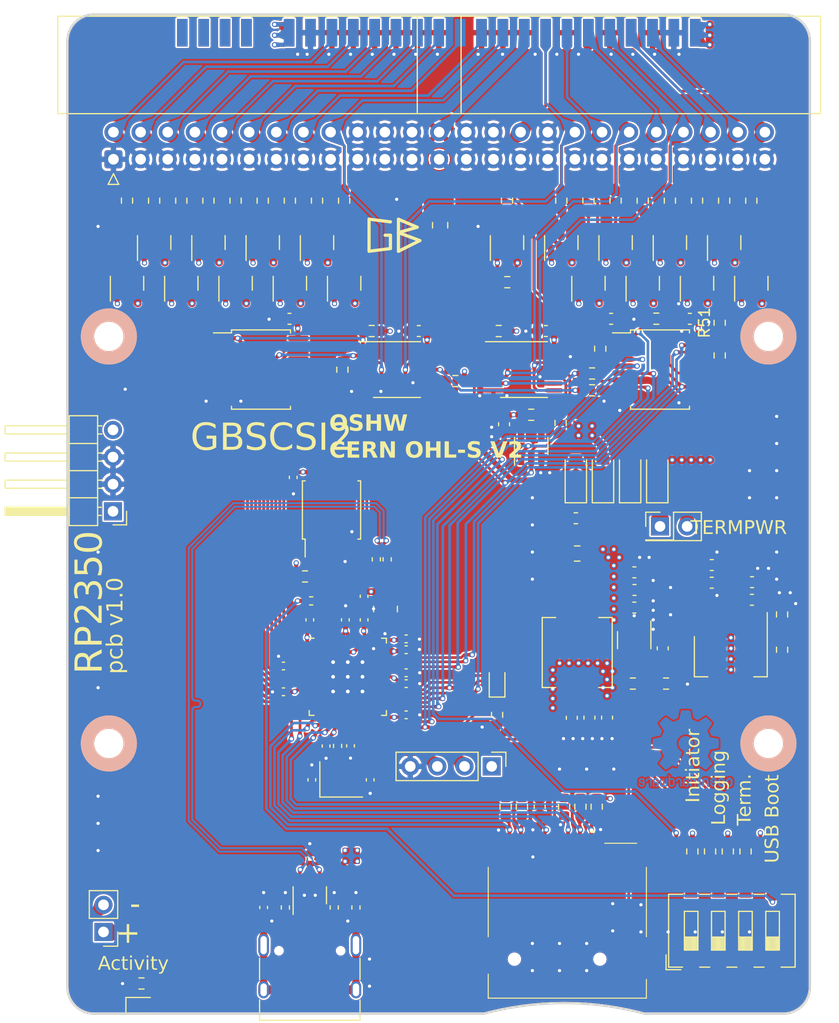
<source format=kicad_pcb>
(kicad_pcb (version 20221018) (generator pcbnew)
  (title_block (title "GBSCSI model 2, 2.5/3.5\", discrete MCU") (date "2024-01-10") (rev "1.0") (comment 3 "Drawn by George R. M."))
  (layers (0 "F.Cu" signal) (1 "In1.Cu" signal) (2 "In2.Cu" signal) (31 "B.Cu" signal) (34 "B.Paste" user) (35 "F.Paste" user) (36 "B.SilkS" user "B.Silkscreen") (37 "F.SilkS" user "F.Silkscreen") (38 "B.Mask" user) (39 "F.Mask" user) (44 "Edge.Cuts" user))
  (net 0 "")
  (net 1 "GND")
  (net 2 "+3V3")
  (net 3 "+5V")
  (net 4 "Net-(U3-A0)")
  (net 5 "Net-(D2-K)")
  (net 6 "/5V_IN")
  (net 7 "Net-(D4-A)")
  (net 8 "/VBUS")
  (net 9 "/TERMPWR")
  (net 10 "/SDIO_D2")
  (net 11 "/SDIO_D3")
  (net 12 "/SDIO_CMD")
  (net 13 "/SDIO_CLK")
  (net 14 "/SDIO_D0")
  (net 15 "/SDIO_D1")
  (net 17 "/~{SCSI_SD0}")
  (net 18 "/~{SCSI_SD1}")
  (net 19 "/~{SCSI_SD2}")
  (net 20 "/~{SCSI_SD3}")
  (net 21 "/~{SCSI_SD4}")
  (net 22 "/~{SCSI_SD5}")
  (net 23 "/~{SCSI_SD6}")
  (net 24 "/~{SCSI_SD7}")
  (net 25 "/~{SCSI_SDP}")
  (net 26 "/SCSI_~{ATTN}")
  (net 27 "/~{SCSI_BSY}")
  (net 28 "/~{SCSI_ACK}")
  (net 29 "/~{SCSI_MSG}")
  (net 30 "/~{SCSI_SEL}")
  (net 31 "/SCSI_~{C}{slash}D")
  (net 32 "/SCSI_~{REQ}")
  (net 41 "/~{INITIATOR}")
  (net 42 "/~{DEBUG}")
  (net 43 "/~{TERM_EN}")
  (net 44 "/~{MCU_ATTN}")
  (net 45 "/~{MCU_REQ}")
  (net 46 "/~{BUS_DIR}")
  (net 47 "/~{RST_OUT}")
  (net 48 "/~{MCU_SEL_OUT}")
  (net 49 "/~{MCU_ACK}")
  (net 50 "Net-(U3-B1)")
  (net 51 "Net-(R18-Pad1)")
  (net 52 "/MCU_RST")
  (net 53 "Net-(R19-Pad1)")
  (net 54 "/~{MCU_SDP}")
  (net 55 "/~{MCU_CD{slash}SEL_IN}")
  (net 56 "Net-(R20-Pad2)")
  (net 57 "/~{MCU_MSG{slash}BSY_IN}")
  (net 58 "Net-(R21-Pad2)")
  (net 59 "/~{MCU_IO}")
  (net 60 "/~{MCU_SD0}")
  (net 61 "/~{MCU_SD1}")
  (net 62 "/~{MCU_SD2}")
  (net 63 "/~{MCU_SD3}")
  (net 64 "/~{MCU_SD4}")
  (net 65 "/~{MCU_SD5}")
  (net 66 "/~{MCU_SD6}")
  (net 67 "/~{MCU_SD7}")
  (net 68 "/~{MCU_BSY_OUT}")
  (net 69 "/~{SCSI_RST}")
  (net 70 "/ACTY")
  (net 71 "/5V_TIE")
  (net 72 "Net-(F2-Pad1)")
  (net 73 "/SCSI_I{slash}~{O} ")
  (net 74 "Net-(Q1-D)")
  (net 75 "Net-(Q2-D)")
  (net 76 "Net-(Q3-D)")
  (net 77 "Net-(Q4-D)")
  (net 78 "Net-(Q5-D)")
  (net 79 "Net-(Q6-D)")
  (net 80 "Net-(Q7-D)")
  (net 81 "Net-(Q8-D)")
  (net 82 "Net-(Q9-D)")
  (net 83 "Net-(Q10-D)")
  (net 84 "Net-(Q11-D)")
  (net 85 "Net-(Q12-D)")
  (net 86 "Net-(Q13-D)")
  (net 87 "Net-(Q14-D)")
  (net 88 "Net-(Q15-D)")
  (net 89 "Net-(Q16-D)")
  (net 90 "Net-(Q17-D)")
  (net 91 "Net-(Q18-D)")
  (net 92 "+2V8")
  (net 93 "Net-(U8-SW)")
  (net 94 "Net-(U8-BST)")
  (net 95 "Net-(U8-FB)")
  (net 97 "Net-(U7-GND)")
  (net 98 "Net-(J1-SHIELD)")
  (net 99 "/XOUT")
  (net 100 "Net-(C21-Pad1)")
  (net 101 "+1V1")
  (net 102 "/GPIO16")
  (net 103 "Net-(D6-K)")
  (net 104 "Net-(D6-A)")
  (net 105 "/CC1")
  (net 106 "/Din+")
  (net 107 "/Din-")
  (net 109 "/CC2")
  (net 111 "/XIN")
  (net 112 "/Dout+")
  (net 113 "/USB_D+")
  (net 114 "/Dout-")
  (net 115 "/USB_D-")
  (net 116 "/QSPI_SS")
  (net 117 "/~{USB_BOOT}")
  (net 118 "/SWCLK")
  (net 119 "/SWD")
  (net 120 "/RUN")
  (net 123 "/QSPI_SD3")
  (net 124 "/QSPI_SCLK")
  (net 125 "/QSPI_SD0")
  (net 126 "/QSPI_SD2")
  (net 127 "/QSPI_SD1")
  (net 128 "/VREG_LX")
  (footprint "LED_SMD:LED_0603_1608Metric" (layer "F.Cu") (at 80.518 106.0705 90)
    (fp_text reference "D6" hide)
    (fp_text value "YELLOW")
  )
  (footprint "Resistor_SMD:R_0603_1608Metric" (layer "F.Cu") (at 62.547 96.266 180)
    (fp_text reference "R54" hide)
    (fp_text value "4k7")
  )
  (footprint "Resistor_SMD:R_0603_1608Metric" (layer "F.Cu") (at 81.317 117.822 90)
    (fp_text reference "R7" hide)
    (fp_text value "4k7")
  )
  (footprint "Resistor_SMD:R_0603_1608Metric" (layer "F.Cu") (at 80.6704 73.292 180)
    (fp_text reference "R13" hide)
    (fp_text value "4k7")
  )
  (footprint "LED_SMD:LED_0603_1608Metric" (layer "F.Cu") (at 47.268 136.411)
    (fp_text reference "D1" hide)
    (fp_text value "YELLOW")
  )
  (footprint "Capacitor_SMD:C_0402_1005Metric" (layer "F.Cu") (at 62.992 100.33 90)
    (fp_text reference "C28" hide)
    (fp_text value "100nF")
  )
  (footprint "Resistor_SMD:R_0603_1608Metric" (layer "F.Cu") (at 86.79 117.822 90)
    (fp_text reference "R3" hide)
    (fp_text value "4k7")
  )
  (footprint "Package_TO_SOT_SMD:SOT-23" (layer "F.Cu") (at 94.148 68.8195 90)
    (fp_text reference "Q14" hide)
    (fp_text value "AO3401A")
  )
  (footprint "Resistor_SMD:R_0603_1608Metric" (layer "F.Cu") (at 50.968 61.087 -90)
    (fp_text reference "R24" hide)
    (fp_text value "110")
  )
  (footprint "Connector_USB:USB_C_Receptacle_HRO_TYPE-C-31-M-12" (layer "F.Cu") (at 62.992 133.91)
    (fp_text reference "J1" hide)
    (fp_text value "USB_DATA")
  )
  (footprint "Resistor_SMD:R_0603_1608Metric" (layer "F.Cu") (at 86.460615 81.8896 -90)
    (fp_text reference "R18" hide)
    (fp_text value "4k7")
  )
  (footprint "Capacitor_SMD:C_0603_1608Metric" (layer "F.Cu") (at 93.376 97.53)
    (fp_text reference "C17" hide)
    (fp_text value "1uF")
  )
  (footprint "Resistor_SMD:R_0402_1005Metric" (layer "F.Cu") (at 65.595 112.1295 -90)
    (fp_text reference "R14" hide)
    (fp_text value "1k")
  )
  (footprint "Capacitor_SMD:C_0402_1005Metric" (layer "F.Cu") (at 64.516 112.141 -90)
    (fp_text reference "C29" hide)
    (fp_text value "100nF")
  )
  (footprint "Crystal:Crystal_SMD_3225-4Pin_3.2x2.5mm" (layer "F.Cu") (at 65.933 115.2635)
    (fp_text reference "Y1" hide)
    (fp_text value "12MHz")
  )
  (footprint "Capacitor_SMD:C_0402_1005Metric" (layer "F.Cu") (at 62.992 122.682 90)
    (fp_text reference "C33" hide)
    (fp_text value "100nF")
  )
  (footprint "Resistor_SMD:R_0603_1608Metric" (layer "F.Cu") (at 68.7832 73.292 180)
    (fp_text reference "R10" hide)
    (fp_text value "4k7")
  )
  (footprint "Resistor_SMD:R_0603_1608Metric" (layer "F.Cu") (at 101.768 61.087 -90)
    (fp_text reference "R38" hide)
    (fp_text value "110")
  )
  (footprint "Resistor_SMD:R_0402_1005Metric" (layer "F.Cu") (at 65.278 127.254 90)
    (fp_text reference "R46" hide)
    (fp_text value "5k1")
  )
  (footprint "GBSCSI:MH2.5_NPTH" (layer "F.Cu") (at 105.91 111.9)
    (fp_text reference "H4" hide)
    (fp_text value "~" hide)
  )
  (footprint "Fiducial:Fiducial_0.5mm_Mask1mm" (layer "F.Cu") (at 107.25 46.15)
    (fp_text reference "FID3" hide)
    (fp_text value "Fiducial")
  )
  (footprint "Resistor_SMD:R_0603_1608Metric" (layer "F.Cu") (at 96.688 61.087 -90)
    (fp_text reference "R36" hide)
    (fp_text value "110")
  )
  (footprint "Resistor_SMD:R_0603_1608Metric" (layer "F.Cu") (at 86.528 61.087 -90)
    (fp_text reference "R32" hide)
    (fp_text value "110")
  )
  (footprint "Package_SO:TSSOP-14_4.4x5mm_P0.65mm" (layer "F.Cu") (at 83.032666 76.899)
    (fp_text reference "U6" hide)
    (fp_text value "74LVT125")
  )
  (footprint "GBSCSI:RP2350-QFN-60-1EP_7x7_P0.4mm_EP3.4x3.4mm_ThermalVias" (layer "F.Cu") (at 66.548 105.659)
    (fp_text reference "U1" hide)
    (fp_text value "RP2350_60QFN")
  )
  (footprint "Resistor_SMD:R_0603_1608Metric" (layer "F.Cu") (at 107.188 99.822 -90)
    (fp_text reference "R45" hide)
    (fp_text value "0")
  )
  (footprint "Capacitor_SMD:C_0402_1005Metric" (layer "F.Cu") (at 68.072 100.33 90)
    (fp_text reference "C26" hide)
    (fp_text value "4.7uF")
  )
  (footprint "Resistor_SMD:R_0603_1608Metric" (layer "F.Cu") (at 66.04 76.9112 90)
    (fp_text reference "R19" hide)
    (fp_text value "1k")
  )
  (footprint "Package_SO:SOIC-8_5.23x5.23mm_P1.27mm" (layer "F.Cu") (at 65.024 90.043 90)
    (fp_text reference "U10" hide)
    (fp_text value "W25Q128JVS")
  )
  (footprint "Resistor_SMD:R_0402_1005Metric" (layer "F.Cu") (at 69.215 94.6633 -90)
    (fp_text reference "R48" hide)
    (fp_text value "27")
  )
  (footprint "Package_TO_SOT_SMD:SOT-23" (layer "F.Cu") (at 50.968 68.8195 90)
    (fp_text reference "Q3" hide)
    (fp_text value "AO3401A")
  )
  (footprint "Package_TO_SOT_SMD:SOT-23" (layer "F.Cu") (at 91.608 65.0095 90)
    (fp_text reference "Q13" hide)
    (fp_text value "AO3401A")
  )
  (footprint "Package_TO_SOT_SMD:SOT-23" (layer "F.Cu") (at 96.688 65.0095 90)
    (fp_text reference "Q15" hide)
    (fp_text value "AO3401A")
  )
  (footprint "Capacitor_SMD:C_0603_1608Metric" (layer "F.Cu") (at 91.19 72.149)
    (fp_text reference "C2" hide)
    (fp_text value "12pF")
  )
  (footprint "Package_TO_SOT_SMD:SOT-23" (layer "F.Cu") (at 63.668 65.0095 90)
    (fp_text reference "Q8" hide)
    (fp_text value "AO3401A")
  )
  (footprint "Resistor_SMD:R_0603_1608Metric" (layer "F.Cu") (at 76.6186 77.978 180)
    (fp_text reference "R11" hide)
    (fp_text value "4k7")
  )
  (footprint "Fuse:Fuse_0805_2012Metric" (layer "F.Cu") (at 75.188 63.386 -90)
    (fp_text reference "F1" hide)
    (fp_text value "1A")
  )
  (footprint "Resistor_SMD:R_0603_1608Metric" (layer "F.Cu") (at 45.888 61.087 -90)
    (fp_text reference "R22" hide)
    (fp_text value "110")
  )
  (footprint "Package_TO_SOT_SMD:SOT-23" (layer "F.Cu") (at 66.208 68.8195 90)
    (fp_text reference "Q9" hide)
    (fp_text value "AO3401A")
  )
  (footprint "Resistor_SMD:R_0603_1608Metric" (layer "F.Cu") (at 81.448 61.087 -90)
    (fp_text reference "R31" hide)
    (fp_text value "110")
  )
  (footprint "Capacitor_SMD:C_0603_1608Metric" (layer "F.Cu") (at 81.171815 82.018 -90)
    (fp_text reference "C7" hide)
    (fp_text value "100nF")
  )
  (footprint "Resistor_SMD:R_0402_1005Metric" (layer "F.Cu") (at 67.31 127.254 90)
    (fp_text reference "R15" hide)
    (fp_text value "1M")
  )
  (footprint "Button_Switch_SMD:SW_DIP_SPSTx04_Slide_6.7x11.72mm_W8.61mm_P2.54mm_LowProfile" (layer "F.Cu") (at 102.489 129.4254 90)
    (fp_text reference "SW1" hide)
    (fp_text value "SW_DIP_x04")
  )
  (footprint "Connector_IDC:IDC-Header_2x25_P2.54mm_Horizontal" (layer "F.Cu") (at 44.618 57.214 90)
    (fp_text reference "J6" hide)
    (fp_text value "SCSI_50P_2.54mm")
  )
  (footprint "Connector_PinHeader_2.54mm:PinHeader_1x04_P2.54mm_Horizontal" (layer "F.Cu") (at 44.577 90.17 180)
    (fp_text reference "J4" hide)
    (fp_text value "Conn_01x04")
  )
  (footprint "Capacitor_SMD:C_0402_1005Metric" (layer "F.Cu") (at 72.009 106.299)
    (fp_text reference "C31" hide)
    (fp_text value "100nF")
  )
  (footprint "Resistor_SMD:R_0402_1005Metric" (layer "F.Cu") (at 63.119 98.552 180)
    (fp_text reference "R53" hide)
    (fp_text value "1k")
  )
  (footprint "Resistor_SMD:R_0603_1608Metric" (layer "F.Cu") (at 56.048 61.087 -90)
    (fp_text reference "R26" hide)
    (fp_text value "110")
  )
  (footprint "Resistor_SMD:R_0603_1608Metric" (layer "F.Cu") (at 82.841 117.822 90)
    (fp_text reference "R5" hide)
    (fp_text value "4k7")
  )
  (footprint "Resistor_SMD:R_0603_1608Metric" (layer "F.Cu") (at 101.346 72.517 90)
    (fp_text reference "R51")
    (fp_text value "1k")
  )
  (footprint "Inductor_SMD:L_0603_1608Metric" (layer "F.Cu") (at 87.888 90.818)
    (fp_text reference "L1" hide)
    (fp_text value "Ferrite_Bead_Small")
  )
  (footprint "Capacitor_SMD:C_0402_1005Metric" (layer "F.Cu") (at 68.072 98.1202 -90)
    (fp_text reference "C35" hide)
    (fp_text value "4.7uF")
  )
  (footprint "Diode_SMD:D_SOD-123" (layer "F.Cu") (at 87.888 87.008 90)
    (fp_text reference "D4" hide)
    (fp_text value "D_Schottky")
  )
  (footprint "Resistor_SMD:R_0603_1608Metric" (layer "F.Cu") (at 89.838 117.822 90)
    (fp_text reference "R1" hide)
    (fp_text value "4k7")
  )
  (footprint "Capacitor_SMD:C_0402_1005Metric" (layer "F.Cu") (at 61.44 86.995 -90)
    (fp_text reference "C34" hide)
    (fp_text value "100nF")
  )
  (footprint "Diode_SMD:D_SOD-123" (layer "F.Cu") (at 92.968 87.008 90)
    (fp_text reference "D3" hide)
    (fp_text value "D_Schottky")
  )
  (footprint "Capacitor_SMD:C_0603_1608Metric" (layer "F.Cu") (at 104.362 98.451)
    (fp_text reference "C11" hide)
    (fp_text value "100nF")
  )
  (footprint "Package_SO:TSSOP-14_4.4x5mm_P0.65mm" (layer "F.Cu") (at 71.153333 76.899)
    (fp_text reference "U5" hide)
    (fp_text value "74LVT125")
  )
  (footprint "Fiducial:Fiducial_0.5mm_Mask1mm" (layer "F.Cu") (at 42.75 134.75)
    (fp_text reference "FID2" hide)
    (fp_text value "Fiducial")
  )
  (footprint "Resistor_SMD:R_0603_1608Metric" (layer "F.Cu") (at 107.188 103.124 -90)
    (fp_text reference "R44" hide)
    (fp_text value "~")
  )
  (footprint "Connector_PinHeader_2.54mm:PinHeader_1x02_P2.54mm_Vertical" (layer "F.Cu") (at 43.688 129.545 180)
    (fp_text reference "J3" hide)
    (fp_text value "Conn_01x02")
  )
  (footprint "Capacitor_SMD:C_0603_1608Metric" (layer "F.Cu") (at 100.607 95.2)
    (fp_text reference "C8" hide)
    (fp_text value "1uF")
  )
  (footprint "Inductor_SMD:L_Vishay_IHLP-2525" (layer "F.Cu") (at 88.016 103.385 -90)
    (fp_text reference "L2" hide)
    (fp_text value "2.2uH")
  )
  (footprint "Capacitor_SMD:C_0402_1005Metric" (layer "F.Cu") (at 60.5282 107.061 180)
    (fp_text reference "C27" hide)
    (fp_text value "100nF")
  )
  (footprint "Capacitor_SMD:C_0603_1608Metric" (layer "F.Cu") (at 89.159 109.481 -90)
    (fp_text reference "C13" hide)
    (fp_text value "22uF")
  )
  (footprint "Package_TO_SOT_SMD:TSOT-23-6" (layer "F.Cu") (at 93.35 102.229 -90)
    (fp_text reference "U8" hide)
    (fp_text value "AP62250WU")
  )
  (footprint "Package_TO_SOT_SMD:SOT-23" (layer "F.Cu") (at 58.588 65.0095 90)
    (fp_text reference "Q6" hide)
    (fp_text value "AO3401A")
  )
  (footprint "Connector_PinHeader_2.54mm:PinHeader_1x04_P2.54mm_Vertical" (layer "F.Cu") (at 80.01 114.046 -90)
    (fp_text reference "J7" hide)
    (fp_text value "Conn_01x04")
  )
  (footprint "Capacitor_SMD:C_0603_1608Metric" (layer "F.Cu") (at 73.1898 73.292 180)
    (fp_text reference "C5" hide)
    (fp_text value "100nF")
  )
  (footprint "Resistor_SMD:R_0603_1608Metric" (layer "F.Cu") (at 88.314 117.822 90)
    (fp_text reference "R2" hide)
    (fp_text value "4k7")
  )
  (footprint "Package_TO_SOT_SMD:SOT-23-5" (layer "F.Cu") (at 83.711815 84.05 90)
    (fp_text reference "U4" hide)
    (fp_text value "74AHCT1G125")
  )
  (footprint "Package_TO_SOT_SMD:SOT-23" (layer "F.Cu") (at 104.308 68.8195 90)
    (fp_text reference "Q18" hide)
    (fp_text value "AO3401A")
  )
  (footprint "Package_SO:SSOP-20_5.3x7.2mm_P0.65mm" (layer "F.Cu") (at 58.424 76.899)
    (fp_text reference "U2" hide)
    (fp_text value "74LVT245")
  )
  (footprint "GBSCSI:MH2.5_NPTH" (layer "F.Cu") (at 44.19 73.8)
    (fp_text reference "H1" hide)
    (fp_text value "~" hide)
  )
  (footprint "Fuse:Fuse_0805_2012Metric" (layer "F.Cu") (at 88.015 94.12)
    (fp_text reference "F2" hide)
    (fp_text value "1A")
  )
  (footprint "Package_TO_SOT_SMD:SOT-23-6" (layer "F.Cu") (at 62.992 126.111 90)
    (fp_text reference "U9" hide)
    (fp_text value "USB TVS")
  )
  (footprint "Resistor_SMD:R_0603_1608Metric" (layer "F.Cu") (at 99.228 61.087 -90)
    (fp_text reference "R37" hide)
    (fp_text value "110")
  )
  (footprint "Package_TO_SOT_SMD:SOT-23" (layer "F.Cu") (at 61.128 68.8195 90)
    (fp_text reference "Q7" hide)
    (fp_text value "AO3401A")
  )
  (footprint "Capacitor_SMD:C_0402_1005Metric" (layer "F.Cu") (at 72.009 103.124)
    (fp_text reference "C25" hide)
    (fp_text value "1uF")
  )
  (footprint "GBSCSI:TF01A" (layer "F.Cu") (at 87.09 128.49)
    (fp_text reference "J2" hide)
    (fp_text value "TF003" hide)
  )
  (footprint "Resistor_SMD:R_0402_1005Metric" (layer "F.Cu") (at 60.706 127.254 90)
    (fp_text reference "R47" hide)
    (fp_text value "5k1")
  )
  (footprint "Resistor_SMD:R_0603_1608Metric" (layer "F.Cu") (at 48.428 61.087 -90)
    (fp_text reference "R23" hide)
    (fp_text value "110")
  )
  (footprint "Capacitor_SMD:C_0402_1005Metric" (layer "F.Cu") (at 66.802 112.1275 -90)
    (fp_text reference "C22" hide)
    (fp_text value "100nF")
  )
  (footprint "Resistor_SMD:R_0603_1608Metric" (layer "F.Cu") (at 80.518 109.22 90)
    (fp_text reference "R52" hide)
    (fp_text value "510")
  )
  (footprint "Package_TO_SOT_SMD:SOT-23" (layer "F.Cu") (at 56.048 68.8195 90)
    (fp_text reference "Q5" hide)
    (fp_text value "AO3401A")
  )
  (footprint "Capacitor_SMD:C_0402_1005Metric" (layer "F.Cu") (at 60.5282 104.648 180)
    (fp_text reference "C23" hide)
    (fp_text value "1uF")
  )
  (footprint "Connector_PinHeader_2.54mm:PinHeader_2x01_P2.54mm_Vertical" (layer "F.Cu") (at 95.762 91.58)
    (fp_text reference "JP3" hide)
    (fp_text value "Jumper_2_Open")
  )
  (footprint "Capacitor_SMD:C_0402_1005Metric" (layer "F.Cu") (at 58.674 127.254 90)
    (fp_text reference "C19" hide)
    (fp_text value "4.7nF")
  )
  (footprint "Resistor_SMD:R_0603_1608Metric" (layer "F.Cu") (at 102.108 122.0094 -90)
    (fp_text reference "R6" hide)
    (fp_text value "1k")
  )
  (footprint "Capacitor_SMD:C_0603_1608Metric" (layer "F.Cu") (at 93.363 99.181)
    (fp_text reference "C18" hide)
    (fp_text value "100nF")
  )
  (footprint "GBSCSI:MH2.5_NPTH" (layer "F.Cu") (at 44.19 111.9)
    (fp_text reference "H2" hide)
    (fp_text value "~" hide)
  )
  (footprint "Resistor_SMD:R_0603_1608Metric" (layer "F.Cu") (at 95.4146 72.136)
    (fp_text reference "R8" hide)
    (fp_text value "4k7")
  )
  (footprint "Resistor_SMD:R_0603_1608Metric" (layer "F.Cu") (at 58.588 61.087 -90)
    (fp_text reference "R27" hide)
    (fp_text value "110")
  )
  (footprint "Resistor_SMD:R_0603_1608Metric" (layer "F.Cu") (at 94.148 61.087 -90)
    (fp_text reference "R35" hide)
    (fp_text value "110")
  )
  (footprint "Inductor_SMD:L_1008_2520Metric_Pad1.43x2.20mm_HandSolder" (layer "F.Cu") (at 70.0786 99.314 -90)
    (fp_text reference "L3" hide)
    (fp_text value "3.3uH")
  )
  (footprint "Package_TO_SOT_SMD:SOT-23" (layer "F.Cu") (at 101.768 65.0095 90)
    (fp_text reference "Q17" hide)
    (fp_text value "AO3401A")
  )
  (footprint "Resistor_SMD:R_0402_1005Metric" (layer "F.Cu") (at 70.231 94.6658 -90)
    (fp_text reference "R49" hide)
    (fp_text value "27")
  )
  (footprint "Resistor_SMD:R_0603_1608Metric" (layer "F.Cu") (at 89.068 61.087 -90)
    (fp_text reference "R33" hide)
    (fp_text value "110")
  )
  (footprint "Resistor_SMD:R_0603_1608Metric" (layer "F.Cu") (at 101.35 75.578 90)
    (fp_text reference "R17" hide)
    (fp_text value "1k")
  )
  (footprint "Capacitor_SMD:C_0603_1608Metric" (layer "F.Cu") (at 85.077 73.292 180)
    (fp_text reference "C6" hide)
    (fp_text value "100nF")
  )
  (footprint "Capacitor_SMD:C_0603_1608Metric" (layer "F.Cu") (at 61.091 72.149 180)
    (fp_text reference "C4" hide)
    (fp_text value "100nF")
  )
  (footprint "Fiducial:Fiducial_0.5mm_Mask1mm" (layer "F.Cu") (at 108.19 134.7)
    (fp_text reference "FID1" hide)
    (fp_text value "Fiducial")
  )
  (footprint "Resistor_SMD:R_0603_1608Metric" (layer "F.Cu") (at 61.128 61.087 -90)
    (fp_text reference "R28" hide)
    (fp_text value "110")
  )
  (footprint "Diode_SMD:D_SOD-123" (layer "F.Cu") (at 90.428 87.008 90)
    (fp_text reference "D5" hide)
    (fp_text value "D_Schottky")
  )
  (footprint "Package_TO_SOT_SMD:SOT-23" (layer "F.Cu") (at 86.528 65.0095 90)
    (fp_text reference "Q11" hide)
    (fp_text value "AO3401A")
  )
  (footprint "Package_TO_SOT_SMD:SOT-23" (layer "F.Cu") (at 99.228 68.8195 90)
    (fp_text reference "Q16" hide)
    (fp_text value "AO3401A")
  )
  (footprint "Package_SO:SSOP-20_5.3x7.2mm_P0.65mm" (layer "F.Cu") (at 95.762 76.899)
    (fp_text reference "U3" hide)
    (fp_text value "74LVT245")
  )
  (footprint "Resistor_SMD:R_0603_1608Metric" (layer "F.Cu") (at 91.608 61.087 -90)
    (fp_text reference "R34" hide)
    (fp_text value "110")
  )
  (footprint "Resistor_SMD:R_0603_1608Metric" (layer "F.Cu") (at 100.448534 122.0094 90)
    (fp_text reference "R9" hide)
    (fp_text value "4k7")
  )
  (footprint "Resistor_SMD:R_0603_1608Metric" (layer "F.Cu") (at 103.767468 122.0094 90)
    (fp_text reference "R43" hide)
    (fp_text value "4k7")
  )
  (footprint "Capacitor_SMD:C_0603_1608Metric" (layer "F.Cu") (at 84.504 117.822 -90)
    (fp_text reference "C1" hide)
    (fp_text value "100nF")
  )
  (footprint "Capacitor_SMD:C_0603_1608Metric" (layer "F.Cu") (at 100.607 96.851)
    (fp_text reference "C10" hide)
    (fp_text value "100nF")
  )
  (footprint "Resistor_SMD:R_0603_1608Metric" (layer "F.Cu") (at 90.171 74.943 90)
    (fp_text reference "R16" hide)
    (fp_text value "110")
  )
  (footprint "Resistor_SMD:R_0603_1608Metric" (layer "F.Cu") (at 63.668 61.087 -90)
    (fp_text reference "R29" hide)
    (fp_text value "110")
  )
  (footprint "Package_TO_SOT_SMD:SOT-23" (layer "F.Cu") (at 53.508 65.0095 90)
    (fp_text reference "Q4" hide)
    (fp_text value "AO3401A")
  )
  (footprint "Resistor_SMD:R_0603_1608Metric" (layer "F.Cu") (at 93.223 106.293)
    (fp_text reference "R41" hide)
    (fp_text value "31k6")
  )
  (footprint "Capacitor_SMD:C_0402_1005Metric" (layer "F.Cu") (at 72.009 105.283)
    (fp_text reference "C24" hide)
    (fp_text value "100nF")
  )
  (footprint "GBSCSI:PinHeader_2x25-2_P2.00mm_straddle" (layer "F.Cu") (at 75.061 43.2815 90)
    (fp_text reference "J5" hide)
    (fp_text value "SCSI_50-2P_2mm")
  )
  (footprint "Resistor_SMD:R_0603_1608Metric" (layer "F.Cu") (at 81.475 68.72 180)
    (fp_text reference "R40" hide)
    (fp_text value "4k7")
  )
  (footprint "Resistor_SMD:R_0603_1608Metric" (layer "F.Cu") (at 98.789068 122.0094 -90)
    (fp_text reference "R4" hide)
    (fp_text value "1k")
  )
  (footprint "Capacitor_SMD:C_0402_1005Metric" (layer "F.Cu") (at 72.009 109.22)
    (fp_text reference "C30" hide)
    (fp_text value "100nF")
  )
  (footprint "Resistor_SMD:R_0603_1608Metric" (layer "F.Cu") (at 47.244 134.366)
    (fp_text reference "R50" hide)
    (fp_text value "510")
  )
  (footprint "GBSCSI:MH2.5_NPTH" (layer "F.Cu") (at 105.91 73.8)
    (fp_text reference "H3" hide)
    (fp_text value "~" hide)
  )
  (footprint "Capacitor_SMD:C_0603_1608Metric" (layer "F.Cu") (at 87.508 109.494 -90)
    (fp_text reference "C16" hide)
    (fp_text value "100nF")
  )
  (footprint "Package_TO_SOT_SMD:SOT-23" (layer "F.Cu") (at 81.448 65.0095 90)
    (fp_text reference "Q10" hide)
    (fp_text value "AO3401A")
  )
  (footprint "Capacitor_SMD:C_0603_1608Metric" (layer "F.Cu") (at 90.81 109.481 -90)
    (fp_text reference "C12" hide)
    (fp_text value "22uF")
  )
  (footprint "Capacitor_SMD:C_0603_1608Metric" (layer "F.Cu") (at 96.017 102.991 -90)
    (fp_text reference "C14" hide)
    (fp_text value "100nF")
  )
  (footprint "Capacitor_SMD:C_0402_1005Metric" (layer "F.Cu") (at 66.3194 100.33 90)
    (fp_text reference "C32" hide)
    (fp_text value "100nF")
  )
  (footprint "Capacitor_SMD:C_0402_1005Metric" (layer "F.Cu") (at 68.643 115.3025 -90)
    (fp_text reference "C20" hide)
    (fp_text value "22pF")
  )
  (footprint "Capacitor_SMD:C_0603_1608Metric" (layer "F.Cu") (at 98.556 72.149 180)
    (fp_text reference "C3" hide)
    (fp_text value "100nF")
  )
  (footprint "Capacitor_SMD:C_0402_1005Metric" (layer "F.Cu") (at 72.009 102.108)
    (fp_text reference "C36" hide)
    (fp_text value "100n")
  )
  (footprint "Resistor_SMD:R_0603_1608Metric" (layer "F.Cu") (at 53.508 61.087 -90)
    (fp_text reference "R25" hide)
    (fp_text value "110")
  )
  (footprint "Resistor_SMD:R_0603_1608Metric" (layer "F.Cu") (at 66.208 61.087 -90)
    (fp_text reference "R30" hide)
    (fp_text value "110")
  )
  (footprint "Capacitor_SMD:C_0603_1608Metric" (layer "F.Cu") (at 104.375 96.8)
    (fp_text reference "C9" hide)
    (fp_text value "1uF")
  )
  (footprint "Package_TO_SOT_SMD:SOT-23" (layer "F.Cu") (at 48.428 65.0095 90)
    (fp_text reference "Q2" hide)
    (fp_text value "AO3401A")
  )
  (footprint "Resistor_SMD:R_0603_1608Metric" (layer "F.Cu") (at 96.334 106.293)
    (fp_text reference "R42" hide)
    (fp_text value "10k")
  )
  (footprint "Resistor_SMD:R_0603_1608Metric" (layer "F.Cu") (at 89.408 78.8416 180)
    (fp_text reference "R21" hide)
    (fp_text value "1k")
  )
  (footprint "Resistor_SMD:R_0603_1608Metric" (layer "F.Cu") (at 89.408 77.2668 180)
    (fp_text reference "R20" hide)
    (fp_text value "1k")
  )
  (footprint "Capacitor_SMD:C_0402_1005Metric" (layer "F.Cu") (at 63.182 115.3025 90)
    (fp_text reference "C21" hide)
    (fp_text value "22pF")
  )
  (footprint "Package_TO_SOT_SMD:SOT-223-3_TabPin2" (layer "F.Cu") (at 102.388 103.749 -90)
    (fp_text reference "U7" hide)
    (fp_text value "AZ1117-2.85")
  )
  (footprint "Resistor_SMD:R_0603_1608Metric" (layer "F.Cu") (at 83.711815 81.129)
    (fp_text reference "R12" hide)
    (fp_text value "4k7")
  )
  (footprint "Resistor_SMD:R_0603_1608Metric" (layer "F.Cu") (at 104.308 61.087 -90)
    (fp_text reference "R39" hide)
    (fp_text value "110")
  )
  (footprint "Package_TO_SOT_SMD:SOT-23" (layer "F.Cu") (at 45.888 68.8195 90)
    (fp_text reference "Q1" hide)
    (fp_text value "AO3401A")
  )
  (footprint "Capacitor_SMD:C_0603_1608Metric" (layer "F.Cu") (at 93.363 95.879)
    (fp_text reference "C15" hide)
    (fp_text value "10uF")
  )
  (footprint "Package_TO_SOT_SMD:SOT-23" (layer "F.Cu") (at 89.068 68.8195 90)
    (fp_text reference "Q12" hide)
    (fp_text value "AO3401A")
  )
  (footprint "Diode_SMD:D_SOD-123" (layer "F.Cu") (at 95.508 87.008 90)
    (fp_text reference "D2" hide)
    (fp_text value "D_Schottky")
  )
  (footprint "Symbol:OSHW-Logo2_9.8x8mm_Copper" (layer "B.Cu") (at 98.171 112.522 180)
    (fp_text reference "REF**" hide)
    (fp_text value "OSHW-Logo2_9.8x8mm_Copper" hide)
  )
  (gr_line (start 73.288 64.826) (end 71.288 64.076) (stroke (width 0.3)) (layer "F.SilkS"))
  (gr_line (start 68.538 65.822) (end 70.538 65.572) (stroke (width 0.3)) (layer "F.SilkS"))
  (gr_line (start 73.038 63.576) (end 71.288 64.076) (stroke (width 0.3)) (layer "F.SilkS"))
  (gr_line (start 70.538 65.572) (end 70.538 64.322) (stroke (width 0.3)) (layer "F.SilkS"))
  (gr_line (start 68.538 62.822) (end 70.538 63.072) (stroke (width 0.3)) (layer "F.SilkS"))
  (gr_line (start 68.538 62.822) (end 68.538 65.822) (stroke (width 0.3)) (layer "F.SilkS"))
  (gr_line (start 71.288 65.826) (end 73.288 64.826) (stroke (width 0.3)) (layer "F.SilkS"))
  (gr_line (start 70.038 64.322) (end 70.538 64.322) (stroke (width 0.3)) (layer "F.SilkS"))
  (gr_line (start 71.288 62.826) (end 73.038 63.576) (stroke (width 0.3)) (layer "F.SilkS"))
  (gr_line (start 71.288 65.826) (end 71.288 62.826) (stroke (width 0.3)) (layer "F.SilkS"))
  (gr_arc (start 109.8 134.7) (mid 109.067767 136.467766) (end 107.3 137.2) (stroke (width 0.2)) (layer "Edge.Cuts"))
  (gr_line (start 42.8 137.2) (end 79.3 137.2) (stroke (width 0.2)) (layer "Edge.Cuts"))
  (gr_line (start 40.3 134.7) (end 40.3 46.15) (stroke (width 0.2)) (layer "Edge.Cuts"))
  (gr_arc (start 107.3 43.65) (mid 109.067767 44.382233) (end 109.8 46.15) (stroke (width 0.2)) (layer "Edge.Cuts"))
  (gr_line (start 94.3 137.2) (end 107.3 137.2) (stroke (width 0.2)) (layer "Edge.Cuts"))
  (gr_arc (start 79.3 137.2) (mid 86.8 136.212606) (end 94.3 137.2) (stroke (width 0.2)) (layer "Edge.Cuts"))
  (gr_arc (start 40.3 46.15) (mid 41.032233 44.382233) (end 42.8 43.65) (stroke (width 0.2)) (layer "Edge.Cuts"))
  (gr_line (start 109.8 134.7) (end 109.8 46.15) (stroke (width 0.2)) (layer "Edge.Cuts"))
  (gr_arc (start 42.8 137.2) (mid 41.032234 136.467767) (end 40.3 134.7) (stroke (width 0.2)) (layer "Edge.Cuts"))
  (gr_line (start 42.8 43.65) (end 107.3 43.65) (stroke (width 0.2)) (layer "Edge.Cuts"))
  (gr_text "pcb v1.0" (at 45.72 105.41 90) (layer "F.SilkS") (effects (font (size 1.5 1.5)) (justify left bottom)))
  (gr_text "GBSCSI2" (at 51.816 84.836) (layer "F.SilkS") (effects (font (size 2.5 2.5) (thickness 0.15) italic) (justify left bottom)))
  (gr_text "USB Boot" (at 107.061 114.808 90) (layer "F.SilkS") (effects (font (size 1.27 1.27) (thickness 0.1875)) (justify right bottom)))
  (gr_text "Logging" (at 102.0572 112.522 90) (layer "F.SilkS") (effects (font (size 1.27 1.27) (thickness 0.1875)) (justify right bottom)))
  (gr_text "Activity" (at 49.8 133.3) (layer "F.SilkS") (effects (font (size 1.27 1.27) (thickness 0.1875)) (justify right bottom)))
  (gr_text "RP2350" (at 43.942 105.41 90) (layer "F.SilkS") (effects (font (size 2.5 2.5) (thickness 0.15) italic) (justify left bottom)))
  (gr_text "OSHW\nCERN OHL-S V2" (at 64.8 85.4) (layer "F.SilkS") (effects (font (size 1.5 1.5) (thickness 0.3) bold italic) (justify left bottom)))
  (gr_text "-" (at 47.15 128.2) (layer "F.SilkS") (effects (font (size 2 2) (thickness 0.1875)) (justify right bottom)))
  (gr_text "TERMPWR" (at 107.6452 92.5068) (layer "F.SilkS") (effects (font (size 1.27 1.27) (thickness 0.1875)) (justify right bottom)))
  (gr_text "Term." (at 104.4572 114.722 90) (layer "F.SilkS") (effects (font (size 1.27 1.27) (thickness 0.1875)) (justify right bottom)))
  (gr_text "Initiator" (at 99.6572 110.522 90) (layer "F.SilkS") (effects (font (size 1.27 1.27) (thickness 0.1875)) (justify right bottom)))
  (gr_text "+" (at 47.15 130.9) (layer "F.SilkS") (effects (font (size 2 2) (thickness 0.1875)) (justify right bottom)))
  (via (at 95.128 98.546) (size 0.5) (drill 0.3) (layers "F.Cu" "B.Cu") (net 1))
  (via (at 100.33 72.4408) (size 0.5) (drill 0.3) (layers "F.Cu" "B.Cu") (net 1))
  (via (at 61.853 47.384) (size 0.5) (drill 0.3) (layers "F.Cu" "B.Cu") (net 1))
  (via (at 93.222 47.384) (size 0.5) (drill 0.3) (layers "F.Cu" "B.Cu") (net 1))
  (via (at 61.462 88.532) (size 0.5) (drill 0.3) (layers "F.Cu" "B.Cu") (net 1))
  (via (at 95.254 47.384) (size 0.5) (drill 0.3) (layers "F.Cu" "B.Cu") (net 1))
  (via (at 80.01 83.185) (size 0.5) (drill 0.3) (layers "F.Cu" "B.Cu") (net 1))
  (via (at 93.3196 72.1868) (size 0.5) (drill 0.3) (layers "F.Cu" "B.Cu") (net 1))
  (via (at 63.182 113.9055) (size 0.5) (drill 0.3) (layers "F.Cu" "B.Cu") (net 1))
  (via (at 104.14 129.54) (size 0.5) (drill 0.3) (layers "F.Cu" "B.Cu") (net 1))
  (via (at 87.376 75.692) (size 0.5) (drill 0.3) (layers "F.Cu" "B.Cu") (net 1))
  (via (at 101.6 129.54) (size 0.5) (drill 0.3) (layers "F.Cu" "B.Cu") (net 1))
  (via (at 104.14 88.9) (size 0.5) (drill 0.3) (layers "F.Cu" "B.Cu") (net 1))
  (via (at 97.54 47.384) (size 0.5) (drill 0.3) (layers "F.Cu" "B.Cu") (net 1))
  (via (at 93.35 99.943) (size 0.5) (drill 0.3) (layers "F.Cu" "B.Cu") (net 1))
  (via (at 53.2892 79.8576) (size 0.5) (drill 0.3) (layers "F.Cu" "B.Cu") (net 1))
  (via (at 93.858 94.482) (size 0.5) (drill 0.3) (layers "F.Cu" "B.Cu") (net 1))
  (via (at 66.806 47.384) (size 0.5) (drill 0.3) (layers "F.Cu" "B.Cu") (net 1))
  (via (at 95.128 101.213) (size 0.5) (drill 0.3) (layers "F.Cu" "B.Cu") (net 1))
  (via (at 73.2536 103.0986) (size 0.5) (drill 0.3) (layers "F.Cu" "B.Cu") (net 1))
  (via (at 101.092 98.044) (size 0.5) (drill 0.3) (layers "F.Cu" "B.Cu") (net 1))
  (via (at 86.452 119.506) (size 0.5) (drill 0.3) (layers "F.Cu" "B.Cu") (net 1))
  (via (at 83.2104 73.3044) (size 0.5) (drill 0.3) (layers "F.Cu" "B.Cu") (net 1))
  (via (at 93.98 129.54) (size 0.5) (drill 0.3) (layers "F.Cu" "B.Cu") (net 1))
  (via (at 91.34 126.9) (size 0.5) (drill 0.3) (layers "F.Cu" "B.Cu") (net 1))
  (via (at 66.294 94.869) (size 0.5) (drill 0.3) (layers "F.Cu" "B.Cu") (net 1))
  (via (at 45.47 134.379) (size 0.5) (drill 0.3) (layers "F.Cu" "B.Cu") (net 1))
  (via (at 72.644 78.1304) (size 0.5) (drill 0.3) (layers "F.Cu" "B.Cu") (net 1))
  (via (at 106.68 81.28) (size 0.5) (drill 0.3) (layers "F.Cu" "B.Cu") (net 1))
  (via (at 72.902 47.384) (size 0.5) (drill 0.3) (layers "F.Cu" "B.Cu") (net 1))
  (via (at 45.72 78.74) (size 0.5) (drill 0.3) (layers "F.Cu" "B.Cu") (net 1))
  (via (at 86.3612 133.1616) (size 0.5) (drill 0.3) (layers "F.Cu" "B.Cu") (net 1))
  (via (at 80.01 82.296) (size 0.5) (drill 0.3) (layers "F.Cu" "B.Cu") (net 1))
  (via (at 88.9012 133.1616) (size 0.5) (drill 0.3) (layers "F.Cu" "B.Cu") (net 1))
  (via (at 64.516 113.284) (size 0.5) (drill 0.3) (layers "F.Cu" "B.Cu") (net 1))
  (via (at 91.282 111.445) (size 0.5) (drill 0.3) (layers "F.Cu" "B.Cu") (net 1))
  (via (at 73.2536 102.1334) (size 0.5) (drill 0.3) (layers "F.Cu" "B.Cu") (net 1))
  (via (at 101.092 93.98) (size 0.5) (drill 0.3) (layers "F.Cu" "B.Cu") (net 1))
  (via (at 83.8212 133.1616) (size 0.5) (drill 0.3) (layers "F.Cu" "B.Cu") (net 1))
  (via (at 58.674 125.857) (size 0.5) (drill 0.3) (layers "F.Cu" "B.Cu") (net 1))
  (via (at 68.961 103.0224) (size 0.5) (drill 0.3) (layers "F.Cu" "B.Cu") (net 1))
  (via (at 104.14 86.36) (size 0.5) (drill 0.3) (layers "F.Cu" "B.Cu") (net 1))
  (via (at 66.548 128.524) (size 0.5) (drill 0.3) (layers "F.Cu" "B.Cu") (net 1))
  (via (at 97.536 80.01) (size 0.5) (drill 0.3) (layers "F.Cu" "B.Cu") (net 1))
  (via (at 43.18 121.92) (size 0.5) (drill 0.3) (layers "F.Cu" "B.Cu") (net 1))
  (via (at 56.5404 79.8576) (size 0.5) (drill 0.3) (layers "F.Cu" "B.Cu") (net 1))
  (via (at 106.68 86.36) (size 0.5) (drill 0.3) (layers "F.Cu" "B.Cu") (net 1))
  (via (at 43.18 119.38) (size 0.5) (drill 0.3) (layers "F.Cu" "B.Cu") (net 1))
  (via (at 81.4324 79.3496) (size 0.5) (drill 0.3) (layers "F.Cu" "B.Cu") (net 1))
  (via (at 84.5312 77.5716) (size 0.5) (drill 0.3) (layers "F.Cu" "B.Cu") (net 1))
  (via (at 43.18 116.84) (size 0.5) (drill 0.3) (layers "F.Cu" "B.Cu") (net 1))
  (via (at 71.12 60.96) (size 0.5) (drill 0.3) (layers "F.Cu" "B.Cu") (net 1))
  (via (at 59.182 72.1868) (size 0.5) (drill 0.3) (layers "F.Cu" "B.Cu") (net 1))
  (via (at 105.918 95.504) (size 0.5) (drill 0.3) (layers "F.Cu" "B.Cu") (net 1))
  (via (at 91.44 114.3) (size 0.5) (drill 0.3) (layers "F.Cu" "B.Cu") (net 1))
  (via (at 90.332 111.445) (size 0.5) (drill 0.3) (layers "F.Cu" "B.Cu") (net 1))
  (via (at 99.06 129.54) (size 0.5) (drill 0.3) (layers "F.Cu" "B.Cu") (net 1))
  (via (at 78.744 47.384) (size 0.5) (drill 0.3) (layers "F.Cu" "B.Cu") (net 1))
  (via (at 106.68 96.52) (size 0.5) (drill 0.3) (layers "F.Cu" "B.Cu") (net 1))
  (via (at 66.3448 99.0092) (size 0.5) (drill 0.3) (layers "F.Cu" "B.Cu") (net 1))
  (via (at 86.11 47.384) (size 0.5) (drill 0.3) (layers "F.Cu" "B.Cu") (net 1))
  (via (at 88.142 47.384) (size 0.5) (drill 0.3) (layers "F.Cu" "B.Cu") (net 1))
  (via (at 73.279 109.22) (size 0.5) (drill 0.3) (layers "F.Cu" "B.Cu") (net 1))
  (via (at 79.121 110.363) (size 0.5) (drill 0.3) (layers "F.Cu" "B.Cu") (net 1))
  (via (at 80.652 120.006) (size 0.5) (drill 0.3) (layers "F.Cu" "B.Cu") (net 1))
  (via (at 97.79 73.3044) (size 0.5) (drill 0.3) (layers "F.Cu" "B.Cu") (net 1))
  (via (at 85.444615 86.5567) (size 0.5) (drill 0.3) (layers "F.Cu" "B.Cu") (net 1))
  (via (at 90.202 119.956) (size 0.5) (drill 0.3) (layers "F.Cu" "B.Cu") (net 1))
  (via (at 68.961 99.2886) (size 0.5) (drill 0.3) (layers "F.Cu" "B.Cu") (net 1))
  (via (at 94.747 94.482) (size 0.5) (drill 0.3) (layers "F.Cu" "B.Cu") (net 1))
  (via (at 78.74 63.5) (size 0.5) (drill 0.3) (layers "F.Cu" "B.Cu") (net 1))
  (via (at 64.774 47.384) (size 0.5) (drill 0.3) (layers "F.Cu" "B.Cu") (net 1))
  (via (at 88.532 111.445) (size 0.5) (drill 0.3) (layers "F.Cu" "B.Cu") (net 1))
  (via (at 73.279 105.283) (size 0.5) (drill 0.3) (layers "F.Cu" "B.Cu") (net 1))
  (via (at 108.458 98.806) (size 0.5) (drill 0.3) (layers "F.Cu" "B.Cu") (net 1))
  (via (at 83.869 119.981) (size 0.5) (drill 0.3) (layers "F.Cu" "B.Cu") (net 1))
  (via (at 70.0278 101.6254) (size 0.5) (drill 0.3) (layers "F.Cu" "B.Cu") (net 1))
  (via (at 98.332 106.345) (size 0.5) (drill 0.3) (layers "F.Cu" "B.Cu") (net 1))
  (via (at 66.802 113.2705) (size 0.5) (drill 0.3) (layers "F.Cu" "B.Cu") (net 1))
  (via (at 104.902 95.504) (size 0.5) (drill 0.3) (layers "F.Cu" "B.Cu") (net 1))
  (via (at 95.128 96.641) (size 0.5) (drill 0.3) (layers "F.Cu" "B.Cu") (net 1))
  (via (at 68.643 116.5725) (size 0.5) (drill 0.3) (layers "F.Cu" "B.Cu") (net 1))
  (via (at 43.18 93.98) (size 0.5) (drill 0.3) (layers "F.Cu" "B.Cu") (net 1))
  (via (at 106.934 97.79) (size 0.5) (drill 0.3) (layers "F.Cu" "B.Cu") (net 1))
  (via (at 81.03 47.384) (size 0.5) (drill 0.3) (layers "F.Cu" "B.Cu") (net 1))
  (via (at 86.732 111.445) (size 0.5) (drill 0.3) (layers "F.Cu" "B.Cu") (net 1))
  (via (at 106.68 88.9) (size 0.5) (drill 0.3) (layers "F.Cu" "B.Cu") (net 1))
  (via (at 67.31 125.857) (size 0.5) (drill 0.3) (layers "F.Cu" "B.Cu") (net 1))
  (via (at 74.934 47.384) (size 0.5) (drill 0.3) (layers "F.Cu" "B.Cu") (net 1))
  (via (at 83.82 96.52) (size 0.5) (drill 0.3) (layers "F.Cu" "B.Cu") (net 1))
  (via (at 107.95 97.79) (size 0.5) (drill 0.3) (layers "F.Cu" "B.Cu") (net 1))
  (via (at 70.87 47.384) (size 0.5) (drill 0.3) (layers "F.Cu" "B.Cu") (net 1))
  (via (at 83.82 91.44) (size 0.5) (drill 0.3) (layers "F.Cu" "B.Cu") (net 1))
  (via (at 65.278 125.857) (size 0.5) (drill 0.3) (layers "F.Cu" "B.Cu") (net 1))
  (via (at 66.9036 78.9432) (size 0.5) (drill 0.3) (layers "F.Cu" "B.Cu") (net 1))
  (via (at 66.929 92.075) (size 0.5) (drill 0.3) (layers "F.Cu" "B.Cu") (net 1))
  (via (at 96.75 97.3) (size 0.5) (drill 0.3) (layers "F.Cu" "B.Cu") (net 1))
  (via (at 83.869 122.521) (size 0.5) (drill 0.3) (layers "F.Cu" "B.Cu") (net 1))
  (via (at 83.8212 130.6216) (size 0.5) (drill 0.3) (layers "F.Cu" "B.Cu") (net 1))
  (via (at 86.36 114.3) (size 0.5) (drill 0.3) (layers "F.Cu" "B.Cu") (net 1))
  (via (at 60.706 125.857) (size 0.5) (drill 0.3) (layers "F.Cu" "B.Cu") (net 1))
  (via (at 69.6468 78.9432) (size 0.5) (drill 0.3) (layers "F.Cu" "B.Cu") (net 1))
  (via (at 97.508885 70.739) (size 0.5) (drill 0.3) (layers "F.Cu" "B.Cu") (net 1))
  (via (at 91.9988 80.7212) (size 0.5) (drill 0.3) (layers "F.Cu" "B.Cu") (net 1))
  (via (at 84.600815 86.5567) (size 0.5) (drill 0.3) (layers "F.Cu" "B.Cu") (net 1))
  (via (at 73.279 106.299) (size 0.5) (drill 0.3) (layers "F.Cu" "B.Cu") (net 1))
  (via (at 88.9012 130.6216) (size 0.5) (drill 0.3) (layers "F.Cu" "B.Cu") (net 1))
  (via (at 106.68 83.82) (size 0.5) (drill 0.3) (layers "F.Cu" "B.Cu") (net 1))
  (via (at 43.18 63.5) (size 0.5) (drill 0.3) (layers "F.Cu" "B.Cu") (net 1))
  (via (at 71.3232 73.3044) (size 0.5) (drill 0.3) (layers "F.Cu" "B.Cu") (net 1))
  (via (at 68.838 47.384) (size 0.5) (drill 0.3) (layers "F.Cu" "B.Cu") (net 1))
  (via (at 62.484 126.111) (size 0.5) (drill 0.3) (layers "F.Cu" "B.Cu") (net 1))
  (via (at 88.9 114.3) (size 0.5) (drill 0.3) (layers "F.Cu" "B.Cu") (net 1))
  (via (at 78.8924 79.3496) (size 0.5) (drill 0.3) (layers "F.Cu" "B.Cu") (net 1))
  (via (at 93.98 127) (size 0.5) (drill 0.3) (layers "F.Cu" "B.Cu") (net 1))
  (via (at 59.436 128.524) (size 0.5) (drill 0.3) (layers "F.Cu" "B.Cu") (net 1))
  (via (at 84.078 47.384) (size 0.5) (drill 0.3) (layers "F.Cu" "B.Cu") (net 1))
  (via (at 62.742 47.384) (size 0.5) (drill 0.3) (layers "F.Cu" "B.Cu") (net 1))
  (via (at 86.3612 130.6216) (size 0.5) (drill 0.3) (layers "F.Cu" "B.Cu") (net 1))
  (via (at 43.18 106.68) (size 0.5) (drill 0.3) (layers "F.Cu" "B.Cu") (net 1))
  (via (at 83.82 93.98) (size 0.5) (drill 0.3) (layers "F.Cu" "B.Cu") (net 1))
  (via (at 59.500894 107.072306) (size 0.5) (drill 0.3) (layers "F.Cu" "B.Cu") (net 1))
  (via (at 89.432 111.445) (size 0.5) (drill 0.3) (layers "F.Cu" "B.Cu") (net 1))
  (via (at 95.128 99.435) (size 0.5) (drill 0.3) (layers "F.Cu" "B.Cu") (net 1))
  (via (at 91.34 129.44) (size 0.5) (drill 0.3) (layers "F.Cu" "B.Cu") (net 1))
  (via (at 63.5 126.111) (size 0.5) (drill 0.3) (layers "F.Cu" "B.Cu") (net 1))
  (via (at 62.992 121.285) (size 0.5) (drill 0.3) (layers "F.Cu" "B.Cu") (net 1))
  (via (at 68.58 132.08) (size 0.5) (drill 0.3) (layers "F.Cu" "B.Cu") (net 1))
  (via (at 90.5256 79.8576) (size 0.5) (drill 0.3) (layers "F.Cu" "B.Cu") (net 1))
  (via (at 83.82 88.9) (size 0.5) (drill 0.3) (layers "F.Cu" "B.Cu") (net 1))
  (via (at 106.68 93.98) (size 0.5) (drill 0.3) (layers "F.Cu" "B.Cu") (net 1))
  (via (at 91.19 47.384) (size 0.5) (drill 0.3) (layers "F.Cu" "B.Cu") (net 1))
  (via (at 87.632 111.445) (size 0.5) (drill 0.3) (layers "F.Cu" "B.Cu") (net 1))
  (via (at 68.58 134.62) (size 0.5) (drill 0.3) (layers "F.Cu" "B.Cu") (net 1))
  (via (at 95.128 100.324) (size 0.5) (drill 0.3) (layers "F.Cu" "B.Cu") (net 1))
  (via (at 60.071 103.7336) (size 0.5) (drill 0.3) (layers "F.Cu" "B.Cu") (net 1))
  (via (at 96.52 129.54) (size 0.5) (drill 0.3) (layers "F.Cu" "B.Cu") (net 1))
  (via (at 96.75 99.85) (size 0.5) (drill 0.3) (layers "F.Cu" "B.Cu") (net 1))
  (segment (start 99.331 72.149) (end 99.331 73.0334) (width 0.381) (layer "F.Cu") (net 2))
  (segment (start 102.108 120.347866) (end 102.108 120.2944) (width 0.25) (layer "F.Cu") (net 2))
  (segment (start 102.161466 120.3134) (end 102.124932 120.349934) (width 0.25) (layer "F.Cu") (net 2))
  (segment (start 66.3448 101.3714) (end 66.3448 100.8608) (width 0.25) (layer "F.Cu") (net 2))
  (segment (start 62.750579 102.857421) (end 62.750579 101.993579) (width 0.25) (layer "F.Cu") (net 2))
  (segment (start 98.789068 121.1844) (end 98.789068 120.311332) (width 0.25) (layer "F.Cu") (net 2))
  (segment (start 98.789068 120.311332) (end 98.806 120.2944) (width 0.25) (layer "F.Cu") (net 2))
  (segment (start 62.750579 101.178421) (end 62.992 100.937) (width 0.25) (layer "F.Cu") (net 2))
  (segment (start 71.4155 102.2215) (end 71.529 102.108) (width 0.25) (layer "F.Cu") (net 2))
  (segment (start 70.5188 73.297) (end 70.5064 73.2846) (width 0.25) (layer "F.Cu") (net 2))
  (segment (start 63.1105 102.859) (end 62.752158 102.859) (width 0.25) (layer "F.Cu") (net 2))
  (segment (start 82.069215 81.1216) (end 81.294215 81.1216) (width 0.25) (layer "F.Cu") (net 2))
  (segment (start 85.8604 74.1098) (end 85.8604 74.898434) (width 0.381) (layer "F.Cu") (net 2))
  (segment (start 61.8744 73.0346) (end 61.8828 73.043) (width 0.381) (layer "F.Cu") (net 2))
  (segment (start 70.8486 103.259) (end 69.9855 103.259) (width 0.25) (layer "F.Cu") (net 2))
  (segment (start 77.4436 77.978) (end 77.4436 77.09) (width 0.25) (layer "F.Cu") (net 2))
  (segment (start 61.866 73.0588) (end 61.866 73.916) (width 0.381) (layer "F.Cu") (net 2))
  (segment (start 62.385 86.515) (end 63.047 86.515) (width 0.25) (layer "F.Cu") (net 2))
  (segment (start 73.9648 74.897967) (end 74.015833 74.949) (width 0.381) (layer "F.Cu") (net 2))
  (segment (start 61.722 96.266) (end 61.722 94.996) (width 0.25) (layer "F.Cu") (net 2))
  (segment (start 65.2465 110.871) (end 64.516 111.6015) (width 0.25) (layer "F.Cu") (net 2))
  (segment (start 82.069215 81.1216) (end 82.895215 81.1216) (width 0.25) (layer "F.Cu") (net 2))
  (segment (start 68.0212 101.3714) (end 68.148 101.2446) (width 0.25) (layer "F.Cu") (net 2))
  (segment (start 85.852 73.292) (end 85.852 74.1172) (width 0.381) (layer "F.Cu") (net 2))
  (segment (start 102.108 121.239934) (end 102.108 120.366866) (width 0.25) (layer "F.Cu") (net 2))
  (segment (start 99.331 73.905) (end 99.262 73.974) (width 0.381) (layer "F.Cu") (net 2))
  (segment (start 66.148 101.5682) (end 66.3448 101.3714) (width 0.25) (layer "F.Cu") (net 2))
  (segment (start 71.005362 105.775362) (end 71.529 106.299) (width 0.25) (layer "F.Cu") (net 2))
  (segment (start 65.348 110.7695) (end 65.348 109.0965) (width 0.25) (layer "F.Cu") (net 2))
  (segment (start 70.866 102.2215) (end 69.348 102.2215) (width 0.25) (layer "F.Cu") (net 2))
  (segment (start 82.3428 73.2846) (end 82.3552 73.297) (width 0.25) (layer "F.Cu") (net 2))
  (segment (start 61.581 107.047) (end 61.769 106.859) (width 0.25) (layer "F.Cu") (net 2))
  (segment (start 77.452 77.0826) (end 77.4784 77.0562) (width 0.25) (layer "F.Cu") (net 2))
  (segment (start 85.8604 74.898434) (end 85.903566 74.9416) (width 0.381) (layer "F.Cu") (net 2))
  (segment (start 66.148 102.2215) (end 66.148 101.5682) (width 0.25) (layer "F.Cu") (net 2))
  (segment (start 61.866 73.042) (end 61.8744 73.0504) (width 0.381) (layer "F.Cu") (net 2))
  (segment (start 85.901 116.997) (end 85.647 116.997) (width 0.25) (layer "F.Cu") (net 2))
  (segment (start 99.331 73.0334) (end 99.314 73.0504) (width 0.381) (layer "F.Cu") (net 2))
  (segment (start 61.866 72.149) (end 61.866 73.042) (width 0.381) (layer "F.Cu") (net 2))
  (segment (start 102.108 121.220934) (end 102.108 120.347866) (width 0.25) (layer "F.Cu") (net 2))
  (segment (start 70.5104 73.3044) (end 70.498 73.292) (width 0.25) (layer "F.Cu") (net 2))
  (segment (start 68.148 101.4982) (end 68.148 102.2215) (width 0.25) (layer "F.Cu") (net 2))
  (segment (start 71.3004 109.4486) (end 71.529 109.22) (width 0.25) (layer "F.Cu") (net 2))
  (segment (start 73.9732 74.890567) (end 74.024233 74.9416) (width 0.381) (layer "F.Cu") (net 2))
  (segment (start 70.498 73.292) (end 69.6082 73.292) (width 0.25) (layer "F.Cu") (net 2))
  (segment (start 102.108 120.3134) (end 102.161466 120.3134) (width 0.25) (layer "F.Cu") (net 2))
  (segment (start 70.866 103.2764) (end 70.8406 103.251) (width 0.25) (layer "F.Cu") (net 2))
  (segment (start 102.108 120.2944) (end 102.161466 120.2944) (width 0.25) (layer "F.Cu") (net 2))
  (segment (start 85.852 74.1172) (end 85.852 74.905834) (width 0.381) (layer "F.Cu") (net 2))
  (segment (start 70.5064 73.2846) (end 69.6166 73.2846) (width 0.25) (layer "F.Cu") (net 2))
  (segment (start 68.148 101.013) (end 68.072 100.937) (width 0.25) (layer "F.Cu") (net 2))
  (segment (start 70.866 102.2215) (end 71.4155 102.2215) (width 0.25) (layer "F.Cu") (net 2))
  (segment (start 73.9732 74.1098) (end 73.9732 74.890567) (width 0.381) (layer "F.Cu") (net 2))
  (segment (start 66.548 101.5746) (end 66.548 102.2215) (width 0.25) (layer "F.Cu") (net 2))
  (segment (start 99.3394 73.026) (end 99.3224 73.043) (width 0.381) (layer "F.Cu") (net 2))
  (segment (start 61.581 107.047) (end 61.567 107.061) (width 0.25) (layer "F.Cu") (net 2))
  (segment (start 70.866 103.2764) (end 70.8486 103.259) (width 0.25) (layer "F.Cu") (net 2))
  (segment (start 61.44 86.515) (end 62.329 86.515) (width 0.25) (layer "F.Cu") (net 2))
  (segment (start 99.3394 72.1416) (end 99.3394 73.026) (width 0.381) (layer "F.Cu") (net 2))
  (segment (start 99.3394 73.06) (end 99.3394 73.8976) (width 0.381) (layer "F.Cu") (net 2))
  (segment (start 102.108 120.366866) (end 102.108 120.3134) (width 0.25) (layer "F.Cu") (net 2))
  (segment (start 61.8744 73.0514) (end 61.8744 73.9086) (width 0.381) (layer "F.Cu") (net 2))
  (segment (start 61.567 107.061) (end 61.0082 107.061) (width 0.25) (layer "F.Cu") (net 2))
  (segment (start 69.348 109.0965) (end 69.348 109.4426) (width 0.25) (layer "F.Cu") (net 2))
  (segment (start 99.314 73.0504) (end 99.331 73.0674) (width 0.381) (layer "F.Cu") (net 2))
  (segment (start 82.761815 82.9125) (end 82.761815 81.254) (width 0.25) (layer "F.Cu") (net 2))
  (segment (start 99.3224 73.043) (end 99.3394 73.06) (width 0.381) (layer "F.Cu") (net 2))
  (segment (start 73.9648 73.292) (end 73.9648 74.1172) (width 0.381) (layer "F.Cu") (net 2))
  (segment (start 62.357 86.487) (end 62.385 86.515) (width 0.25) (layer "F.Cu") (net 2))
  (segment (start 70.759322 105.659) (end 69.9855 105.659) (width 0.25) (layer "F.Cu") (net 2))
  (segment (start 81.4954 73.292) (end 82.3344 73.292) (width 0.25) (layer "F.Cu") (net 2))
  (segment (start 86.05 121.24) (end 86.05 120.13) (width 0.25) (layer "F.Cu") (net 2))
  (segment (start 91.045 117.016) (end 91.108 117.079) (width 0.25) (layer "F.Cu") (net 2))
  (segment (start 102.161466 120.2944) (end 102.124932 120.330934) (width 0.25) (layer "F.Cu") (net 2))
  (segment (start 85.852 74.905834) (end 85.895166 74.949) (width 0.381) (layer "F.Cu") (net 2))
  (segment (start 62.752158 102.859) (end 62.750579 102.857421) (width 0.25) (layer "F.Cu") (net 2))
  (segment (start 62.329 86.515) (end 62.357 86.487) (width 0.25) (layer "F.Cu") (net 2))
  (segment (start 64.516 111.6015) (end 64.516 111.661) (width 0.25) (layer "F.Cu") (net 2))
  (segment (start 82.3344 73.292) (end 82.3468 73.3044) (width 0.25) (layer "F.Cu") (net 2))
  (segment (start 71.3766 103.2764) (end 71.529 103.124) (width 0.25) (layer "F.Cu") (net 2))
  (segment (start 70.8914 109.4486) (end 71.3004 109.4486) (width 0.25) (layer "F.Cu") (net 2))
  (segment (start 82.060815 81.129) (end 82.886815 81.129) (width 0.25) (layer "F.Cu") (net 2))
  (segment (start 81.5038 73.2846) (end 82.3428 73.2846) (width 0.25) (layer "F.Cu") (net 2))
  (segment (start 70.8406 103.251) (end 70.4326 103.659) (width 0.25) (layer "F.Cu") (net 2))
  (segment (start 62.738 101.981) (end 62.750579 101.968421) (width 0.25) (layer "F.Cu") (net 2))
  (segment (start 66.3448 100.8608) (end 66.294 100.81) (width 0.25) (layer "F.Cu") (net 2))
  (segment (start 89.838 117.016) (end 91.045 117.016) (width 0.25) (layer "F.Cu") (net 2))
  (segment (start 70.4486 102.859) (end 70.8406 103.251) (width 0.25) (layer "F.Cu") (net 2))
  (segment (start 89.838 116.997) (end 91.045 116.997) (width 0.25) (layer "F.Cu") (net 2))
  (segment (start 82.060815 81.129) (end 81.285815 81.129) (width 0.25) (layer "F.Cu") (net 2))
  (segment (start 86.05 120.13) (end 85.901 119.981) (width 0.25) (layer "F.Cu") (net 2))
  (segment (start 70.875684 105.775362) (end 71.005362 105.775362) (width 0.25) (layer "F.Cu") (net 2))
  (segment (start 98.789068 121.2034) (end 98.789068 120.330332) (width 0.25) (layer "F.Cu") (net 2))
  (segment (start 99.331 73.0674) (end 99.331 73.905) (width 0.381) (layer "F.Cu") (net 2))
  (segment (start 69.9855 102.859) (end 70.4486 102.859) (width 0.25) (layer "F.Cu") (net 2))
  (segment (start 73.9648 74.1172) (end 73.9648 74.897967) (width 0.381) (layer "F.Cu") (net 2))
  (segment (start 61.769 106.859) (end 63.1105 106.859) (width 0.25) (layer "F.Cu") (net 2))
  (segment (start 69.348 109.4426) (end 69.342 109.4486) (width 0.25) (layer "F.Cu") (net 2))
  (segment (start 61.8744 72.1416) (end 61.8744 73.0346) (width 0.381) (layer "F.Cu") (net 2))
  (segment (start 77.4436 77.09) (end 77.47 77.0636) (width 0.25) (layer "F.Cu") (net 2))
  (segment (start 69.342 109.4486) (end 70.8914 109.4486) (width 0.25) (layer "F.Cu") (net 2))
  (segment (start 99.3394 73.8976) (end 99.2704 73.9666) (width 0.381) (layer "F.Cu") (net 2))
  (segment (start 70.4326 103.659) (end 69.9855 103.659) (width 0.25) (layer "F.Cu") (net 2))
  (segment (start 66.3448 101.3714) (end 66.548 101.5746) (width 0.25) (layer "F.Cu") (net 2))
  (segment (start 98.789068 120.330332) (end 98.806 120.3134) (width 0.25) (layer "F.Cu") (net 2))
  (segment (start 70.866 103.2764) (end 71.3766 103.2764) (width 0.25) (layer "F.Cu") (net 2))
  (segment (start 81.456 116.997) (end 85.647 116.997) (width 0.25) (layer "F.Cu") (net 2))
  (segment (start 61.8744 73.0504) (end 61.866 73.0588) (width 0.381) (layer "F.Cu") (net 2))
  (segment (start 85.8604 73.2846) (end 85.8604 74.1098) (width 0.381) (layer "F.Cu") (net 2))
  (segment (start 73.9732 73.2846) (end 73.9732 74.1098) (width 0.381) (layer "F.Cu") (net 2))
  (segment (start 85.647 116.997) (end 89.838 116.997) (width 0.25) (layer "F.Cu") (net 2))
  (segment (start 68.148 101.2446) (end 68.148 101.013) (width 0.25) (layer "F.Cu") (net 2))
  (segment (start 68.0212 101.3714) (end 68.148 101.4982) (width 0.25) (layer "F.Cu") (net 2))
  (segment (start 62.750579 101.968421) (end 62.750579 101.178421) (width 0.25) (layer "F.Cu") (net 2))
  (segment (start 62.750579 101.993579) (end 62.738 101.981) (width 0.25) (layer "F.Cu") (net 2))
  (segment (start 77.452 77.9706) (end 77.452 77.0826) (width 0.25) (layer "F.Cu") (net 2))
  (segment (start 70.875684 105.775362) (end 70.759322 105.659) (width 0.25) (layer "F.Cu") (net 2))
  (segment (start 61.8828 73.043) (end 61.8744 73.0514) (width 0.381) (layer "F.Cu") (net 2))
  (segment (start 65.2465 110.871) (end 65.348 110.7695) (width 0.25) (layer "F.Cu") (net 2))
  (segment (start 85.901 119.981) (end 85.901 116.997) (width 0.25) (layer "F.Cu") (net 2))
  (via (at 85.73 108.579) (size 0.5) (drill 0.3) (layers "F.Cu" "B.Cu") (net 2))
  (via (at 61.581 107.047) (size 0.5) (drill 0.3) (layers "F.Cu" "B.Cu") (net 2))
  (via (at 85.73 107.69) (size 0.5) (drill 0.3) (layers "F.Cu" "B.Cu") (net 2))
  (via (at 90.429 106.674) (size 0.5) (drill 0.3) (layers "F.Cu" "B.Cu") (net 2))
  (via (at 62.738 101.981) (size 0.5) (drill 0.3) (layers "F.Cu" "B.Cu") (net 2))
  (via (at 91.318 105.15) (size 0.5) (drill 0.3) (layers "F.Cu" "B.Cu") (net 2))
  (via (at 89.921 104.388) (size 0.5) (drill 0.3) (layers "F.Cu" "B.Cu") (net 2))
  (via (at 66.3448 101.3714) (size 0.5) (drill 0.3) (layers "F.Cu" "B.Cu") (net 2))
  (via (at 62.357 86.487) (size 0.5) (drill 0.3) (layers "F.Cu" "B.Cu") (net 2))
  (via (at 90.429 105.15) (size 0.5) (drill 0.3) (layers "F.Cu" "B.Cu") (net 2))
  (via (at 65.2465 110.871) (size 0.5) (drill 0.3) (layers "F.Cu" "B.Cu") (net 2))
  (via (at 91.108 117.06) (size 0.5) (drill 0.3) (layers "F.Cu" "B.Cu") (net 2))
  (via (at 82.060815 81.129) (size 0.5) (drill 0.3) (layers "F.Cu" "B.Cu") (net 2))
  (via (at 88.143 104.388) (size 0.5) (drill 0.3) (layers "F.Cu" "B.Cu") (net 2))
  (via (at 91.318 106.674) (size 0.5) (drill 0.3) (layers "F.Cu" "B.Cu") (net 2))
  (via (at 85.73 105.912) (size 0.5) (drill 0.3) (layers "F.Cu" "B.Cu") (net 2))
  (via (at 70.875684 105.775362) (size 0.5) (drill 0.3) (layers "F.Cu" "B.Cu") (net 2))
  (via (at 102.108 120.2944) (size 0.5) (drill 0.3) (layers "F.Cu" "B.Cu") (net 2))
  (via (at 68.0212 101.3714) (size 0.5) (drill 0.3) (layers "F.Cu" "B.Cu") (net 2))
  (via (at 89.032 104.388) (size 0.5) (drill 0.3) (layers "F.Cu" "B.Cu") (net 2))
  (via (at 87.254 104.388) (size 0.5) (drill 0.3) (layers "F.Cu" "B.Cu") (net 2))
  (via (at 99.314 73.0504) (size 0.5) (drill 0.3) (layers "F.Cu" "B.Cu") (net 2))
  (via (at 85.852 74.1172) (size 0.5) (drill 0.3) (layers "F.Cu" "B.Cu") (net 2))
  (via (at 90.81 104.388) (size 0.5) (drill 0.3) (layers "F.Cu" "B.Cu") (net 2))
  (via (at 90.81 107.436) (size 0.5) (drill 0.3) (layers "F.Cu" "B.Cu") (net 2))
  (via (at 61.722 94.996) (size 0.5) (drill 0.3) (layers "F.Cu" "B.Cu") (net 2))
  (via (at 90.81 105.912) (size 0.5) (drill 0.3) (layers "F.Cu" "B.Cu") (net 2))
  (via (at 70.5104 73.3044) (size 0.5) (drill 0.3) (layers "F.Cu" "B.Cu") (net 2))
  (via (at 73.9648 74.1172) (size 0.5) (drill 0.3) (layers "F.Cu" "B.Cu") (net 2))
  (via (at 70.866 102.2215) (size 0.5) (drill 0.3) (layers "F.Cu" "B.Cu") (net 2))
  (via (at 77.47 77.0636) (size 0.5) (drill 0.3) (layers "F.Cu" "B.Cu") (net 2))
  (via (at 61.8744 73.0504) (size 0.5) (drill 0.3) (layers "F.Cu" "B.Cu") (net 2))
  (via (at 82.3468 73.3044) (size 0.5) (drill 0.3) (layers "F.Cu" "B.Cu") (net 2))
  (via (at 98.806 120.2944) (size 0.5) (drill 0.3) (layers "F.Cu" "B.Cu") (net 2))
  (via (at 70.8914 109.4486) (size 0.5) (drill 0.3) (layers "F.Cu" "B.Cu") (net 2))
  (via (at 85.73 105.023) (size 0.5) (drill 0.3) (layers "F.Cu" "B.Cu") (net 2))
  (via (at 86.365 104.388) (size 0.5) (drill 0.3) (layers "F.Cu" "B.Cu") (net 2))
  (via (at 70.866 103.2764) (size 0.5) (drill 0.3) (layers "F.Cu" "B.Cu") (net 2))
  (via (at 85.73 106.801) (size 0.5) (drill 0.3) (layers "F.Cu" "B.Cu") (net 2))
  (segment (start 99.832 100.343) (end 99.832 95.2) (width 0.635) (layer "F.Cu") (net 3))
  (segment (start 99.832 95.2) (end 98.032 93.4) (width 0.635) (layer "F.Cu") (net 3))
  (segment (start 98.032 93.4) (end 92.6 93.4) (width 0.635) (layer "F.Cu") (net 3))
  (via (at 91.948 94.488) (size 0.5) (drill 0.3) (layers "F.Cu" "B.Cu") (net 3))
  (via (at 90.932 94.488) (size 0.5) (drill 0.3) (layers "F.Cu" "B.Cu") (net 3))
  (via (at 91.44 99.314) (size 0.5) (drill 0.3) (layers "F.Cu" "B.Cu") (net 3))
  (via (at 91.44 98.298) (size 0.5) (drill 0.3) (layers "F.Cu" "B.Cu") (net 3))
  (via (at 91.44 100.33) (size 0.5) (drill 0.3) (layers "F.Cu" "B.Cu") (net 3))
  (via (at 91.44 95.25) (size 0.5) (drill 0.3) (layers "F.Cu" "B.Cu") (net 3))
  (via (at 91.44 97.282) (size 0.5) (drill 0.3) (layers "F.Cu" "B.Cu") (net 3))
  (via (at 91.44 96.266) (size 0.5) (drill 0.3) (layers "F.Cu" "B.Cu") (net 3))
  (via (at 90.424 93.726) (size 0.5) (drill 0.3) (layers "F.Cu" "B.Cu") (net 3))
  (via (at 91.44 93.726) (size 0.5) (drill 0.3) (layers "F.Cu" "B.Cu") (net 3))
  (segment (start 90.677 74.624) (end 90.171 74.118) (width 0.25) (layer "F.Cu") (net 4))
  (segment (start 90.174 74.115) (end 90.174 72.39) (width 0.25) (layer "F.Cu") (net 4))
  (segment (start 92.262 74.624) (end 90.677 74.624) (width 0.25) (layer "F.Cu") (net 4))
  (segment (start 95.762 91.58) (end 95.762 88.912) (width 0.508) (layer "F.Cu") (net 5))
  (segment (start 95.762 88.912) (end 95.508 88.658) (width 0.508) (layer "F.Cu") (net 5))
  (segment (start 100.4165 45.352) (end 100.402 45.3375) (width 0.381) (layer "F.Cu") (net 6))
  (segment (start 99.1465 46.114) (end 99.5275 46.495) (width 0.381) (layer "F.Cu") (net 6))
  (segment (start 92.968 85.358) (end 95.508 85.358) (width 0.762) (layer "F.Cu") (net 6))
  (segment (start 99.318 45.606) (end 100.4165 45.606) (width 0.381) (layer "F.Cu") (net 6))
  (segment (start 59.694 45.606) (end 60.8215 45.606) (width 0.381) (layer "F.Cu") (net 6))
  (segment (start 60.583 46.495) (end 60.964 46.114) (width 0.381) (layer "F.Cu") (net 6))
  (segment (start 99.1465 44.59) (end 100.4165 44.59) (width 0.381) (layer "F.Cu") (net 6))
  (segment (start 100.4165 46.495) (end 100.4165 44.59) (width 0.762) (layer "F.Cu") (net 6))
  (segment (start 60.964 44.59) (end 59.694 44.59) (width 0.381) (layer "F.Cu") (net 6))
  (segment (start 95.509 85.357) (end 100.461 85.357) (width 0.762) (layer "F.Cu") (net 6))
  (segment (start 100.4165 45.606) (end 100.4165 45.352) (width 0.381) (layer "F.Cu") (net 6))
  (segment (start 99.5275 46.495) (end 100.4165 46.495) (width 0.381) (layer "F.Cu") (net 6))
  (segment (start 59.694 46.495) (end 60.583 46.495) (width 0.381) (layer "F.Cu") (net 6))
  (via (at 100.461 85.357) (size 0.5) (drill 0.3) (layers "F.Cu" "B.Cu") (net 6))
  (via (at 100.4165 46.495) (size 0.5) (drill 0.3) (layers "F.Cu" "B.Cu") (net 6))
  (via (at 96.905 85.357) (size 0.5) (drill 0.3) (layers "F.Cu" "B.Cu") (net 6))
  (via (at 100.4165 45.606) (size 0.5) (drill 0.3) (layers "F.Cu" "B.Cu") (net 6))
  (via (at 99.572 85.357) (size 0.5) (drill 0.3) (layers "F.Cu" "B.Cu") (net 6))
  (via (at 97.794 85.357) (size 0.5) (drill 0.3) (layers "F.Cu" "B.Cu") (net 6))
  (via (at 59.694 45.606) (size 0.5) (drill 0.3) (layers "F.Cu" "B.Cu") (net 6))
  (via (at 59.694 46.495) (size 0.5) (drill 0.3) (layers "F.Cu" "B.Cu") (net 6))
  (via (at 98.683 85.357) (size 0.5) (drill 0.3) (layers "F.Cu" "B.Cu") (net 6))
  (via (at 100.4165 44.59) (size 0.5) (drill 0.3) (layers "F.Cu" "B.Cu") (net 6))
  (via (at 59.694 44.59) (size 0.5) (drill 0.3) (layers "F.Cu" "B.Cu") (net 6))
  (segment (start 99.572 46.495) (end 99.061 45.984) (width 0.381) (layer "B.Cu") (net 6))
  (segment (start 59.694 44.59) (end 60.964 44.59) (width 0.381) (layer "B.Cu") (net 6))
  (segment (start 59.694 46.495) (end 60.583 46.495) (width 0.381) (layer "B.Cu") (net 6))
  (segment (start 100.4165 46.495) (end 99.572 46.495) (width 0.381) (layer "B.Cu") (net 6))
  (segment (start 100.4165 45.606) (end 99.3005 45.606) (width 0.381) (layer "B.Cu") (net 6))
  (segment (start 59.694 45.606) (end 60.8215 45.606) (width 0.381) (layer "B.Cu") (net 6))
  (segment (start 99.191 44.59) (end 100.4165 44.59) (width 0.381) (layer "B.Cu") (net 6))
  (segment (start 60.583 46.495) (end 61.061 46.017) (width 0.381) (layer "B.Cu") (net 6))
  (segment (start 75.188 66.942) (end 75.188 64.3235) (width 0.5) (layer "F.Cu") (net 7))
  (segment (start 81.915 87.249) (end 76.6064 81.9404) (width 0.5) (layer "F.Cu") (net 7))
  (segment (start 85.997 87.249) (end 82.751 87.249) (width 0.508) (layer "F.Cu") (net 7))
  (segment (start 98.302 88.024) (end 97.54 87.262) (width 0.508) (layer "F.Cu") (net 7))
  (segment (start 76.6064 68.3604) (end 75.188 66.942) (width 0.5) (layer "F.Cu") (net 7))
  (segment (start 98.302 91.58) (end 98.302 88.024) (width 0.508) (layer "F.Cu") (net 7))
  (segment (start 89.792 87.262) (end 87.888 85.358) (width 0.508) (layer "F.Cu") (net 7))
  (segment (start 97.54 87.262) (end 89.792 87.262) (width 0.508) (layer "F.Cu") (net 7))
  (segment (start 76.6064 81.9404) (end 76.6064 68.3604) (width 0.5) (layer "F.Cu") (net 7))
  (segment (start 87.888 85.358) (end 85.997 87.249) (width 0.508) (layer "F.Cu") (net 7))
  (segment (start 82.751 87.249) (end 81.915 87.249) (width 0.5) (layer "F.Cu") (net 7))
  (segment (start 65.442 129.865) (end 65.442 128.737631) (width 0.508) (layer "F.Cu") (net 8))
  (segment (start 60.542 130.751565) (end 61.335435 131.545) (width 0.508) (layer "F.Cu") (net 8))
  (segment (start 61.335435 131.545) (end 64.543 131.545) (width 0.508) (layer "F.Cu") (net 8))
  (segment (start 65.442 130.646) (end 65.442 129.865) (width 0.508) (layer "F.Cu") (net 8))
  (segment (start 66.167 123.063) (end 66.294 122.936) (width 0.508) (layer "F.Cu") (net 8))
  (segment (start 62.992 123.162) (end 66.068 123.162) (width 0.25) (layer "F.Cu") (net 8))
  (segment (start 64.543 131.545) (end 65.442 130.646) (width 0.508) (layer "F.Cu") (net 8))
  (segment (start 66.068 123.162) (end 66.167 123.063) (width 0.25) (layer "F.Cu") (net 8))
  (segment (start 65.442 128.737631) (end 66.167 128.012631) (width 0.508) (layer "F.Cu") (net 8))
  (segment (start 60.542 129.865) (end 60.542 130.751565) (width 0.508) (layer "F.Cu") (net 8))
  (segment (start 90.428 85.358) (end 90.428 84.087) (width 0.762) (layer "F.Cu") (net 8))
  (segment (start 62.992 124.9735) (end 62.992 123.162) (width 0.25) (layer "F.Cu") (net 8))
  (segment (start 90.428 84.087) (end 89.412 83.071) (width 0.762) (layer "F.Cu") (net 8))
  (segment (start 66.167 128.012631) (end 66.167 123.063) (width 0.508) (layer "F.Cu") (net 8))
  (via (at 66.294 122.936) (size 0.5) (drill 0.3) (layers "F.Cu" "B.Cu") (net 8))
  (via (at 89.412 82.182) (size 0.5) (drill 0.3) (layers "F.Cu" "B.Cu") (net 8))
  (via (at 66.294 121.9) (size 0.5) (drill 0.3) (layers "F.Cu" "B.Cu") (net 8))
  (via (at 67.44 122.936) (size 0.5) (drill 0.3) (layers "F.Cu" "B.Cu") (net 8))
  (via (at 89.412 83.071) (size 0.5) (drill 0.3) (layers "F.Cu" "B.Cu") (net 8))
  (via (at 88.142 83.071) (size 0.5) (drill 0.3) (layers "F.Cu" "B.Cu") (net 8))
  (via (at 88.142 82.182) (size 0.5) (drill 0.3) (layers "F.Cu" "B.Cu") (net 8))
  (via (at 67.44 121.9) (size 0.5) (drill 0.3) (layers "F.Cu" "B.Cu") (net 8))
  (segment (start 83.061 46.877) (end 83.061 45.3665) (width 0.381) (layer "B.Cu") (net 9))
  (segment (start 83.061 46.711) (end 83.061 45.3665) (width 0.762) (layer "B.Cu") (net 9))
  (segment (start 75.098 54.674) (end 83.061 46.711) (width 0.762) (layer "B.Cu") (net 9))
  (segment (start 89.35 120.001) (end 89.33 119.981) (width 0.25) (layer "F.Cu") (net 10))
  (segment (start 64.548 110.024232) (end 64.548 109.0965) (width 0.25) (layer "F.Cu") (net 10))
  (segment (start 89.35 119.961) (end 89.35 119.135) (width 0.25) (layer "F.Cu") (net 10))
  (segment (start 89.33 119.981) (end 89.35 119.961) (width 0.25) (layer "F.Cu") (net 10))
  (segment (start 63.317847 111.254385) (end 64.548 110.024232) (width 0.25) (layer "F.Cu") (net 10))
  (segment (start 89.35 119.135) (end 89.838 118.647) (width 0.25) (layer "F.Cu") (net 10))
  (segment (start 63.317847 111.381383) (end 63.317847 111.254385) (width 0.25) (layer "F.Cu") (net 10))
  (segment (start 89.35 121.24) (end 89.35 120.001) (width 0.25) (layer "F.Cu") (net 10))
  (via (at 89.33 119.981) (size 0.5) (drill 0.3) (layers "F.Cu" "B.Cu") (net 10))
  (via (at 63.317847 111.381383) (size 0.5) (drill 0.3) (layers "F.Cu" "B.Cu") (net 10))
  (segment (start 63.317847 111.381383) (end 63.256196 111.381383) (width 0.25) (layer "B.Cu") (net 10))
  (segment (start 61.72879 117.61) (end 86.959 117.61) (width 0.25) (layer "B.Cu") (net 10))
  (segment (start 86.959 117.61) (end 89.33 119.981) (width 0.25) (layer "B.Cu") (net 10))
  (segment (start 61.206 117.08721) (end 61.72879 117.61) (width 0.25) (layer "B.Cu") (net 10))
  (segment (start 63.256196 111.381383) (end 61.206 113.431579) (width 0.25) (layer "B.Cu") (net 10))
  (segment (start 61.206 113.431579) (end 61.206 117.08721) (width 0.25) (layer "B.Cu") (net 10))
  (segment (start 64.399731 110.881731) (end 64.948 110.333462) (width 0.25) (layer "F.Cu") (net 11))
  (segment (start 64.948 110.333462) (end 64.948 109.0965) (width 0.25) (layer "F.Cu") (net 11))
  (segment (start 88.314 119.981) (end 88.25 120.045) (width 0.25) (layer "F.Cu") (net 11))
  (segment (start 88.25 120.045) (end 88.25 121.24) (width 0.25) (layer "F.Cu") (net 11))
  (segment (start 88.25 119.917) (end 88.25 118.711) (width 0.25) (layer "F.Cu") (net 11))
  (segment (start 88.314 119.981) (end 88.25 119.917) (width 0.25) (layer "F.Cu") (net 11))
  (via (at 88.314 119.981) (size 0.5) (drill 0.3) (layers "F.Cu" "B.Cu") (net 11))
  (via (at 64.399731 110.881731) (size 0.5) (drill 0.3) (layers "F.Cu" "B.Cu") (net 11))
  (segment (start 61.572632 117.987) (end 86.32 117.987) (width 0.25) (layer "B.Cu") (net 11))
  (segment (start 86.32 117.987) (end 88.314 119.981) (width 0.25) (layer "B.Cu") (net 11))
  (segment (start 64.399731 110.881731) (end 63.528131 110.881731) (width 0.25) (layer "B.Cu") (net 11))
  (segment (start 63.528131 110.881731) (end 63.525783 110.879383) (width 0.25) (layer "B.Cu") (net 11))
  (segment (start 60.829 117.243368) (end 61.572632 117.987) (width 0.25) (layer "B.Cu") (net 11))
  (segment (start 60.829 113.161) (end 60.829 117.243368) (width 0.25) (layer "B.Cu") (net 11))
  (segment (start 63.110617 110.879383) (end 60.829 113.161) (width 0.25) (layer "B.Cu") (net 11))
  (segment (start 63.525783 110.879383) (end 63.110617 110.879383) (width 0.25) (layer "B.Cu") (net 11))
  (segment (start 87.171 119.981) (end 87.15 120.002) (width 0.25) (layer "F.Cu") (net 12))
  (segment (start 62.0776 111.20317) (end 62.0776 109.1194) (width 0.25) (layer "F.Cu") (net 12))
  (segment (start 87.15 120.002) (end 87.15 121.24) (width 0.25) (layer "F.Cu") (net 12))
  (segment (start 62.065885 111.214885) (end 62.0776 111.20317) (width 0.25) (layer "F.Cu") (net 12))
  (segment (start 87.171 119.981) (end 87.15 119.96) (width 0.25) (layer "F.Cu") (net 12))
  (segment (start 62.0776 109.1194) (end 62.738 108.459) (width 0.25) (layer "F.Cu") (net 12))
  (segment (start 87.15 119.007) (end 86.79 118.647) (width 0.25) (layer "F.Cu") (net 12))
  (segment (start 87.15 119.96) (end 87.15 119.007) (width 0.25) (layer "F.Cu") (net 12))
  (via (at 87.171 119.981) (size 0.5) (drill 0.3) (layers "F.Cu" "B.Cu") (net 12))
  (via (at 62.065885 111.214885) (size 0.5) (drill 0.3) (layers "F.Cu" "B.Cu") (net 12))
  (segment (start 60.452 113.004842) (end 60.452 117.399526) (width 0.25) (layer "B.Cu") (net 12))
  (segment (start 62.065885 111.214885) (end 62.065885 111.390957) (width 0.25) (layer "B.Cu") (net 12))
  (segment (start 60.452 117.399526) (end 61.416474 118.364) (width 0.25) (layer "B.Cu") (net 12))
  (segment (start 86.163842 118.364) (end 87.171 119.371158) (width 0.25) (layer "B.Cu") (net 12))
  (segment (start 61.416474 118.364) (end 86.163842 118.364) (width 0.25) (layer "B.Cu") (net 12))
  (segment (start 62.065885 111.390957) (end 60.452 113.004842) (width 0.25) (layer "B.Cu") (net 12))
  (segment (start 87.171 119.371158) (end 87.171 119.981) (width 0.25) (layer "B.Cu") (net 12))
  (segment (start 61.278364 109.226544) (end 62.381908 108.123) (width 0.25) (layer "F.Cu") (net 13))
  (segment (start 85.133151 119.983924) (end 84.95 120.167075) (width 0.25) (layer "F.Cu") (net 13))
  (segment (start 62.445908 108.059) (end 62.381908 108.123) (width 0.25) (layer "F.Cu") (net 13))
  (segment (start 62.381908 108.123) (end 62.388772 108.123) (width 0.25) (layer "F.Cu") (net 13))
  (segment (start 61.278364 111.469248) (end 61.278364 109.226544) (width 0.25) (layer "F.Cu") (net 13))
  (segment (start 84.95 120.167075) (end 84.95 121.24) (width 0.25) (layer "F.Cu") (net 13))
  (segment (start 63.1105 108.059) (end 62.445908 108.059) (width 0.25) (layer "F.Cu") (net 13))
  (via (at 61.278364 111.469248) (size 0.5) (drill 0.3) (layers "F.Cu" "B.Cu") (net 13))
  (via (at 85.133151 119.983924) (size 0.5) (drill 0.3) (layers "F.Cu" "B.Cu") (net 13))
  (segment (start 83.890227 118.741) (end 85.133151 119.983924) (width 0.25) (layer "B.Cu") (net 13))
  (segment (start 61.278364 111.469248) (end 61.278364 111.492436) (width 0.25) (layer "B.Cu") (net 13))
  (segment (start 61.278364 111.492436) (end 60.063 112.7078) (width 0.25) (layer "B.Cu") (net 13))
  (segment (start 60.063 117.543684) (end 61.260316 118.741) (width 0.25) (layer "B.Cu") (net 13))
  (segment (start 60.063 112.7078) (end 60.063 117.543684) (width 0.25) (layer "B.Cu") (net 13))
  (segment (start 61.260316 118.741) (end 83.890227 118.741) (width 0.25) (layer "B.Cu") (net 13))
  (segment (start 62.738 110.49) (end 62.744 110.484) (width 0.25) (layer "F.Cu") (net 14))
  (segment (start 62.744 110.484) (end 62.744 110.23) (width 0.25) (layer "F.Cu") (net 14))
  (segment (start 63.494 109.734) (end 63.748 109.48) (width 0.25) (layer "F.Cu") (net 14))
  (segment (start 82.75 121.24) (end 82.75 120.005) (width 0.25) (layer "F.Cu") (net 14))
  (segment (start 62.744 110.23) (end 63.24 109.734) (width 0.25) (layer "F.Cu") (net 14))
  (segment (start 63.748 109.48) (end 63.748 109.0965) (width 0.25) (layer "F.Cu") (net 14))
  (segment (start 63.24 109.734) (end 63.494 109.734) (width 0.25) (layer "F.Cu") (net 14))
  (segment (start 82.75 120.005) (end 82.726 119.981) (width 0.25) (layer "F.Cu") (net 14))
  (segment (start 82.841 119.866) (end 82.841 118.647) (width 0.25) (layer "F.Cu") (net 14))
  (segment (start 82.726 119.981) (end 82.841 119.866) (width 0.25) (layer "F.Cu") (net 14))
  (via (at 82.726 119.981) (size 0.5) (drill 0.3) (layers "F.Cu" "B.Cu") (net 14))
  (via (at 62.738 110.49) (size 0.5) (drill 0.3) (layers "F.Cu" "B.Cu") (net 14))
  (segment (start 62.5602 110.6678) (end 61.3156 110.6678) (width 0.25) (layer "B.Cu") (net 14))
  (segment (start 61.104158 119.118) (end 81.863 119.118) (width 0.25) (layer "B.Cu") (net 14))
  (segment (start 59.686 112.2974) (end 59.686 117.699842) (width 0.25) (layer "B.Cu") (net 14))
  (segment (start 61.3156 110.6678) (end 59.686 112.2974) (width 0.25) (layer "B.Cu") (net 14))
  (segment (start 59.686 117.699842) (end 61.104158 119.118) (width 0.25) (layer "B.Cu") (net 14))
  (segment (start 62.738 110.49) (end 62.5602 110.6678) (width 0.25) (layer "B.Cu") (net 14))
  (segment (start 81.863 119.118) (end 82.726 119.981) (width 0.25) (layer "B.Cu") (net 14))
  (segment (start 81.65 121.24) (end 81.65 120.041) (width 0.25) (layer "F.Cu") (net 15))
  (segment (start 81.65 119.921) (end 81.65 118.841) (width 0.25) (layer "F.Cu") (net 15))
  (segment (start 64.148 109.855159) (end 64.148 109.0965) (width 0.25) (layer "F.Cu") (net 15))
  (segment (start 81.71 119.981) (end 81.65 119.921) (width 0.25) (layer "F.Cu") (net 15))
  (segment (start 63.767159 110.236) (end 64.148 109.855159) (width 0.25) (layer "F.Cu") (net 15))
  (segment (start 63.5 110.236) (end 63.767159 110.236) (width 0.25) (layer "F.Cu") (net 15))
  (segment (start 63.5 110.236) (end 63.579857 110.156143) (width 0.25) (layer "F.Cu") (net 15))
  (segment (start 81.65 120.041) (end 81.71 119.981) (width 0.25) (layer "F.Cu") (net 15))
  (via (at 63.5 110.236) (size 0.5) (drill 0.3) (layers "F.Cu" "B.Cu") (net 15))
  (via (at 81.71 119.981) (size 0.5) (drill 0.3) (layers "F.Cu" "B.Cu") (net 15))
  (segment (start 81.224 119.495) (end 81.71 119.981) (width 0.25) (layer "B.Cu") (net 15))
  (segment (start 59.309 117.856002) (end 60.948 119.495) (width 0.25) (layer "B.Cu") (net 15))
  (segment (start 59.309 112.141242) (end 59.309 117.856002) (width 0.25) (layer "B.Cu") (net 15))
  (segment (start 61.468242 109.982) (end 59.309 112.141242) (width 0.25) (layer "B.Cu") (net 15))
  (segment (start 63.246 109.982) (end 61.468242 109.982) (width 0.25) (layer "B.Cu") (net 15))
  (segment (start 60.948 119.495) (end 81.224 119.495) (width 0.25) (layer "B.Cu") (net 15))
  (segment (start 63.5 110.236) (end 63.246 109.982) (width 0.25) (layer "B.Cu") (net 15))
  (segment (start 52.885 79.174) (end 48.03 74.319) (width 0.25) (layer "F.Cu") (net 17))
  (segment (start 44.618 54.674) (end 45.888 55.944) (width 0.25) (layer "F.Cu") (net 17))
  (segment (start 45.888 55.944) (end 45.888 60.262) (width 0.25) (layer "F.Cu") (net 17))
  (segment (start 48.03 74.319) (end 48.03 65.184) (width 0.25) (layer "F.Cu") (net 17))
  (segment (start 47.248 64.402) (end 47.248 61.622) (width 0.25) (layer "F.Cu") (net 17))
  (segment (start 47.248 61.622) (end 45.888 60.262) (width 0.25) (layer "F.Cu") (net 17))
  (segment (start 48.03 65.184) (end 47.248 64.402) (width 0.25) (layer "F.Cu") (net 17))
  (segment (start 54.924 79.174) (end 52.885 79.174) (width 0.25) (layer "F.Cu") (net 17))
  (segment (start 44.618 54.674) (end 51.18912 48.10288) (width 0.25) (layer "B.Cu") (net 17))
  (segment (start 51.18912 48.10288) (end 63.08992 48.10288) (width 0.25) (layer "B.Cu") (net 17))
  (segment (start 63.08992 48.10288) (end 65.061 46.1318) (width 0.25) (layer "B.Cu") (net 17))
  (segment (start 49.28 61.0365) (end 48.5055 60.262) (width 0.25) (layer "F.Cu") (net 18))
  (segment (start 52.997 78.524) (end 48.802 74.329) (width 0.25) (layer "F.Cu") (net 18))
  (segment (start 48.802 74.329) (end 48.802 65.134) (width 0.25) (layer "F.Cu") (net 18))
  (segment (start 49.28 64.656) (end 49.28 61.0365) (width 0.25) (layer "F.Cu") (net 18))
  (segment (start 48.802 65.134) (end 49.28 64.656) (width 0.25) (layer "F.Cu") (net 18))
  (segment (start 54.924 78.524) (end 52.997 78.524) (width 0.25) (layer "F.Cu") (net 18))
  (segment (start 47.158 54.674) (end 48.428 55.944) (width 0.25) (layer "F.Cu") (net 18))
  (segment (start 48.428 55.944) (end 48.428 60.262) (width 0.25) (layer "F.Cu") (net 18))
  (segment (start 64.6651 48.5524) (end 67.061 46.1565) (width 0.25) (layer "B.Cu") (net 18))
  (segment (start 53.2796 48.5524) (end 64.6651 48.5524) (width 0.25) (layer "B.Cu") (net 18))
  (segment (start 47.158 54.674) (end 53.2796 48.5524) (width 0.25) (layer "B.Cu") (net 18))
  (segment (start 50.241 68.665) (end 50.241 61.028) (width 0.25) (layer "F.Cu") (net 19))
  (segment (start 50.241 61.028) (end 50.968 60.301) (width 0.25) (layer "F.Cu") (net 19))
  (segment (start 50.968 55.944) (end 50.968 60.262) (width 0.25) (layer "F.Cu") (net 19))
  (segment (start 49.698 54.674) (end 50.968 55.944) (width 0.25) (layer "F.Cu") (net 19))
  (segment (start 50.677 75.442) (end 50.677 69.101) (width 0.25) (layer "F.Cu") (net 19))
  (segment (start 54.924 77.874) (end 53.109 77.874) (width 0.25) (layer "F.Cu") (net 19))
  (segment (start 53.109 77.874) (end 50.677 75.442) (width 0.25) (layer "F.Cu") (net 19))
  (segment (start 50.677 69.101) (end 50.241 68.665) (width 0.25) (layer "F.Cu") (net 19))
  (segment (start 55.36712 49.00488) (end 66.35352 49.00488) (width 0.25) (layer "B.Cu") (net 19))
  (segment (start 66.35352 49.00488) (end 69.061 46.2974) (width 0.25) (layer "B.Cu") (net 19))
  (segment (start 49.698 54.674) (end 55.36712 49.00488) (width 0.25) (layer "B.Cu") (net 19))
  (segment (start 52.328 61.354) (end 53.42 60.262) (width 0.25) (layer "F.Cu") (net 20))
  (segment (start 54.924 77.224) (end 53.221 77.224) (width 0.25) (layer "F.Cu") (net 20))
  (segment (start 53.508 55.944) (end 53.508 60.262) (width 0.25) (layer "F.Cu") (net 20))
  (segment (start 52.328 63.386) (end 52.328 61.354) (width 0.25) (layer "F.Cu") (net 20))
  (segment (start 53.221 77.224) (end 51.185 75.188) (width 0.25) (layer "F.Cu") (net 20))
  (segment (start 51.185 69.101) (end 51.52 68.766) (width 0.25) (layer "F.Cu") (net 20))
  (segment (start 51.52 68.766) (end 51.52 64.194) (width 0.25) (layer "F.Cu") (net 20))
  (segment (start 51.52 64.194) (end 52.328 63.386) (width 0.25) (layer "F.Cu") (net 20))
  (segment (start 52.238 54.674) (end 53.508 55.944) (width 0.25) (layer "F.Cu") (net 20))
  (segment (start 51.185 75.188) (end 51.185 69.101) (width 0.25) (layer "F.Cu") (net 20))
  (segment (start 52.238 54.674) (end 57.4576 49.4544) (width 0.25) (layer "B.Cu") (net 20))
  (segment (start 67.7836 49.4544) (end 71.061 46.177) (width 0.25) (layer "B.Cu") (net 20))
  (segment (start 57.4576 49.4544) (end 67.7836 49.4544) (width 0.25) (layer "B.Cu") (net 20))
  (segment (start 53.333 76.574) (end 51.693 74.934) (width 0.25) (layer "F.Cu") (net 21))
  (segment (start 54.778 54.674) (end 56.048 55.944) (width 0.25) (layer "F.Cu") (net 21))
  (segment (start 55.321 60.901) (end 55.96 60.262) (width 0.25) (layer "F.Cu") (net 21))
  (segment (start 56.048 55.944) (end 56.048 60.262) (width 0.25) (layer "F.Cu") (net 21))
  (segment (start 51.693 71.843856) (end 55.321 68.215856) (width 0.25) (layer "F.Cu") (net 21))
  (segment (start 51.693 74.934) (end 51.693 71.843856) (width 0.25) (layer "F.Cu") (net 21))
  (segment (start 54.924 76.574) (end 53.333 76.574) (width 0.25) (layer "F.Cu") (net 21))
  (segment (start 55.321 68.215856) (end 55.321 60.901) (width 0.25) (layer "F.Cu") (net 21))
  (segment (start 54.778 54.674) (end 59.54808 49.90392) (width 0.25) (layer "B.Cu") (net 21))
  (segment (start 59.54808 49.90392) (end 69.31528 49.90392) (width 0.25) (layer "B.Cu") (net 21))
  (segment (start 69.31528 49.90392) (end 73.061 46.1582) (width 0.25) (layer "B.Cu") (net 21))
  (segment (start 56.773 68.570993) (end 56.773 64.021) (width 0.25) (layer "F.Cu") (net 22))
  (segment (start 57.408 63.386) (end 57.408 61.354) (width 0.25) (layer "F.Cu") (net 22))
  (segment (start 52.836 71.514) (end 55.503 71.514) (width 0.25) (layer "F.Cu") (net 22))
  (segment (start 58.588 55.944) (end 58.588 60.262) (width 0.25) (layer "F.Cu") (net 22))
  (segment (start 54.924 75.924) (end 53.445 75.924) (width 0.25) (layer "F.Cu") (net 22))
  (segment (start 57.318 54.674) (end 58.588 55.944) (width 0.25) (layer "F.Cu") (net 22))
  (segment (start 57.408 61.354) (end 58.5 60.262) (width 0.25) (layer "F.Cu") (net 22))
  (segment (start 55.503 71.514) (end 56.011 71.006) (width 0.25) (layer "F.Cu") (net 22))
  (segment (start 56.011 69.332993) (end 56.773 68.570993) (width 0.25) (layer "F.Cu") (net 22))
  (segment (start 56.011 71.006) (end 56.011 69.332993) (width 0.25) (layer "F.Cu") (net 22))
  (segment (start 52.201 72.149) (end 52.836 71.514) (width 0.25) (layer "F.Cu") (net 22))
  (segment (start 56.773 64.021) (end 57.408 63.386) (width 0.25) (layer "F.Cu") (net 22))
  (segment (start 53.445 75.924) (end 52.201 74.68) (width 0.25) (layer "F.Cu") (net 22))
  (segment (start 52.201 74.68) (end 52.201 72.149) (width 0.25) (layer "F.Cu") (net 22))
  (segment (start 61.63856 50.35344) (end 70.84696 50.35344) (width 0.25) (layer "B.Cu") (net 22))
  (segment (start 70.84696 50.35344) (end 75.061 46.1394) (width 0.25) (layer "B.Cu") (net 22))
  (segment (start 57.318 54.674) (end 61.63856 50.35344) (width 0.25) (layer "B.Cu") (net 22))
  (segment (start 53.557 75.274) (end 52.709 74.426) (width 0.25) (layer "F.Cu") (net 23))
  (segment (start 54.924 75.274) (end 53.557 75.274) (width 0.25) (layer "F.Cu") (net 23))
  (segment (start 59.858 54.674) (end 61.128 55.944) (width 0.25) (layer "F.Cu") (net 23))
  (segment (start 61.128 55.944) (end 61.128 60.262) (width 0.25) (layer "F.Cu") (net 23))
  (segment (start 58.551 70.371) (end 58.551 65.522993) (width 0.25) (layer "F.Cu") (net 23))
  (segment (start 59.948 64.125993) (end 59.948 61.354) (width 0.25) (layer "F.Cu") (net 23))
  (segment (start 52.709 74.426) (end 52.709 72.442737) (width 0.25) (layer "F.Cu") (net 23))
  (segment (start 56.9 72.022) (end 58.551 70.371) (width 0.25) (layer "F.Cu") (net 23))
  (segment (start 52.709 72.442737) (end 53.129737 72.022) (width 0.25) (layer "F.Cu") (net 23))
  (segment (start 59.948 61.354) (end 61.04 60.262) (width 0.25) (layer "F.Cu") (net 23))
  (segment (start 58.551 65.522993) (end 59.948 64.125993) (width 0.25) (layer "F.Cu") (net 23))
  (segment (start 53.129737 72.022) (end 56.9 72.022) (width 0.25) (layer "F.Cu") (net 23))
  (segment (start 72.53104 50.80296) (end 77.061 46.273) (width 0.25) (layer "B.Cu") (net 23))
  (segment (start 59.858 54.674) (end 63.72904 50.80296) (width 0.25) (layer "B.Cu") (net 23))
  (segment (start 63.72904 50.80296) (end 72.53104 50.80296) (width 0.25) (layer "B.Cu") (net 23))
  (segment (start 62.398 54.674) (end 63.668 55.944) (width 0.25) (layer "F.Cu") (net 24))
  (segment (start 58.932 71.26) (end 60.583 71.26) (width 0.25) (layer "F.Cu") (net 24))
  (segment (start 62.488 63.386) (end 62.488 61.354) (width 0.25) (layer "F.Cu") (net 24))
  (segment (start 53.591421 72.536579) (end 57.655421 72.536579) (width 0.25) (layer "F.Cu") (net 24))
  (segment (start 53.344 72.784) (end 53.591421 72.536579) (width 0.25) (layer "F.Cu") (net 24))
  (segment (start 61.98 63.894) (end 62.488 63.386) (width 0.25) (layer "F.Cu") (net 24))
  (segment (start 61.98 68.507493) (end 61.98 63.894) (width 0.25) (layer "F.Cu") (net 24))
  (segment (start 60.583 71.26) (end 61.218 70.625) (width 0.25) (layer "F.Cu") (net 24))
  (segment (start 53.344 74.308) (end 53.344 72.784) (width 0.25) (layer "F.Cu") (net 24))
  (segment (start 53.66 74.624) (end 53.344 74.308) (width 0.25) (layer "F.Cu") (net 24))
  (segment (start 63.668 55.944) (end 63.668 60.262) (width 0.25) (layer "F.Cu") (net 24))
  (segment (start 61.218 69.269493) (end 61.98 68.507493) (width 0.25) (layer "F.Cu") (net 24))
  (segment (start 54.924 74.624) (end 53.66 74.624) (width 0.25) (layer "F.Cu") (net 24))
  (segment (start 61.218 70.625) (end 61.218 69.269493) (width 0.25) (layer "F.Cu") (net 24))
  (segment (start 62.488 61.354) (end 63.58 60.262) (width 0.25) (layer "F.Cu") (net 24))
  (segment (start 57.655421 72.536579) (end 58.932 71.26) (width 0.25) (layer "F.Cu") (net 24))
  (segment (start 74.06272 51.25248) (end 79.061 46.2542) (width 0.25) (layer "B.Cu") (net 24))
  (segment (start 62.398 54.674) (end 65.81952 51.25248) (width 0.25) (layer "B.Cu") (net 24))
  (segment (start 65.81952 51.25248) (end 74.06272 51.25248) (width 0.25) (layer "B.Cu") (net 24))
  (segment (start 69.5678 77.549) (end 69.6976 77.4192) (width 0.25) (layer "F.Cu") (net 25))
  (segment (start 68.290833 76.249) (end 69.5434 76.249) (width 0.25) (layer "F.Cu") (net 25))
  (segment (start 69.5434 76.249) (end 69.6976 76.4032) (width 0.25) (layer "F.Cu") (net 25))
  (segment (start 69.6976 77.4192) (end 69.6976 76.9112) (width 0.25) (layer "F.Cu") (net 25))
  (segment (start 69.6976 76.9112) (end 69.6976 76.4032) (width 0.25) (layer "F.Cu") (net 25))
  (segment (start 66.208 55.944) (end 66.208 60.262) (width 0.25) (layer "F.Cu") (net 25))
  (segment (start 64.938 54.674) (end 66.208 55.944) (width 0.25) (layer "F.Cu") (net 25))
  (segment (start 68.290833 77.549) (end 69.5678 77.549) (width 0.25) (layer "F.Cu") (net 25))
  (via (at 69.6976 76.9112) (size 0.5) (drill 0.3) (layers "F.Cu" "B.Cu") (net 25))
  (segment (start 75.4928 51.702) (end 81.061 46.1338) (width 0.25) (layer "B.Cu") (net 25))
  (segment (start 66.2432 59.8932) (end 66.2432 55.9792) (width 0.25) (layer "B.Cu") (net 25))
  (segment (start 67.91 51.702) (end 75.4928 51.702) (width 0.25) (layer "B.Cu") (net 25))
  (segment (start 64.938 54.674) (end 67.91 51.702) (width 0.25) (layer "B.Cu") (net 25))
  (segment (start 69.6976 63.3476) (end 66.2432 59.8932) (width 0.25) (layer "B.Cu") (net 25))
  (segment (start 69.6976 76.9112) (end 69.6976 63.3476) (width 0.25) (layer "B.Cu") (net 25))
  (segment (start 66.2432 55.9792) (end 64.938 54.674) (width 0.25) (layer "B.Cu") (net 25))
  (segment (start 83.951 69.4185) (end 83.951 62.765) (width 0.25) (layer "F.Cu") (net 26))
  (segment (start 85.061 45.3665) (end 85.061 52.243) (width 0.25) (layer "F.Cu") (net 26))
  (segment (start 82.718 54.674) (end 81.448 55.944) (width 0.25) (layer "F.Cu") (net 26))
  (segment (start 89.5762 77.9938) (end 89.3572 77.7748) (width 0.25) (layer "F.Cu") (net 26))
  (segment (start 88.777 74.2445) (end 83.951 69.4185) (width 0.25) (layer "F.Cu") (net 26))
  (segment (start 92.262 77.874) (end 90.740025 77.874) (width 0.25) (layer "F.Cu") (net 26))
  (segment (start 90.740025 77.874) (end 90.620225 77.9938) (width 0.25) (layer "F.Cu") (net 26))
  (segment (start 90.620225 77.9938) (end 89.5762 77.9938) (width 0.25) (layer "F.Cu") (net 26))
  (segment (start 81.448 55.944) (end 81.448 60.262) (width 0.25) (layer "F.Cu") (net 26))
  (segment (start 89.3572 77.7748) (end 89.3572 76.6572) (width 0.25) (layer "F.Cu") (net 26))
  (segment (start 85.061 52.243) (end 82.718 54.586) (width 0.25) (layer "F.Cu") (net 26))
  (segment (start 83.951 62.765) (end 81.448 60.262) (width 0.25) (layer "F.Cu") (net 26))
  (segment (start 88.777 76.077) (end 88.777 74.2445) (width 0.25) (layer "F.Cu") (net 26))
  (segment (start 89.3572 76.6572) (end 88.777 76.077) (width 0.25) (layer "F.Cu") (net 26))
  (segment (start 71.9328 76.9112) (end 71.9288 76.9152) (width 0.25) (layer "F.Cu") (net 27))
  (segment (start 87.798 54.674) (end 86.528 55.944) (width 0.25) (layer "F.Cu") (net 27))
  (segment (start 86.528 55.944) (end 86.528 60.262) (width 0.25) (layer "F.Cu") (net 27))
  (segment (start 74.0203 76.249) (end 72.340627 76.249) (width 0.25) (layer "F.Cu") (net 27))
  (segment (start 71.9288 78.508) (end 72.2698 78.849) (width 0.25) (layer "F.Cu") (net 27))
  (segment (start 71.9288 76.9072) (end 71.9328 76.9112) (width 0.25) (layer "F.Cu") (net 27))
  (segment (start 72.340627 76.249) (end 71.9288 76.660827) (width 0.25) (layer "F.Cu") (net 27))
  (segment (start 72.2698 78.849) (end 74.0203 78.849) (width 0.25) (layer "F.Cu") (net 27))
  (segment (start 71.9288 76.660827) (end 71.9288 76.9072) (width 0.25) (layer "F.Cu") (net 27))
  (segment (start 71.9288 76.9152) (end 71.9288 78.508) (width 0.25) (layer "F.Cu") (net 27))
  (via (at 71.9328 76.9112) (size 0.5) (drill 0.3) (layers "F.Cu" "B.Cu") (net 27))
  (segment (start 74.168 61.1632) (end 85.09 61.1632) (width 0.25) (layer "B.Cu") (net 27))
  (segment (start 86.5632 59.69) (end 86.5632 55.9088) (width 0.25) (layer "B.Cu") (net 27))
  (segment (start 85.09 61.1632) (end 86.5632 59.69) (width 0.25) (layer "B.Cu") (net 27))
  (segment (start 71.9328 63.3984) (end 74.168 61.1632) (width 0.25) (layer "B.Cu") (net 27))
  (segment (start 85.061 45.3665) (end 85.061 51.937) (width 0.25) (layer "B.Cu") (net 27))
  (segment (start 85.061 51.937) (end 87.798 54.674) (width 0.25) (layer "B.Cu") (net 27))
  (segment (start 71.9328 76.9112) (end 71.9328 63.3984) (width 0.25) (layer "B.Cu") (net 27))
  (segment (start 86.5632 55.9088) (end 87.798 54.674) (width 0.25) (layer "B.Cu") (net 27))
  (segment (start 90.171 75.768) (end 90.682 75.257) (width 0.25) (layer "F.Cu") (net 28))
  (segment (start 90.171 75.768) (end 89.395 74.992) (width 0.25) (layer "F.Cu") (net 28))
  (segment (start 89.92 61.114) (end 89.068 60.262) (width 0.25) (layer "F.Cu") (net 28))
  (segment (start 89.92 68.336014) (end 89.92 61.114) (width 0.25) (layer "F.Cu") (net 28))
  (segment (start 89.395 74.992) (end 89.395 68.861014) (width 0.25) (layer "F.Cu") (net 28))
  (segment (start 89.395 68.861014) (end 89.92 68.336014) (width 0.25) (layer "F.Cu") (net 28))
  (segment (start 89.068 55.944) (end 89.068 60.262) (width 0.25) (layer "F.Cu") (net 28))
  (segment (start 90.338 54.674) (end 89.068 55.944) (width 0.25) (layer "F.Cu") (net 28))
  (segment (start 90.682 75.257) (end 92.245 75.257) (width 0.25) (layer "F.Cu") (net 28))
  (segment (start 87.061 51.397) (end 90.338 54.674) (width 0.25) (layer "B.Cu") (net 28))
  (segment (start 87.061 45.3665) (end 87.061 51.397) (width 0.25) (layer "B.Cu") (net 28))
  (segment (start 95.758 71.1708) (end 95.758 69.094014) (width 0.25) (layer "F.Cu") (net 29))
  (segment (start 99.262 79.174) (end 97.759064 79.174) (width 0.25) (layer "F.Cu") (net 29))
  (segment (start 95.418 54.674) (end 94.148 55.944) (width 0.25) (layer "F.Cu") (net 29))
  (segment (start 95.4532 71.4756) (end 95.758 71.1708) (width 0.25) (layer "F.Cu") (net 29))
  (segment (start 94.875 68.211014) (end 94.875 60.989) (width 0.25) (layer "F.Cu") (net 29))
  (segment (start 97.759064 79.174) (end 96.778 78.192936) (width 0.25) (layer "F.Cu") (net 29))
  (segment (start 95.4532 76.8604) (end 95.4532 71.4756) (width 0.25) (layer "F.Cu") (net 29))
  (segment (start 94.148 55.944) (end 94.148 60.262) (width 0.25) (layer "F.Cu") (net 29))
  (segment (start 95.758 69.094014) (end 94.875 68.211014) (width 0.25) (layer "F.Cu") (net 29))
  (segment (start 96.778 78.192936) (end 96.778 78.1852) (width 0.25) (layer "F.Cu") (net 29))
  (segment (start 96.778 78.1852) (end 95.4532 76.8604) (width 0.25) (layer "F.Cu") (net 29))
  (segment (start 94.875 60.989) (end 94.148 60.262) (width 0.25) (layer "F.Cu") (net 29))
  (segment (start 95.418 52.5772) (end 95.418 54.674) (width 0.25) (layer "B.Cu") (net 29))
  (segment (start 89.061 46.2202) (end 95.418 52.5772) (width 0.25) (layer "B.Cu") (net 29))
  (segment (start 81.501683 77.216) (end 81.501683 77.421) (width 0.25) (layer "F.Cu") (net 30))
  (segment (start 96.688 60.262) (end 96.688 55.944) (width 0.25) (layer "F.Cu") (net 30))
  (segment (start 81.347483 76.2508) (end 80.094916 76.2508) (width 0.25) (layer "F.Cu") (net 30))
  (segment (start 81.371883 77.5508) (end 80.094916 77.5508) (width 0.25) (layer "F.Cu") (net 30))
  (segment (start 81.501683 77.216) (end 81.501683 76.405) (width 0.25) (layer "F.Cu") (net 30))
  (segment (start 96.688 55.944) (end 97.958 54.674) (width 0.25) (layer "F.Cu") (net 30))
  (segment (start 81.501683 76.405) (end 81.347483 76.2508) (width 0.25) (layer "F.Cu") (net 30))
  (segment (start 81.501683 77.421) (end 81.371883 77.5508) (width 0.25) (layer "F.Cu") (net 30))
  (via (at 81.501683 77.216) (size 0.5) (drill 0.3) (layers "F.Cu" "B.Cu") (net 30))
  (segment (start 93.212 62.878) (end 96.768 59.322) (width 0.25) (layer "B.Cu") (net 30))
  (segment (start 96.768 59.322) (end 96.768 55.218464) (width 0.25) (layer "B.Cu") (net 30))
  (segment (start 97.958 53.136) (end 97.958 54.674) (width 0.25) (layer "B.Cu") (net 30))
  (segment (start 88.386 62.878) (end 93.212 62.878) (width 0.25) (layer "B.Cu") (net 30))
  (segment (start 84.5252 66.7388) (end 88.386 62.878) (width 0.25) (layer "B.Cu") (net 30))
  (segment (start 96.768 55.218464) (end 97.312464 54.674) (width 0.25) (layer "B.Cu") (net 30))
  (segment (start 84.021936 77.216) (end 84.5252 76.712736) (width 0.25) (layer "B.Cu") (net 30))
  (segment (start 81.501683 77.216) (end 84.021936 77.216) (width 0.25) (layer "B.Cu") (net 30))
  (segment (start 91.061 46.239) (end 97.958 53.136) (width 0.25) (layer "B.Cu") (net 30))
  (segment (start 97.312464 54.674) (end 97.958 54.674) (width 0.25) (layer "B.Cu") (net 30))
  (segment (start 84.5252 76.712736) (end 84.5252 66.7388) (width 0.25) (layer "B.Cu") (net 30))
  (segment (start 99.262 77.224) (end 97.4424 77.224) (width 0.25) (layer "F.Cu") (net 31))
  (segment (start 96.901 69.359) (end 98.501 67.759) (width 0.25) (layer "F.Cu") (net 31))
  (segment (start 100.498 54.674) (end 99.228 55.944) (width 0.25) (layer "F.Cu") (net 31))
  (segment (start 98.501 60.989) (end 99.228 60.262) (width 0.25) (layer "F.Cu") (net 31))
  (segment (start 96.6166 76.3982) (end 96.6166 73.7666) (width 0.25) (layer "F.Cu") (net 31))
  (segment (start 96.901 73.4822) (end 96.901 69.359) (width 0.25) (layer "F.Cu") (net 31))
  (segment (start 97.4424 77.224) (end 96.6166 76.3982) (width 0.25) (layer "F.Cu") (net 31))
  (segment (start 96.6166 73.7666) (end 96.901 73.4822) (width 0.25) (layer "F.Cu") (net 31))
  (segment (start 98.501 67.759) (end 98.501 60.989) (width 0.25) (layer "F.Cu") (net 31))
  (segment (start 99.228 55.944) (end 99.228 60.262) (width 0.25) (layer "F.Cu") (net 31))
  (segment (start 100.498 53.644) (end 100.498 54.674) (width 0.25) (layer "B.Cu") (net 31))
  (segment (start 93.061 46.207) (end 100.498 53.644) (width 0.25) (layer "B.Cu") (net 31))
  (segment (start 99.262 76.574) (end 100.391159 76.574) (width 0.25) (layer "F.Cu") (net 32))
  (segment (start 103.038 54.674) (end 101.768 55.944) (width 0.25) (layer "F.Cu") (net 32))
  (segment (start 102.62 64.526014) (end 102.62 61.114) (width 0.25) (layer "F.Cu") (net 32))
  (segment (start 101.768 55.944) (end 101.768 60.262) (width 0.25) (layer "F.Cu") (net 32))
  (segment (start 101.765225 77.102) (end 102.112 76.755225) (width 0.25) (layer "F.Cu") (net 32))
  (segment (start 102.112 65.034014) (end 102.62 64.526014) (width 0.25) (layer "F.Cu") (net 32))
  (segment (start 102.112 76.755225) (end 102.112 65.034014) (width 0.25) (layer "F.Cu") (net 32))
  (segment (start 102.62 61.114) (end 101.768 60.262) (width 0.25) (layer "F.Cu") (net 32))
  (segment (start 100.919159 77.102) (end 101.765225 77.102) (width 0.25) (layer "F.Cu") (net 32))
  (segment (start 100.391159 76.574) (end 100.919159 77.102) (width 0.25) (layer "F.Cu") (net 32))
  (segment (start 95.061 46.175) (end 103.038 54.152) (width 0.25) (layer "B.Cu") (net 32))
  (segment (start 94.5896 72.4916) (end 94.5896 72.1868) (width 0.25) (layer "F.Cu") (net 41))
  (segment (start 82.761815 84.722885) (end 83.439 84.0457) (width 0.25) (layer "F.Cu") (net 41))
  (segment (start 98.7552 125.1204) (end 98.7552 122.868268) (width 0.25) (layer "F.Cu") (net 41))
  (segment (start 97.282 121.327332) (end 97.282 120.269) (width 0.25) (layer "F.Cu") (net 41))
  (segment (start 93.1072 73.974) (end 93.726 73.3552) (width 0.25) (layer "F.Cu") (net 41))
  (segment (start 98.789068 122.8344) (end 97.282 121.327332) (width 0.25) (layer "F.Cu") (net 41))
  (segment (start 92.262 73.974) (end 93.1072 73.974) (width 0.25) (layer "F.Cu") (net 41))
  (segment (start 93.726 73.3552) (end 94.5896 72.4916) (width 0.25) (layer "F.Cu") (net 41))
  (via (at 83.439 84.0457) (size 0.5) (drill 0.3) (layers "F.Cu" "B.Cu") (net 41))
  (via (at 93.726 73.3552) (size 0.5) (drill 0.3) (layers "F.Cu" "B.Cu") (net 41))
  (via (at 97.282 120.269) (size 0.5) (drill 0.3) (layers "F.Cu" "B.Cu") (net 41))
  (segment (start 83.439 84.0457) (end 89.61531 84.0457) (width 0.25) (layer "B.Cu") (net 41))
  (segment (start 94.6344 77.0188) (end 94.6344 74.2636) (width 0.25) (layer "B.Cu") (net 41))
  (segment (start 83.439 84.0457) (end 81.54831 84.0457) (width 0.25) (layer "B.Cu") (net 41))
  (segment (start 94.6344 74.2636) (end 93.726 73.3552) (width 0.25) (layer "B.Cu") (net 41))
  (segment (start 75.057 109.601) (end 80.01 109.601) (width 0.25) (layer "B.Cu") (net 41))
  (segment (start 80.01 109.601) (end 86.809 116.4) (width 0.25) (layer "B.Cu") (net 41))
  (segment (start 93.413 116.4) (end 97.282 120.269) (width 0.25) (layer "B.Cu") (net 41))
  (segment (start 89.61531 84.0457) (end 93.98 79.68101) (width 0.25) (layer "B.Cu") (net 41))
  (segment (start 74.549 109.093) (end 75.057 109.601) (width 0.25) (layer "B.Cu") (net 41))
  (segment (start 74.549 91.04501) (end 74.549 109.093) (width 0.25) (layer "B.Cu") (net 41))
  (segment (start 93.98 77.6732) (end 94.6344 77.0188) (width 0.25) (layer "B.Cu") (net 41))
  (segment (start 81.54831 84.0457) (end 74.549 91.04501) (width 0.25) (layer "B.Cu") (net 41))
  (segment (start 86.809 116.4) (end 93.413 116.4) (width 0.25) (layer "B.Cu") (net 41))
  (segment (start 93.98 79.68101) (end 93.98 77.6732) (width 0.25) (layer "B.Cu") (net 41))
  (segment (start 100.448534 122.8344) (end 101.2952 122.8344) (width 0.25) (layer "F.Cu") (net 42))
  (segment (start 101.2952 125.1204) (end 101.2952 122.8344) (width 0.25) (layer "F.Cu") (net 42))
  (segment (start 101.2952 122.8344) (end 102.108 122.8344) (width 0.25) (layer "F.Cu") (net 42))
  (segment (start 88.142 69.736) (end 88.142 70.707) (width 0.25) (layer "F.Cu") (net 43))
  (segment (start 60.202 70.707) (end 60.226 70.731) (width 0.25) (layer "F.Cu") (net 43))
  (segment (start 88.142 70.707) (end 88.166 70.731) (width 0.25) (layer "F.Cu") (net 43))
  (segment (start 50.042 69.736) (end 50.042 70.707) (width 0.25) (layer "F.Cu") (net 43))
  (segment (start 95.762 66.897) (end 95.786 66.921) (width 0.25) (layer "F.Cu") (net 43))
  (segment (start 100.842 66.897) (end 100.866 66.921) (width 0.25) (layer "F.Cu") (net 43))
  (segment (start 47.502 66.897) (end 47.526 66.921) (width 0.25) (layer "F.Cu") (net 43))
  (segment (start 93.222 69.736) (end 93.222 70.707) (width 0.25) (layer "F.Cu") (net 43))
  (segment (start 80.522 65.926) (end 80.522 66.897) (width 0.25) (layer "F.Cu") (net 43))
  (segment (start 93.222 70.707) (end 93.246 70.731) (width 0.25) (layer "F.Cu") (net 43))
  (segment (start 62.742 66.897) (end 62.766 66.921) (width 0.25) (layer "F.Cu") (net 43))
  (segment (start 65.282 70.707) (end 65.306 70.731) (width 0.25) (layer "F.Cu") (net 43))
  (segment (start 50.042 70.707) (end 50.066 70.731) (width 0.25) (layer "F.Cu") (net 43))
  (segment (start 52.582 66.897) (end 52.606 66.921) (width 0.25) (layer "F.Cu") (net 43))
  (segment (start 95.762 65.926) (end 95.762 66.897) (width 0.25) (layer "F.Cu") (net 43))
  (segment (start 90.682 65.926) (end 90.682 66.897) (width 0.25) (layer "F.Cu") (net 43))
  (segment (start 65.282 69.736) (end 65.282 70.707) (width 0.25) (layer "F.Cu") (net 43))
  (segment (start 80.522 66.897) (end 80.546 66.921) (width 0.25) (layer "F.Cu") (net 43))
  (segment (start 90.682 66.897) (end 90.706 66.921) (width 0.25) (layer "F.Cu") (net 43))
  (segment (start 98.302 69.736) (end 98.302 70.707) (width 0.25) (layer "F.Cu") (net 43))
  (segment (start 100.842 65.926) (end 100.842 66.897) (width 0.25) (layer "F.Cu") (net 43))
  (segment (start 103.767468 122.8344) (end 105.156 121.445868) (width 0.25) (layer "F.Cu") (net 43))
  (segment (start 55.098 70.728) (end 55.122 70.752) (width 0.25) (layer "F.Cu") (net 43))
  (segment (start 103.8352 125.1204) (end 103.8352 122.902132) (width 0.25) (layer "F.Cu") (net 43))
  (segment (start 60.202 69.736) (end 60.202 70.707) (width 0.25) (layer "F.Cu") (net 43))
  (segment (start 85.602 66.897) (end 85.626 66.921) (width 0.25) (layer "F.Cu") (net 43))
  (segment (start 85.602 65.926) (end 85.602 66.897) (width 0.25) (layer "F.Cu") (net 43))
  (segment (start 52.582 65.926) (end 52.582 66.897) (width 0.25) (layer "F.Cu") (net 43))
  (segment (start 57.662 65.926) (end 57.662 66.897) (width 0.25) (layer "F.Cu") (net 43))
  (segment (start 105.156 121.445868) (end 105.156 120.269) (width 0.25) (layer "F.Cu") (net 43))
  (segment (start 47.502 65.926) (end 47.502 66.897) (width 0.25) (layer "F.Cu") (net 43))
  (segment (start 44.962 69.736) (end 44.962 70.707) (width 0.25) (layer "F.Cu") (net 43))
  (segment (start 80.546 66.921) (end 80.546 68.616) (width 0.25) (layer "F.Cu") (net 43))
  (segment (start 98.302 70.707) (end 98.326 70.731) (width 0.25) (layer "F.Cu") (net 43))
  (segment (start 62.742 65.926) (end 62.742 66.897) (width 0.25) (layer "F.Cu") (net 43))
  (segment (start 55.098 69.757) (end 55.098 70.728) (width 0.25) (layer "F.Cu") (net 43))
  (segment (start 103.382 69.736) (end 103.382 70.707) (width 0.25) (layer "F.Cu") (net 43))
  (segment (start 57.662 66.897) (end 57.686 66.921) (width 0.25) (layer "F.Cu") (net 43))
  (segment (start 103.382 70.707) (end 103.406 70.731) (width 0.25) (layer "F.Cu") (net 43))
  (segment (start 44.962 70.707) (end 44.986 70.731) (width 0.25) (layer "F.Cu") (net 43))
  (via (at 88.166 70.731) (size 0.5) (drill 0.3) (layers "F.Cu" "B.Cu") (net 43))
  (via (at 93.246 70.731) (size 0.5) (drill 0.3) (layers "F.Cu" "B.Cu") (net 43))
  (via (at 100.866 66.921) (size 0.5) (drill 0.3) (layers "F.Cu" "B.Cu") (net 43))
  (via (at 90.706 66.921) (size 0.5) (drill 0.3) (layers "F.Cu" "B.Cu") (net 43))
  (via (at 85.626 66.921) (size 0.5) (drill 0.3) (layers "F.Cu" "B.Cu") (net 43))
  (via (at 60.226 70.731) (size 0.5) (drill 0.3) (layers "F.Cu" "B.Cu") (net 43))
  (via (at 47.526 66.921) (size 0.5) (drill 0.3) (layers "F.Cu" "B.Cu") (net 43))
  (via (at 57.686 66.921) (size 0.5) (drill 0.3) (layers "F.Cu" "B.Cu") (net 43))
  (via (at 65.306 70.731) (size 0.5) (drill 0.3) (layers "F.Cu" "B.Cu") (net 43))
  (via (at 80.546 66.921) (size 0.5) (drill 0.3) (layers "F.Cu" "B.Cu") (net 43))
  (via (at 98.326 70.731) (size 0.5) (drill 0.3) (layers "F.Cu" "B.Cu") (net 43))
  (via (at 50.066 70.731) (size 0.5) (drill 0.3) (layers "F.Cu" "B.Cu") (net 43))
  (via (at 62.766 66.921) (size 0.5) (drill 0.3) (layers "F.Cu" "B.Cu") (net 43))
  (via (at 103.406 70.731) (size 0.5) (drill 0.3) (layers "F.Cu" "B.Cu") (net 43))
  (via (at 55.122 70.752) (size 0.5) (drill 0.3) (layers "F.Cu" "B.Cu") (net 43))
  (via (at 52.606 66.921) (size 0.5) (drill 0.3) (layers "F.Cu" "B.Cu") (net 43))
  (via (at 44.986 70.731) (size 0.5) (drill 0.3) (layers "F.Cu" "B.Cu") (net 43))
  (via (at 105.156 120.269) (size 0.5) (drill 0.3) (layers "F.Cu" "B.Cu") (net 43))
  (via (at 95.786 66.921) (size 0.5) (drill 0.3) (layers "F.Cu" "B.Cu") (net 43))
  (segment (start 77.168064 103.859) (end 71.12 103.859) (width 0.25) (layer "F.Cu") (net 44))
  (segment (start 96.2396 72.1868) (end 96.2396 76.945306) (width 0.25) (layer "F.Cu") (net 44))
  (segment (start 71.02231 103.859) (end 71.12 103.859) (width 0.25) (layer "F.Cu") (net 44))
  (segment (start 70.82231 104.059) (end 71.02231 103.859) (width 0.25) (layer "F.Cu") (net 44))
  (segment (start 69.9855 104.059) (end 70.82231 104.059) (width 0.25) (layer "F.Cu") (net 44))
  (segment (start 77.432179 103.594885) (end 77.168064 103.859) (width 0.25) (layer "F.Cu") (net 44))
  (segment (start 97.810547 78.516253) (end 99.254253 78.516253) (width 0.25) (layer "F.Cu") (net 44))
  (segment (start 78.194885 103.594885) (end 77.432179 103.594885) (width 0.25) (layer "F.Cu") (net 44))
  (segment (start 96.2396 76.945306) (end 97.810547 78.516253) (width 0.25) (layer "F.Cu") (net 44))
  (via (at 78.194885 103.594885) (size 0.5) (drill 0.3) (layers "F.Cu" "B.Cu") (net 44))
  (via (at 97.810547 78.516253) (size 0.5) (drill 0.3) (layers "F.Cu" "B.Cu") (net 44))
  (segment (start 78.363 91.135657) (end 83.443457 86.0552) (width 0.25) (layer "B.Cu") (net 44))
  (segment (start 83.443457 86.0552) (end 90.2716 86.0552) (width 0.25) (layer "B.Cu") (net 44))
  (segment (start 90.2716 86.0552) (end 97.810547 78.516253) (width 0.25) (layer "B.Cu") (net 44))
  (segment (start 78.194885 103.594885) (end 78.363 103.42677) (width 0.25) (layer "B.Cu") (net 44))
  (segment (start 78.363 103.42677) (end 78.363 91.135657) (width 0.25) (layer "B.Cu") (net 44))
  (segment (start 100.457 120.269) (end 100.448534 120.277466) (width 0.25) (layer "F.Cu") (net 45))
  (segment (start 100.448534 120.277466) (end 100.448534 121.1844) (width 0.25) (layer "F.Cu") (net 45))
  (segment (start 73.787 110.363) (end 73.736079 110.413921) (width 0.25) (layer "F.Cu") (net 45))
  (segment (start 92.964 112.776) (end 100.457 120.269) (width 0.25) (layer "F.Cu") (net 45))
  (segment (start 73.787 110.363) (end 77.216 110.363) (width 0.25) (layer "F.Cu") (net 45))
  (segment (start 81.889842 109.22) (end 85.445842 112.776) (width 0.25) (layer "F.Cu") (net 45))
  (segment (start 94.1324 75.946) (end 92.284 75.946) (width 0.25) (layer "F.Cu") (net 45))
  (segment (start 68.548 110.178842) (end 68.548 109.0965) (width 0.25) (layer "F.Cu") (net 45))
  (segment (start 68.783079 110.413921) (end 68.548 110.178842) (width 0.25) (layer "F.Cu") (net 45))
  (segment (start 85.445842 112.776) (end 92.964 112.776) (width 0.25) (layer "F.Cu") (net 45))
  (segment (start 78.359 109.22) (end 81.889842 109.22) (width 0.25) (layer "F.Cu") (net 45))
  (segment (start 73.736079 110.413921) (end 68.783079 110.413921) (width 0.25) (layer "F.Cu") (net 45))
  (segment (start 77.216 110.363) (end 78.359 109.22) (width 0.25) (layer "F.Cu") (net 45))
  (via (at 94.1324 75.946) (size 0.5) (drill 0.3) (layers "F.Cu" "B.Cu") (net 45))
  (via (at 73.787 110.363) (size 0.5) (drill 0.3) (layers "F.Cu" "B.Cu") (net 45))
  (segment (start 81.360994 83.1667) (end 85.464142 83.1667) (width 0.25) (layer "B.Cu") (net 45))
  (segment (start 92.684842 75.946) (end 94.1324 75.946) (width 0.25) (layer "B.Cu") (net 45))
  (segment (start 73.791 110.359) (end 73.791 90.736694) (width 0.25) (layer "B.Cu") (net 45))
  (segment (start 85.464142 83.1667) (end 92.684842 75.946) (width 0.25) (layer "B.Cu") (net 45))
  (segment (start 73.791 90.736694) (end 81.360994 83.1667) (width 0.25) (layer "B.Cu") (net 45))
  (segment (start 73.787 110.363) (end 73.791 110.359) (width 0.25) (layer "B.Cu") (net 45))
  (segment (start 57.165 106.3902) (end 58.7748 108) (width 0.25) (layer "F.Cu") (net 46))
  (segment (start 56.2356 73.9648) (end 57.165 74.8942) (width 0.25) (layer "F.Cu") (net 46))
  (segment (start 54.924 73.974) (end 56.2264 73.974) (width 0.25) (layer "F.Cu") (net 46))
  (segment (start 61.898531 108) (end 62.239531 107.659) (width 0.25) (layer "F.Cu") (net 46))
  (segment (start 67.9582 73.292) (end 67.9582 74.1172) (width 0.25) (layer "F.Cu") (net 46))
  (segment (start 67.9582 74.1172) (end 67.9582 74.949) (width 0.25) (layer "F.Cu") (net 46))
  (segment (start 62.239531 107.659) (end 63.1105 107.659) (width 0.25) (layer "F.Cu") (net 46))
  (segment (start 57.165 74.8942) (end 57.165 106.3902) (width 0.25) (layer "F.Cu") (net 46))
  (segment (start 56.2264 73.974) (end 56.2356 73.9648) (width 0.25) (layer "F.Cu") (net 46))
  (segment (start 58.7748 108) (end 61.898531 108) (width 0.25) (layer "F.Cu") (net 46))
  (via (at 67.9582 74.1172) (size 0.5) (drill 0.3) (layers "F.Cu" "B.Cu") (net 46))
  (via (at 56.2356 73.9648) (size 0.5) (drill 0.3) (layers "F.Cu" "B.Cu") (net 46))
  (segment (start 67.8058 73.9648) (end 67.9582 74.1172) (width 0.25) (layer "B.Cu") (net 46))
  (segment (start 56.2356 73.9648) (end 67.8058 73.9648) (width 0.25) (layer "B.Cu") (net 46))
  (segment (start 84.661815 82.9125) (end 84.661815 81.254) (width 0.25) (layer "F.Cu") (net 47))
  (segment (start 86.9482 78.016731) (end 86.480469 77.549) (width 0.25) (layer "F.Cu") (net 47))
  (segment (start 86.436442 80.01) (end 86.9482 79.498242) (width 0.25) (layer "F.Cu") (net 47))
  (segment (start 84.536815 81.129) (end 85.655815 80.01) (width 0.25) (layer "F.Cu") (net 47))
  (segment (start 86.9482 79.498242) (end 86.9482 78.016731) (width 0.25) (layer "F.Cu") (net 47))
  (segment (start 85.655815 80.01) (end 86.436442 80.01) (width 0.25) (layer "F.Cu") (net 47))
  (segment (start 75.058 108.459) (end 69.9855 108.459) (width 0.25) (layer "F.Cu") (net 48))
  (segment (start 79.8454 73.292) (end 79.8454 74.9422) (width 0.25) (layer "F.Cu") (net 48))
  (segment (start 80.862979 85.310973) (end 78.3844 82.832394) (width 0.25) (layer "F.Cu") (net 48))
  (segment (start 78.3844 75.4888) (end 78.9242 74.949) (width 0.25) (layer "F.Cu") (net 48))
  (segment (start 80.992973 85.310973) (end 80.862979 85.310973) (width 0.25) (layer "F.Cu") (net 48))
  (segment (start 78.9242 74.949) (end 80.170166 74.949) (width 0.25) (layer "F.Cu") (net 48))
  (segment (start 78.3844 82.832394) (end 78.3844 75.4888) (width 0.25) (layer "F.Cu") (net 48))
  (via (at 75.058 108.459) (size 0.5) (drill 0.3) (layers "F.Cu" "B.Cu") (net 48))
  (via (at 80.992973 85.310973) (size 0.5) (drill 0.3) (layers "F.Cu" "B.Cu") (net 48))
  (segment (start 74.9295 108.3305) (end 74.9295 91.374446) (width 0.25) (layer "B.Cu") (net 48))
  (segment (start 74.9295 91.374446) (end 80.992973 85.310973) (width 0.25) (layer "B.Cu") (net 48))
  (segment (start 75.058 108.459) (end 74.9295 108.3305) (width 0.25) (layer "B.Cu") (net 48))
  (segment (start 76.894115 104.7605) (end 76.792615 104.659) (width 0.25) (layer "F.Cu") (net 49))
  (segment (start 71.226628 104.721) (end 76.854615 104.721) (width 0.25) (layer "F.Cu") (net 49))
  (segment (start 99.262 75.274) (end 97.3001 75.274) (width 0.25) (layer "F.Cu") (net 49))
  (segment (start 100.829 75.274) (end 101.35 74.753) (width 0.25) (layer "F.Cu") (net 49))
  (segment (start 71.088628 104.859) (end 71.226628 104.721) (width 0.25) (layer "F.Cu") (net 49))
  (segment (start 97.3001 75.274) (end 97.2885 75.2856) (width 0.25) (layer "F.Cu") (net 49))
  (segment (start 99.262 75.274) (end 100.829 75.274) (width 0.25) (layer "F.Cu") (net 49))
  (segment (start 76.854615 104.721) (end 76.894115 104.7605) (width 0.25) (layer "F.Cu") (net 49))
  (segment (start 101.346 73.3166) (end 101.346 74.749) (width 0.25) (layer "F.Cu") (net 49))
  (segment (start 69.9855 104.859) (end 71.088628 104.859) (width 0.25) (layer "F.Cu") (net 49))
  (via (at 76.894115 104.7605) (size 0.5) (drill 0.3) (layers "F.Cu" "B.Cu") (net 49))
  (via (at 97.2885 75.2856) (size 0.5) (drill 0.3) (layers "F.Cu" "B.Cu") (net 49))
  (segment (start 76.894115 104.7605) (end 76.835 104.701385) (width 0.25) (layer "B.Cu") (net 49))
  (segment (start 96.931547 75.642553) (end 97.2885 75.2856) (width 0.25) (layer "B.Cu") (net 49))
  (segment (start 82.778292 85.3012) (end 89.959284 85.3012) (width 0.25) (layer "B.Cu") (net 49))
  (segment (start 96.931547 78.328937) (end 96.931547 75.642553) (width 0.25) (layer "B.Cu") (net 49))
  (segment (start 76.835 104.701385) (end 76.835 91.244492) (width 0.25) (layer "B.Cu") (net 49))
  (segment (start 89.959284 85.3012) (end 96.931547 78.328937) (width 0.25) (layer "B.Cu") (net 49))
  (segment (start 76.835 91.244492) (end 82.778292 85.3012) (width 0.25) (layer "B.Cu") (net 49))
  (segment (start 100.871 75.924) (end 101.35 76.403) (width 0.25) (layer "F.Cu") (net 50))
  (segment (start 99.262 75.924) (end 100.871 75.924) (width 0.25) (layer "F.Cu") (net 50))
  (segment (start 87.3252 77.519536) (end 86.704664 76.899) (width 0.25) (layer "F.Cu") (net 51))
  (segment (start 87.3252 80.200015) (end 87.3252 77.519536) (width 0.25) (layer "F.Cu") (net 51))
  (segment (start 86.704664 76.899) (end 85.895166 76.899) (width 0.25) (layer "F.Cu") (net 51))
  (segment (start 86.460615 81.0646) (end 87.3252 80.200015) (width 0.25) (layer "F.Cu") (net 51))
  (segment (start 73.925842 107.659) (end 69.9855 107.659) (width 0.25) (layer "F.Cu") (net 52))
  (segment (start 84.174615 84.074) (end 85.101215 84.074) (width 0.25) (layer "F.Cu") (net 52))
  (segment (start 78.359 107.188) (end 74.396842 107.188) (width 0.25) (layer "F.Cu") (net 52))
  (segment (start 83.711815 85.1875) (end 83.711815 86.59) (width 0.25) (layer "F.Cu") (net 52))
  (segment (start 85.101215 84.074) (end 86.460615 82.7146) (width 0.25) (layer "F.Cu") (net 52))
  (segment (start 74.396842 107.188) (end 73.925842 107.659) (width 0.25) (layer "F.Cu") (net 52))
  (segment (start 83.711815 84.5368) (end 84.174615 84.074) (width 0.25) (layer "F.Cu") (net 52))
  (segment (start 78.74 106.807) (end 78.359 107.188) (width 0.25) (layer "F.Cu") (net 52))
  (via (at 78.74 106.807) (size 0.5) (drill 0.3) (layers "F.Cu" "B.Cu") (net 52))
  (via (at 83.711815 86.5567) (size 0.5) (drill 0.3) (layers "F.Cu" "B.Cu") (net 52))
  (segment (start 78.74 106.807) (end 78.74 91.291815) (width 0.25) (layer "B.Cu") (net 52))
  (segment (start 78.74 91.291815) (end 83.475115 86.5567) (width 0.25) (layer "B.Cu") (net 52))
  (segment (start 83.475115 86.5567) (end 83.711815 86.5567) (width 0.25) (layer "B.Cu") (net 52))
  (segment (start 68.2953 78.199) (end 66.5528 78.199) (width 0.25) (layer "F.Cu") (net 53))
  (segment (start 66.5528 78.199) (end 66.0778 77.724) (width 0.25) (layer "F.Cu") (net 53))
  (segment (start 60.111994 75.524006) (end 57.542 78.094) (width 0.25) (layer "F.Cu") (net 54))
  (segment (start 66.5272 75.599) (end 67.056 75.599) (width 0.25) (layer "F.Cu") (net 54))
  (segment (start 58.930958 107.623) (end 61.742372 107.623) (width 0.25) (layer "F.Cu") (net 54))
  (segment (start 57.542 106.234042) (end 58.930958 107.623) (width 0.25) (layer "F.Cu") (net 54))
  (segment (start 61.742372 107.623) (end 62.106372 107.259) (width 0.25) (layer "F.Cu") (net 54))
  (segment (start 62.106372 107.259) (end 63.1105 107.259) (width 0.25) (layer "F.Cu") (net 54))
  (segment (start 67.056 75.599) (end 68.290833 75.599) (width 0.25) (layer "F.Cu") (net 54))
  (segment (start 57.542 78.094) (end 57.542 106.234042) (width 0.25) (layer "F.Cu") (net 54))
  (segment (start 60.131605 75.524006) (end 60.111994 75.524006) (width 0.25) (layer "F.Cu") (net 54))
  (segment (start 66.04 76.0862) (end 66.5272 75.599) (width 0.25) (layer "F.Cu") (net 54))
  (via (at 67.056 75.599) (size 0.5) (drill 0.3) (layers "F.Cu" "B.Cu") (net 54))
  (via (at 60.131605 75.524006) (size 0.5) (drill 0.3) (layers "F.Cu" "B.Cu") (net 54))
  (segment (start 66.981006 75.524006) (end 67.056 75.599) (width 0.25) (layer "B.Cu") (net 54))
  (segment (start 60.131605 75.524006) (end 66.981006 75.524006) (width 0.25) (layer "B.Cu") (net 54))
  (segment (start 69.215 110.036921) (end 73.097079 110.036921) (width 0.25) (layer "F.Cu") (net 55))
  (segment (start 68.948 109.0965) (end 68.948 109.769921) (width 0.25) (layer "F.Cu") (net 55))
  (segment (start 73.097079 110.036921) (end 73.279 109.855) (width 0.25) (layer "F.Cu") (net 55))
  (segment (start 90.9258 76.574) (end 93.6244 76.574) (width 0.25) (layer "F.Cu") (net 55))
  (segment (start 73.279 109.855) (end 74.422 109.855) (width 0.25) (layer "F.Cu") (net 55))
  (segment (start 68.948 109.769921) (end 69.215 110.036921) (width 0.25) (layer "F.Cu") (net 55))
  (segment (start 93.6244 76.574) (end 92.262 76.574) (width 0.25) (layer "F.Cu") (net 55))
  (segment (start 90.233 77.2668) (end 90.9258 76.574) (width 0.25) (layer "F.Cu") (net 55))
  (via (at 93.6244 76.574) (size 0.5) (drill 0.3) (layers "F.Cu" "B.Cu") (net 55))
  (via (at 74.422 109.855) (size 0.5) (drill 0.3) (layers "F.Cu" "B.Cu") (net 55))
  (segment (start 74.168 90.892852) (end 81.517152 83.5437) (width 0.25) (layer "B.Cu") (net 55))
  (segment (start 74.168 109.601) (end 74.168 90.892852) (width 0.25) (layer "B.Cu") (net 55))
  (segment (start 85.6203 83.5437) (end 92.59 76.574) (width 0.25) (layer "B.Cu") (net 55))
  (segment (start 74.422 109.855) (end 74.168 109.601) (width 0.25) (layer "B.Cu") (net 55))
  (segment (start 81.517152 83.5437) (end 85.6203 83.5437) (width 0.25) (layer "B.Cu") (net 55))
  (segment (start 92.59 76.574) (end 93.6244 76.574) (width 0.25) (layer "B.Cu") (net 55))
  (segment (start 80.170166 78.199) (end 81.313 78.199) (width 0.25) (layer "F.Cu") (net 56))
  (segment (start 81.313 78.199) (end 81.3308 78.1812) (width 0.25) (layer "F.Cu") (net 56))
  (segment (start 87.7824 77.2668) (end 88.583 77.2668) (width 0.25) (layer "F.Cu") (net 56))
  (via (at 81.3308 78.1812) (size 0.5) (drill 0.3) (layers "F.Cu" "B.Cu") (net 56))
  (via (at 87.7824 77.2668) (size 0.5) (drill 0.3) (layers "F.Cu" "B.Cu") (net 56))
  (segment (start 81.3308 78.1812) (end 86.868 78.1812) (width 0.25) (layer "B.Cu") (net 56))
  (segment (start 86.868 78.1812) (end 87.7824 77.2668) (width 0.25) (layer "B.Cu") (net 56))
  (segment (start 74.422 107.696) (end 74.059 108.059) (width 0.25) (layer "F.Cu") (net 57))
  (segment (start 94.6404 78.6384) (end 94.5388 78.5368) (width 0.25) (layer "F.Cu") (net 57))
  (segment (start 90.233 78.8416) (end 90.5506 78.524) (width 0.25) (layer "F.Cu") (net 57))
  (segment (start 74.059 108.059) (end 69.9855 108.059) (width 0.25) (layer "F.Cu") (net 57))
  (segment (start 90.5506 78.524) (end 92.262 78.524) (width 0.25) (layer "F.Cu") (net 57))
  (segment (start 94.5388 78.5368) (end 92.2748 78.5368) (width 0.25) (layer "F.Cu") (net 57))
  (segment (start 75.4315 107.696) (end 74.422 107.696) (width 0.25) (layer "F.Cu") (net 57))
  (via (at 94.6404 78.6384) (size 0.5) (drill 0.3) (layers "F.Cu" "B.Cu") (net 57))
  (via (at 75.4315 107.696) (size 0.5) (drill 0.3) (layers "F.Cu" "B.Cu") (net 57))
  (segment (start 82.465976 84.5472) (end 89.646968 84.5472) (width 0.25) (layer "B.Cu") (net 57))
  (segment (start 89.646968 84.5472) (end 94.6404 79.553768) (width 0.25) (layer "B.Cu") (net 57))
  (segment (start 75.438 91.575176) (end 82.465976 84.5472) (width 0.25) (layer "B.Cu") (net 57))
  (segment (start 94.6404 79.553768) (end 94.6404 78.6384) (width 0.25) (layer "B.Cu") (net 57))
  (segment (start 75.4315 107.696) (end 75.438 107.6895) (width 0.25) (layer "B.Cu") (net 57))
  (segment (start 75.438 107.6895) (end 75.438 91.575176) (width 0.25) (layer "B.Cu") (net 57))
  (segment (start 88.583 78.8416) (end 87.8332 78.8416) (width 0.25) (layer "F.Cu") (net 58))
  (segment (start 75.184 76.9112) (end 74.028033 76.9112) (width 0.25) (layer "F.Cu") (net 58))
  (via (at 87.8332 78.8416) (size 0.5) (drill 0.3) (layers "F.Cu" "B.Cu") (net 58))
  (via (at 75.184 76.9112) (size 0.5) (drill 0.3) (layers "F.Cu" "B.Cu") (net 58))
  (segment (start 87.8332 78.8416) (end 77.1144 78.8416) (width 0.25) (layer "B.Cu") (net 58))
  (segment (start 77.1144 78.8416) (end 75.184 76.9112) (width 0.25) (layer "B.Cu") (net 58))
  (segment (start 73.792684 107.259) (end 74.365184 106.6865) (width 0.25) (layer "F.Cu") (net 59))
  (segment (start 82.042 108.839) (end 85.471 112.268) (width 0.25) (layer "F.Cu") (net 59))
  (segment (start 95.156883 77.273313) (end 92.311313 77.273313) (width 0.25) (layer "F.Cu") (net 59))
  (segment (start 78.74 106.045) (end 81.28 106.045) (width 0.25) (layer "F.Cu") (net 59))
  (segment (start 82.042 106.807) (end 82.042 108.839) (width 0.25) (layer "F.Cu") (net 59))
  (segment (start 81.28 106.045) (end 82.042 106.807) (width 0.25) (layer "F.Cu") (net 59))
  (segment (start 69.9855 107.259) (end 73.792684 107.259) (width 0.25) (layer "F.Cu") (net 59))
  (segment (start 74.365184 106.6865) (end 76.073 106.6865) (width 0.25) (layer "F.Cu") (net 59))
  (segment (start 103.767468 119.769468) (end 103.767468 121.1844) (width 0.25) (layer "F.Cu") (net 59))
  (segment (start 76.073 106.6865) (end 78.0985 106.6865) (width 0.25) (layer "F.Cu") (net 59))
  (segment (start 85.471 112.268) (end 96.266 112.268) (width 0.25) (layer "F.Cu") (net 59))
  (segment (start 96.266 112.268) (end 103.767468 119.769468) (width 0.25) (layer "F.Cu") (net 59))
  (segment (start 78.0985 106.6865) (end 78.74 106.045) (width 0.25) (layer "F.Cu") (net 59))
  (via (at 95.156883 77.273313) (size 0.5) (drill 0.3) (layers "F.Cu" "B.Cu") (net 59))
  (via (at 76.073 106.6865) (size 0.5) (drill 0.3) (layers "F.Cu" "B.Cu") (net 59))
  (segment (start 95.156883 79.570443) (end 95.156883 77.273313) (width 0.25) (layer "B.Cu") (net 59))
  (segment (start 89.803126 84.9242) (end 95.156883 79.570443) (width 0.25) (layer "B.Cu") (net 59))
  (segment (start 82.622134 84.9242) (end 89.803126 84.9242) (width 0.25) (layer "B.Cu") (net 59))
  (segment (start 76.073 91.473334) (end 82.622134 84.9242) (width 0.25) (layer "B.Cu") (net 59))
  (segment (start 76.073 106.6865) (end 76.073 91.473334) (width 0.25) (layer "B.Cu") (net 59))
  (segment (start 60.826 79.824) (end 60.558 80.092) (width 0.25) (layer "F.Cu") (net 60))
  (segment (start 60.558 80.092) (end 60.558 101.198) (width 0.25) (layer "F.Cu") (net 60))
  (segment (start 60.558 101.198) (end 62.619 103.259) (width 0.25) (layer "F.Cu") (net 60))
  (segment (start 62.619 103.259) (end 63.1105 103.259) (width 0.25) (layer "F.Cu") (net 60))
  (segment (start 61.924 79.824) (end 60.826 79.824) (width 0.25) (layer "F.Cu") (net 60))
  (segment (start 60.526 79.174) (end 60.181 79.519) (width 0.25) (layer "F.Cu") (net 61))
  (segment (start 62.485842 103.659) (end 63.1105 103.659) (width 0.25) (layer "F.Cu") (net 61))
  (segment (start 60.181 101.354158) (end 62.485842 103.659) (width 0.25) (layer "F.Cu") (net 61))
  (segment (start 61.924 79.174) (end 60.526 79.174) (width 0.25) (layer "F.Cu") (net 61))
  (segment (start 60.181 79.519) (end 60.181 101.354158) (width 0.25) (layer "F.Cu") (net 61))
  (segment (start 59.804 101.510316) (end 62.352684 104.059) (width 0.25) (layer "F.Cu") (net 62))
  (segment (start 61.924 78.524) (end 60.642842 78.524) (width 0.25) (layer "F.Cu") (net 62))
  (segment (start 60.642842 78.524) (end 59.804 79.362842) (width 0.25) (layer "F.Cu") (net 62))
  (segment (start 62.352684 104.059) (end 63.1105 104.059) (width 0.25) (layer "F.Cu") (net 62))
  (segment (start 59.804 79.362842) (end 59.804 101.510316) (width 0.25) (layer "F.Cu") (net 62))
  (segment (start 61.924 77.874) (end 60.759684 77.874) (width 0.25) (layer "F.Cu") (net 63))
  (segment (start 62.092526 104.459) (end 63.1105 104.459) (width 0.25) (layer "F.Cu") (net 63))
  (segment (start 59.427 79.206684) (end 59.427 101.793474) (width 0.25) (layer "F.Cu") (net 63))
  (segment (start 60.759684 77.874) (end 59.427 79.206684) (width 0.25) (layer "F.Cu") (net 63))
  (segment (start 59.427 101.793474) (end 62.092526 104.459) (width 0.25) (layer "F.Cu") (net 63))
  (segment (start 59.05 104.694526) (end 59.05 79.050526) (width 0.25) (layer "F.Cu") (net 64))
  (segment (start 59.05 79.050526) (end 60.876526 77.224) (width 0.25) (layer "F.Cu") (net 64))
  (segment (start 59.614474 105.259) (end 59.05 104.694526) (width 0.25) (layer "F.Cu") (net 64))
  (segment (start 60.876526 77.224) (end 61.924 77.224) (width 0.25) (layer "F.Cu") (net 64))
  (segment (start 63.1105 105.259) (end 59.614474 105.259) (width 0.25) (layer "F.Cu") (net 64))
  (segment (start 58.673 78.894368) (end 60.993368 76.574) (width 0.25) (layer "F.Cu") (net 65))
  (segment (start 63.1105 105.659) (end 59.481316 105.659) (width 0.25) (layer "F.Cu") (net 65))
  (segment (start 58.673 104.850684) (end 58.673 78.894368) (width 0.25) (layer "F.Cu") (net 65))
  (segment (start 60.993368 76.574) (end 61.924 76.574) (width 0.25) (layer "F.Cu") (net 65))
  (segment (start 59.481316 105.659) (end 58.673 104.850684) (width 0.25) (layer "F.Cu") (net 65))
  (segment (start 63.1105 106.059) (end 59.348158 106.059) (width 0.25) (layer "F.Cu") (net 66))
  (segment (start 58.296 105.006842) (end 58.296 78.718841) (width 0.25) (layer "F.Cu") (net 66))
  (segment (start 59.348158 106.059) (end 58.296 105.006842) (width 0.25) (layer "F.Cu") (net 66))
  (segment (start 61.090841 75.924) (end 61.924 75.924) (width 0.25) (layer "F.Cu") (net 66))
  (segment (start 58.296 78.718841) (end 61.090841 75.924) (width 0.25) (layer "F.Cu") (net 66))
  (segment (start 61.090841 75.274) (end 61.924 75.274) (width 0.25) (layer "F.Cu") (net 67))
  (segment (start 57.919 78.445841) (end 61.090841 75.274) (width 0.25) (layer "F.Cu") (net 67))
  (segment (start 57.919 105.163) (end 57.919 78.445841) (width 0.25) (layer "F.Cu") (net 67))
  (segment (start 59.215 106.459) (end 57.919 105.163) (width 0.25) (layer "F.Cu") (net 67))
  (segment (start 63.1105 106.459) (end 59.215 106.459) (width 0.25) (layer "F.Cu") (net 67))
  (segment (start 81.283214 87.506214) (end 81.156214 87.506214) (width 0.25) (layer "F.Cu") (net 68))
  (segment (start 71.155469 104.259) (end 77.478 104.259) (width 0.25) (layer "F.Cu") (net 68))
  (segment (start 75.3646 77.549) (end 75.7936 77.978) (width 0.25) (layer "F.Cu") (net 68))
  (segment (start 70.955469 104.459) (end 71.155469 104.259) (width 0.25) (layer "F.Cu") (net 68))
  (segment (start 81.156214 87.506214) (end 75.7936 82.1436) (width 0.25) (layer "F.Cu") (net 68))
  (segment (start 75.7936 82.1436) (end 75.7936 77.978) (width 0.25) (layer "F.Cu") (net 68))
  (segment (start 69.9855 104.459) (end 70.955469 104.459) (width 0.25) (layer "F.Cu") (net 68))
  (segment (start 97.7912 74.624) (end 97.79 74.6252) (width 0.25) (layer "F.Cu") (net 68))
  (segment (start 77.478 104.259) (end 77.5855 104.1515) (width 0.25) (layer "F.Cu") (net 68))
  (segment (start 74.015833 77.549) (end 75.3646 77.549) (width 0.25) (layer "F.Cu") (net 68))
  (segment (start 99.262 74.624) (end 97.7912 74.624) (width 0.25) (layer "F.Cu") (net 68))
  (via (at 77.5855 104.1515) (size 0.5) (drill 0.3) (layers "F.Cu" "B.Cu") (net 68))
  (via (at 81.283214 87.506214) (size 0.5) (drill 0.3) (layers "F.Cu" "B.Cu") (net 68))
  (via (at 97.79 74.6252) (size 0.5) (drill 0.3) (layers "F.Cu" "B.Cu") (net 68))
  (segment (start 77.597 91.368499) (end 81.283214 87.682285) (width 0.25) (layer "B.Cu") (net 68))
  (segment (start 97.308547 78.485095) (end 97.308547 75.975489) (width 0.25) (layer "B.Cu") (net 68))
  (segment (start 97.79 75.494036) (end 97.79 74.6252) (width 0.25) (layer "B.Cu") (net 68))
  (segment (start 77.5855 104.1515) (end 77.597 104.14) (width 0.25) (layer "B.Cu") (net 68))
  (segment (start 77.597 104.14) (end 77.597 91.368499) (width 0.25) (layer "B.Cu") (net 68))
  (segment (start 81.459285 87.506214) (end 83.287299 85.6782) (width 0.25) (layer "B.Cu") (net 68))
  (segment (start 81.283214 87.506214) (end 81.459285 87.506214) (width 0.25) (layer "B.Cu") (net 68))
  (segment (start 83.287299 85.6782) (end 90.115442 85.6782) (width 0.25) (layer "B.Cu") (net 68))
  (segment (start 97.308547 75.975489) (end 97.79 75.494036) (width 0.25) (layer "B.Cu") (net 68))
  (segment (start 81.283214 87.682285) (end 81.283214 87.506214) (width 0.25) (layer "B.Cu") (net 68))
  (segment (start 90.115442 85.6782) (end 97.308547 78.485095) (width 0.25) (layer "B.Cu") (net 68))
  (segment (start 89.061 50.857) (end 92.878 54.674) (width 0.25) (layer "F.Cu") (net 69))
  (segment (start 84.0232 76.5048) (end 84.0232 76.454) (width 0.25) (layer "F.Cu") (net 69))
  (segment (start 91.608 60.262) (end 91.608 55.944) (width 0.25) (layer "F.Cu") (net 69))
  (segment (start 91.608 55.944) (end 92.878 54.674) (width 0.25) (layer "F.Cu") (net 69))
  (segment (start 83.9724 78.5368) (end 83.9724 76.5048) (width 0.25) (layer "F.Cu") (net 69))
  (segment (start 84.2846 78.849) (end 83.9724 78.5368) (width 0.25) (layer "F.Cu") (net 69))
  (segment (start 89.061 45.3665) (end 89.061 50.843) (width 0.25) (layer "F.Cu") (net 69))
  (segment (start 89.061 50.843) (end 89.061 50.857) (width 0.25) (layer "F.Cu") (net 69))
  (segment (start 84.2282 76.249) (end 85.895166 76.249) (width 0.25) (layer "F.Cu") (net 69))
  (segment (start 83.9724 76.5048) (end 84.0232 76.5048) (width 0.25) (layer "F.Cu") (net 69))
  (segment (start 85.895166 78.849) (end 84.2846 78.849) (width 0.25) (layer "F.Cu") (net 69))
  (segment (start 84.0232 76.454) (end 84.2282 76.249) (width 0.25) (layer "F.Cu") (net 69))
  (via (at 84.0232 76.5048) (size 0.5) (drill 0.3) (layers "F.Cu" "B.Cu") (net 69))
  (segment (start 91.694 55.858) (end 92.878 54.674) (width 0.25) (layer "B.Cu") (net 69))
  (segment (start 84.0232 76.5048) (end 84.0232 64.77) (width 0.25) (layer "B.Cu") (net 69))
  (segment (start 87.63 61.1632) (end 90.932 61.1632) (width 0.25) (layer "B.Cu") (net 69))
  (segment (start 90.932 61.1632) (end 91.694 60.4012) (width 0.25) (layer "B.Cu") (net 69))
  (segment (start 91.694 60.4012) (end 91.694 55.858) (width 0.25) (layer "B.Cu") (net 69))
  (segment (start 84.0232 64.77) (end 87.63 61.1632) (width 0.25) (layer "B.Cu") (net 69))
  (segment (start 47.117 133.096) (end 48.073 134.052) (width 0.25) (layer "F.Cu") (net 70))
  (segment (start 46.5875 136.1825) (end 48.073 134.697) (width 0.25) (layer "F.Cu") (net 70))
  (segment (start 44.069 133.096) (end 47.117 133.096) (width 0.25) (layer "F.Cu") (net 70))
  (segment (start 41.91 128.799) (end 41.91 130.937) (width 0.25) (layer "F.Cu") (net 70))
  (segment (start 43.692 127.017) (end 41.91 128.799) (width 0.25) (layer "F.Cu") (net 70))
  (segment (start 41.91 130.937) (end 44.069 133.096) (width 0.25) (layer "F.Cu") (net 70))
  (segment (start 89.92 90.818) (end 88.6755 90.818) (width 0.762) (layer "F.Cu") (net 71))
  (segment (start 87.888 88.658) (end 92.968 88.658) (width 0.762) (layer "F.Cu") (net 71))
  (segment (start 90.428 90.31) (end 89.92 90.818) (width 0.762) (layer "F.Cu") (net 71))
  (segment (start 90.428 88.658) (end 90.428 90.31) (width 0.762) (layer "F.Cu") (net 71))
  (segment (start 87.1005 90.818) (end 87.1005 94.097) (width 0.762) (layer "F.Cu") (net 72))
  (segment (start 102.806 68.407) (end 103.509 67.704) (width 0.25) (layer "F.Cu") (net 73))
  (segment (start 99.262 77.874) (end 102.229 77.874) (width 0.25) (layer "F.Cu") (net 73))
  (segment (start 97.6924 50.8384) (end 93.061 46.207) (width 0.25) (layer "F.Cu") (net 73))
  (segment (start 105.578 54.674) (end 104.308 55.944) (width 0.25) (layer "F.Cu") (net 73))
  (segment (start 102.806 77.297) (end 102.806 68.407) (width 0.25) (layer "F.Cu") (net 73))
  (segment (start 104.308 55.944) (end 104.308 60.262) (width 0.25) (layer "F.Cu") (net 73))
  (segment (start 102.229 77.874) (end 102.806 77.297) (width 0.25) (layer "F.Cu") (net 73))
  (segment (start 103.509 61.061) (end 104.308 60.262) (width 0.25) (layer "F.Cu") (net 73))
  (segment (start 103.509 67.704) (end 103.509 61.061) (width 0.25) (layer "F.Cu") (net 73))
  (segment (start 101.7424 50.8384) (end 97.6924 50.8384) (width 0.25) (layer "F.Cu") (net 73))
  (segment (start 105.578 54.674) (end 101.7424 50.8384) (width 0.25) (layer "F.Cu") (net 73))
  (segment (start 45.888 67.882) (end 45.888 61.912) (width 0.25) (layer "F.Cu") (net 74))
  (segment (start 48.428 64.072) (end 48.428 61.912) (width 0.25) (layer "F.Cu") (net 75))
  (segment (start 50.968 67.882) (end 50.968 61.912) (width 0.25) (layer "F.Cu") (net 76))
  (segment (start 53.508 64.072) (end 53.508 61.912) (width 0.25) (layer "F.Cu") (net 77))
  (segment (start 56.048 67.882) (end 56.048 61.912) (width 0.25) (layer "F.Cu") (net 78))
  (segment (start 58.588 64.072) (end 58.588 61.912) (width 0.25) (layer "F.Cu") (net 79))
  (segment (start 61.128 67.882) (end 61.128 61.912) (width 0.25) (layer "F.Cu") (net 80))
  (segment (start 63.668 64.072) (end 63.668 61.912) (width 0.25) (layer "F.Cu") (net 81))
  (segment (start 66.208 67.882) (end 66.208 61.912) (width 0.25) (layer "F.Cu") (net 82))
  (segment (start 81.448 64.072) (end 81.448 61.912) (width 0.25) (layer "F.Cu") (net 83))
  (segment (start 86.528 64.072) (end 86.528 61.912) (width 0.25) (layer "F.Cu") (net 84))
  (segment (start 89.068 67.882) (end 89.068 61.912) (width 0.25) (layer "F.Cu") (net 85))
  (segment (start 91.608 64.072) (end 91.608 61.912) (width 0.25) (layer "F.Cu") (net 86))
  (segment (start 94.148 67.882) (end 94.148 61.912) (width 0.25) (layer "F.Cu") (net 87))
  (segment (start 96.688 64.072) (end 96.688 61.912) (width 0.25) (layer "F.Cu") (net 88))
  (segment (start 99.228 67.882) (end 99.228 61.912) (width 0.25) (layer "F.Cu") (net 89))
  (segment (start 101.768 64.072) (end 101.768 61.912) (width 0.25) (layer "F.Cu") (net 90))
  (segment (start 104.308 67.882) (end 104.308 61.912) (width 0.25) (layer "F.Cu") (net 91))
  (segment (start 95.127 69.736) (end 95.127 70.6805) (width 0.7) (layer "F.Cu") (net 92))
  (segment (start 51.947 70.6805) (end 51.976 70.7095) (width 0.7) (layer "F.Cu") (net 92))
  (segment (start 46.867 70.6805) (end 46.896 70.7095) (width 0.7) (layer "F.Cu") (net 92))
  (segment (start 97.667 65.926) (end 97.667 66.8705) (width 0.7) (layer "F.Cu") (net 92))
  (segment (start 82.3 67.0475) (end 82.427 66.9205) (width 0.25) (layer "F.Cu") (net 92))
  (segment (start 102.451 103.949) (end 102.4 104) (width 0.25) (layer "F.Cu") (net 92))
  (segment (start 102.388 104.988) (end 102.388 104.012) (width 0.635) (layer "F.Cu") (net 92))
  (segment (start 49.407 66.8705) (end 49.436 66.8995) (width 0.7) (layer "F.Cu") (net 92))
  (segment (start 102.4 103) (end 102.388 102.988) (width 0.635) (layer "F.Cu") (net 92))
  (segment (start 100.207 70.6805) (end 100.236 70.7095) (width 0.7) (layer "F.Cu") (net 92))
  (segment (start 57.027 70.6805) (end 57.056 70.7095) (width 0.7) (layer "F.Cu") (net 92))
  (segment (start 82.398 65.947) (end 82.398 66.8915) (width 0.7) (layer "F.Cu") (net 92))
  (segment (start 67.187 69.736) (end 67.187 70.6805) (width 0.7) (layer "F.Cu") (net 92))
  (segment (start 64.647 65.926) (end 64.647 66.8705) (width 0.7) (layer "F.Cu") (net 92))
  (segment (start 57.027 69.736) (end 57.027 70.6805) (width 0.7) (layer "F.Cu") (net 92))
  (segment (start 105.282 69.736) (end 105.282 70.702) (width 0.7) (layer "F.Cu") (net 92))
  (segment (start 102.388 102.988) (end 102.388 102.012) (width 0.635) (layer "F.Cu") (net 92))
  (segment (start 102.388 102.012) (end 102.4 102) (width 0.635) (layer "F.Cu") (net 92))
  (segment (start 102.388 103.012) (end 102.4 103) (width 0.635) (layer "F.Cu") (net 92))
  (segment (start 102.388 101.988) (end 102.388 100.599) (width 0.635) (layer "F.Cu") (net 92))
  (segment (start 87.507 65.926) (end 87.507 66.8705) (width 0.7) (layer "F.Cu") (net 92))
  (segment (start 100.207 69.736) (end 100.207 70.6805) (width 0.7) (layer "F.Cu") (net 92))
  (segment (start 82.3 68.72) (end 82.3 67.0475) (width 0.25) (layer "F.Cu") (net 92))
  (segment (start 105.311 70.731) (end 105.282 70.702) (width 0.7) (layer "F.Cu") (net 92))
  (segment (start 62.107 69.736) (end 62.107 70.6805) (width 0.7) (layer "F.Cu") (net 92))
  (segment (start 64.647 66.8705) (end 64.676 66.8995) (width 0.7) (layer "F.Cu") (net 92))
  (segment (start 102.747 65.926) (end 102.747 66.8705) (width 0.7) (layer "F.Cu") (net 92))
  (segment (start 90.047 69.736) (end 90.047 70.6805) (width 0.7) (layer "F.Cu") (net 92))
  (segment (start 102.388 99.65) (end 103.587 98.451) (width 0.635) (layer "F.Cu") (net 92))
  (segment (start 51.947 69.736) (end 51.947 70.6805) (width 0.7) (layer "F.Cu") (net 92))
  (segment (start 102.388 104.012) (end 102.4 104) (width 0.635) (layer "F.Cu") (net 92))
  (segment (start 59.567 66.8705) (end 59.596 66.8995) (width 0.7) (layer "F.Cu") (net 92))
  (segment (start 102.388 105.012) (end 102.4 105) (width 0.635) (layer "F.Cu") (net 92))
  (segment (start 87.507 66.8705) (end 87.536 66.8995) (width 0.7) (layer "F.Cu") (net 92))
  (segment (start 102.388 103.988) (end 102.388 103.012) (width 0.635) (layer "F.Cu") (net 92))
  (segment (start 92.587 65.926) (end 92.587 66.8705) (width 0.7) (layer "F.Cu") (net 92))
  (segment (start 103.6 96.8) (end 103.6 98.438) (width 0.635) (layer "F.Cu") (net 92))
  (segment (start 102.4 102) (end 102.388 101.988) (width 0.635) (layer "F.Cu") (net 92))
  (segment (start 54.487 66.8705) (end 54.516 66.8995) (width 0.7) (layer "F.Cu") (net 92))
  (segment (start 95.127 70.6805) (end 95.156 70.7095) (width 0.7) (layer "F.Cu") (net 92))
  (segment (start 62.107 70.6805) (end 62.136 70.7095) (width 0.7) (layer "F.Cu") (net 92))
  (segment (start 82.398 66.8915) (end 82.427 66.9205) (width 0.7) (layer "F.Cu") (net 92))
  (segment (start 102.388 100.599) (end 102.388 99.65) (width 0.635) (layer "F.Cu") (net 92))
  (segment (start 67.187 70.6805) (end 67.216 70.7095) (width 0.7) (layer "F.Cu") (net 92))
  (segment (start 46.867 69.736) (end 46.867 70.6805) (width 0.7) (layer "F.Cu") (net 92))
  (segment (start 90.047 70.6805) (end 90.076 70.7095) (width 0.7) (layer "F.Cu") (net 92))
  (segment (start 59.567 65.926) (end 59.567 66.8705) (width 0.7) (layer "F.Cu") (net 92))
  (segment (start 49.407 65.926) (end 49.407 66.8705) (width 0.7) (layer "F.Cu") (net 92))
  (segment (start 102.388 106.899) (end 102.388 105.012) (width 0.635) (layer "F.Cu") (net 92))
  (segment (start 102.4 104) (end 102.388 103.988) (width 0.635) (layer "F.Cu") (net 92))
  (segment (start 102.4 105) (end 102.388 104.988) (width 0.635) (layer "F.Cu") (net 92))
  (segment (start 102.747 66.8705) (end 102.776 66.8995) (width 0.7) (layer "F.Cu") (net 92))
  (segment (start 92.587 66.8705) (end 92.616 66.8995) (width 0.7) (layer "F.Cu") (net 92))
  (segment (start 97.667 66.8705) (end 97.696 66.8995) (width 0.7) (layer "F.Cu") (net 92))
  (segment (start 54.487 65.926) (end 54.487 66.8705) (width 0.7) (layer "F.Cu") (net 92))
  (segment (start 107.188 103.949) (end 102.451 103.949) (width 0.25) (layer "F.Cu") (net 92))
  (via (at 51.976 70.7095) (size 0.5) (drill 0.3) (layers "F.Cu" "B.Cu") (net 92))
  (via (at 57.056 70.7095) (size 0.5) (drill 0.3) (layers "F.Cu" "B.Cu") (net 92))
  (via (at 102.4 104) (size 0.5) (drill 0.3) (layers "F.Cu" "B.Cu") (net 92))
  (via (at 49.436 66.8995) (size 0.5) (drill 0.3) (layers "F.Cu" "B.Cu") (net 92))
  (via (at 87.536 66.8995) (size 0.5) (drill 0.3) (layers "F.Cu" "B.Cu") (net 92))
  (via (at 92.616 66.8995) (size 0.5) (drill 0.3) (layers "F.Cu" "B.Cu") (net 92))
  (via (at 90.076 70.7095) (size 0.5) (drill 0.3) (layers "F.Cu" "B.Cu") (net 92))
  (via (at 82.427 66.9205) (size 0.5) (drill 0.3) (layers "F.Cu" "B.Cu") (net 92))
  (via (at 102.4 105) (size 0.5) (drill 0.3) (layers "F.Cu" "B.Cu") (net 92))
  (via (at 67.216 70.7095) (size 0.5) (drill 0.3) (layers "F.Cu" "B.Cu") (net 92))
  (via (at 97.696 66.8995) (size 0.5) (drill 0.3) (layers "F.Cu" "B.Cu") (net 92))
  (via (at 95.156 70.7095) (size 0.5) (drill 0.3) (layers "F.Cu" "B.Cu") (net 92))
  (via (at 105.311 70.731) (size 0.5) (drill 0.3) (layers "F.Cu" "B.Cu") (net 92))
  (via (at 59.596 66.8995) (size 0.5) (drill 0.3) (layers "F.Cu" "B.Cu") (net 92))
  (via (at 46.896 70.7095) (size 0.5) (drill 0.3) (layers "F.Cu" "B.Cu") (net 92))
  (via (at 54.516 66.8995) (size 0.5) (drill 0.3) (layers "F.Cu" "B.Cu") (net 92))
  (via (at 102.4 103) (size 0.5) (drill 0.3) (layers "F.Cu" "B.Cu") (net 92))
  (via (at 100.236 70.7095) (size 0.5) (drill 0.3) (layers "F.Cu" "B.Cu") (net 92))
  (via (at 102.4 102) (size 0.5) (drill 0.3) (layers "F.Cu" "B.Cu") (net 92))
  (via (at 64.676 66.8995) (size 0.5) (drill 0.3) (layers "F.Cu" "B.Cu") (net 92))
  (via (at 102.776 66.8995) (size 0.5) (drill 0.3) (layers "F.Cu" "B.Cu") (net 92))
  (via (at 62.136 70.7095) (size 0.5) (drill 0.3) (layers "F.Cu" "B.Cu") (net 92))
  (segment (start 93.35 101.86325) (end 93.167125 102.046125) (width 0.635) (layer "F.Cu") (net 93))
  (segment (start 93.337 102.216) (end 96.017 102.216) (width 0.635) (layer "F.Cu") (net 93))
  (segment (start 93.167125 102.046125) (end 93.337 102.216) (width 0.635) (layer "F.Cu") (net 93))
  (segment (start 93.167125 102.046125) (end 93.01475 102.1985) (width 0.635) (layer "F.Cu") (net 93))
  (segment (start 93.35 101.0915) (end 93.35 101.86325) (width 0.635) (layer "F.Cu") (net 93))
  (segment (start 93.01475 102.1985) (end 90.2715 102.1985) (width 0.635) (layer "F.Cu") (net 93))
  (segment (start 90.2715 102.1985) (end 88.537 100.464) (width 0.635) (layer "F.Cu") (net 93))
  (segment (start 94.6995 103.766) (end 94.3 103.3665) (width 0.635) (layer "F.Cu") (net 94))
  (segment (start 96.017 103.766) (end 94.6995 103.766) (width 0.635) (layer "F.Cu") (net 94))
  (segment (start 92.4 104.2) (end 94.048 105.848) (width 0.25) (layer "F.Cu") (net 95))
  (segment (start 95.509 106.293) (end 94.048 106.293) (width 0.25) (layer "F.Cu") (net 95))
  (segment (start 92.4 103.3665) (end 92.4 104.2) (width 0.25) (layer "F.Cu") (net 95))
  (segment (start 94.048 105.848) (end 94.048 106.293) (width 0.25) (layer "F.Cu") (net 95))
  (segment (start 104.688 100.599) (end 107.14 100.599) (width 0.762) (layer "F.Cu") (net 97))
  (segment (start 107.14 100.599) (end 107.188 100.647) (width 0.762) (layer "F.Cu") (net 97))
  (segment (start 107.188 102.299) (end 107.188 100.647) (width 0.25) (layer "F.Cu") (net 97))
  (segment (start 58.672 130.78) (end 58.672 127.736) (width 0.25) (layer "F.Cu") (net 98))
  (segment (start 67.312 134.96) (end 67.312 130.78) (width 0.25) (layer "F.Cu") (net 98))
  (segment (start 58.672 130.78) (end 58.672 134.96) (width 0.25) (layer "F.Cu") (net 98))
  (segment (start 58.672 134.96) (end 67.312 134.96) (width 0.25) (layer "F.Cu") (net 98))
  (segment (start 67.312 130.78) (end 67.312 127.766) (width 0.25) (layer "F.Cu") (net 98))
  (segment (start 66.125 111.282199) (end 66.125 109.1195) (width 0.25) (layer "F.Cu") (net 99))
  (segment (start 66.125 109.1195) (end 66.148 109.0965) (width 0.25) (layer "F.Cu") (net 99))
  (segment (start 68.643 114.8225) (end 68.234 114.4135) (width 0.1778) (layer "F.Cu") (net 99))
  (segment (start 66.167 113.7055) (end 66.167 111.324199) (width 0.25) (layer "F.Cu") (net 99))
  (segment (start 68.234 114.4135) (end 67.033 114.4135) (width 0.1778) (layer "F.Cu") (net 99))
  (segment (start 66.167 111.324199) (end 66.125 111.282199) (width 0.25) (layer "F.Cu") (net 99))
  (segment (start 66.865 114.4135) (end 66.162 113.7105) (width 0.25) (layer "F.Cu") (net 99))
  (segment (start 66.162 113.7105) (end 66.167 113.7055) (width 0.25) (layer "F.Cu") (net 99))
  (segment (start 65.785 112.8295) (end 65.595 112.6395) (width 0.25) (layer "F.Cu") (net 100))
  (segment (start 63.182 115.7825) (end 63.513 116.1135) (width 0.1778) (layer "F.Cu") (net 100))
  (segment (start 63.513 116.1135) (end 64.833 116.1135) (width 0.1778) (layer "F.Cu") (net 100))
  (segment (start 65.785 115.1615) (end 65.785 112.8295) (width 0.25) (layer "F.Cu") (net 100))
  (segment (start 64.833 116.1135) (end 65.785 115.1615) (width 0.25) (layer "F.Cu") (net 100))
  (segment (start 67.748 102.686092) (end 67.081492 103.3526) (width 0.25) (layer "F.Cu") (net 101))
  (segment (start 64.2366 103.9368) (end 64.2366 104.902) (width 0.25) (layer "F.Cu") (net 101))
  (segment (start 68.982461 97.691) (end 69.442961 98.1515) (width 0.635) (layer "F.Cu") (net 101))
  (segment (start 68.7324 97.6884) (end 68.735 97.691) (width 0.635) (layer "F.Cu") (net 101))
  (segment (start 67.081492 103.3526) (end 67.0814 103.3526) (width 0.25) (layer "F.Cu") (net 101))
  (segment (start 68.8594 107.5436) (end 68.8594 105.920508) (width 0.25) (layer "F.Cu") (net 101))
  (segment (start 66.548 109.0965) (end 66.548 111.3935) (width 0.25) (layer "F.Cu") (net 101))
  (segment (start 68.8594 105.920508) (end 69.520908 105.259) (width 0.25) (layer "F.Cu") (net 101))
  (segment (start 68.4022 108.0008) (end 68.8594 107.5436) (width 0.25) (layer "F.Cu") (net 101))
  (segment (start 61.2192 104.859) (end 61.0082 104.648) (width 0.25) (layer "F.Cu") (net 101))
  (segment (start 67.0814 103.3526) (end 64.8208 103.3526) (width 0.25) (layer "F.Cu") (net 101))
  (segment (start 66.548 109.0965) (end 66.548 108.0008) (width 0.25) (layer "F.Cu") (net 101))
  (segment (start 69.442961 98.1515) (end 69.977 98.1515) (width 0.635) (layer "F.Cu") (net 101))
  (segment (start 66.548 108.0008) (end 68.4022 108.0008) (width 0.25) (layer "F.Cu") (net 101))
  (segment (start 71.505 105.259) (end 71.529 105.283) (width 0.25) (layer "F.Cu") (net 101))
  (segment (start 69.520908 105.259) (end 69.9855 105.259) (width 0.25) (layer "F.Cu") (net 101))
  (segment (start 64.8208 108.0008) (end 66.548 108.0008) (width 0.25) (layer "F.Cu") (net 101))
  (segment (start 68.735 97.691) (end 68.982461 97.691) (width 0.635) (layer "F.Cu") (net 101))
  (segment (start 63.1105 104.859) (end 64.1936 104.859) (width 0.25) (layer "F.Cu") (net 101))
  (segment (start 63.1105 104.859) (end 61.2192 104.859) (width 0.25) (layer "F.Cu") (net 101))
  (segment (start 69.9855 105.259) (end 71.505 105.259) (width 0.25) (layer "F.Cu") (net 101))
  (segment (start 66.548 111.3935) (end 66.802 111.6475) (width 0.25) (layer "F.Cu") (net 101))
  (segment (start 64.2366 104.902) (end 64.2366 107.4166) (width 0.25) (layer "F.Cu") (net 101))
  (segment (start 64.8208 103.3526) (end 64.2366 103.9368) (width 0.25) (layer "F.Cu") (net 101))
  (segment (start 64.2366 107.4166) (end 64.8208 108.0008) (width 0.25) (layer "F.Cu") (net 101))
  (segment (start 64.1936 104.859) (end 64.2366 104.902) (width 0.25) (layer "F.Cu") (net 101))
  (segment (start 67.748 102.2215) (end 67.748 102.686092) (width 0.25) (layer "F.Cu") (net 101))
  (segment (start 68.7298 97.691) (end 68.7324 97.6884) (width 0.635) (layer "F.Cu") (net 101))
  (segment (start 68.072 97.691) (end 68.7298 97.691) (width 0.635) (layer "F.Cu") (net 101))
  (via (at 68.7324 97.6884) (size 0.5) (drill 0.3) (layers "F.Cu" "B.Cu") (net 101))
  (via (at 67.0814 103.3526) (size 0.5) (drill 0.3) (layers "F.Cu" "B.Cu") (net 101))
  (segment (start 92.837 133.153) (end 90.79 135.2) (width 0.25) (layer "F.Cu") (net 102))
  (segment (start 68.148 109.0965) (end 68.148 110.312) (width 0.25) (layer "F.Cu") (net 102))
  (segment (start 49.3649 135.1016) (end 49.3649 132.8293) (width 0.25) (layer "F.Cu") (net 102))
  (segment (start 78.59 135.2) (end 77.392 136.398) (width 0.25) (layer "F.Cu") (net 102))
  (segment (start 82.931 111.506) (end 84.963 113.538) (width 0.25) (layer "F.Cu") (net 102))
  (segment (start 92.329 113.538) (end 92.837 114.046) (width 0.25) (layer "F.Cu") (net 102))
  (segment (start 69.342 111.506) (end 82.931 111.506) (width 0.25) (layer "F.Cu") (net 102))
  (segment (start 84.963 113.538) (end 92.329 113.538) (width 0.25) (layer "F.Cu") (net 102))
  (segment (start 77.392 136.398) (end 48.0685 136.398) (width 0.25) (layer "F.Cu") (net 102))
  (segment (start 92.837 114.046) (end 92.837 133.153) (width 0.25) (layer "F.Cu") (net 102))
  (segment (start 48.0555 136.411) (end 49.3649 135.1016) (width 0.25) (layer "F.Cu") (net 102))
  (segment (start 90.79 135.2) (end 78.59 135.2) (width 0.25) (layer "F.Cu") (net 102))
  (segment (start 68.148 110.312) (end 69.342 111.506) (width 0.25) (layer "F.Cu") (net 102))
  (segment (start 46.2026 129.667) (end 43.692 129.667) (width 0.25) (layer "F.Cu") (net 102))
  (segment (start 49.3649 132.8293) (end 46.2026 129.667) (width 0.25) (layer "F.Cu") (net 102))
  (segment (start 80.518 108.395) (end 80.518 106.858) (width 0.25) (layer "F.Cu") (net 103))
  (segment (start 73.636526 106.882) (end 74.334026 106.1845) (width 0.25) (layer "F.Cu") (net 104))
  (segment (start 78.486 105.537) (end 80.264 105.537) (width 0.25) (layer "F.Cu") (net 104))
  (segment (start 70.675 106.283908) (end 70.675 106.362) (width 0.25) (layer "F.Cu") (net 104))
  (segment (start 71.195 106.882) (end 73.636526 106.882) (width 0.25) (layer "F.Cu") (net 104))
  (segment (start 70.450092 106.059) (end 70.675 106.283908) (width 0.25) (layer "F.Cu") (net 104))
  (segment (start 69.9855 106.059) (end 70.450092 106.059) (width 0.25) (layer "F.Cu") (net 104))
  (segment (start 74.334026 106.1845) (end 77.8385 106.1845) (width 0.25) (layer "F.Cu") (net 104))
  (segment (start 77.8385 106.1845) (end 78.486 105.537) (width 0.25) (layer "F.Cu") (net 104))
  (segment (start 70.675 106.362) (end 71.195 106.882) (width 0.25) (layer "F.Cu") (net 104))
  (segment (start 61.742 129.865) (end 61.742 128.8) (width 0.25) (layer "F.Cu") (net 105))
  (segment (start 61.742 128.8) (end 60.706 127.764) (width 0.25) (layer "F.Cu") (net 105))
  (segment (start 62.742 128.901) (end 62.992 128.651) (width 0.2) (layer "F.Cu") (net 106))
  (segment (start 62.992 128.651) (end 63.742 128.651) (width 0.2) (layer "F.Cu") (net 106))
  (segment (start 62.742 129.865) (end 62.742 128.901) (width 0.2) (layer "F.Cu") (net 106))
  (segment (start 63.742 128.651) (end 63.742 127.4485) (width 0.2) (layer "F.Cu") (net 106))
  (segment (start 63.742 129.865) (end 63.742 128.651) (width 0.2) (layer "F.Cu") (net 106))
  (segment (start 62.516 131.064) (end 62.992 131.064) (width 0.2) (layer "F.Cu") (net 107))
  (segment (start 62.242 130.79) (end 62.516 131.064) (width 0.2) (layer "F.Cu") (net 107))
  (segment (start 62.992 131.064) (end 63.242 130.814) (width 0.2) (layer "F.Cu") (net 107))
  (segment (start 63.242 130.814) (end 63.242 129.865) (width 0.2) (layer "F.Cu") (net 107))
  (segment (start 62.242 127.4485) (end 62.242 129.865) (width 0.2) (layer "F.Cu") (net 107))
  (segment (start 62.242 129.865) (end 62.242 130.79) (width 0.2) (layer "F.Cu") (net 107))
  (segment (start 64.742 128.3) (end 65.278 127.764) (width 0.25) (layer "F.Cu") (net 109))
  (segment (start 64.742 129.865) (end 64.742 128.3) (width 0.25) (layer "F.Cu") (net 109))
  (segment (start 65.595 111.6195) (end 65.748 111.4665) (width 0.25) (layer "F.Cu") (net 111))
  (segment (start 65.748 111.4665) (end 65.748 109.0965) (width 0.25) (layer "F.Cu") (net 111))
  (segment (start 63.942 124.9735) (end 63.942 123.759) (width 0.2) (layer "F.Cu") (net 112))
  (segment (start 63.942 123.759) (end 63.881 123.698) (width 0.2) (layer "F.Cu") (net 112))
  (segment (start 69.5452 93.8231) (end 69.215 94.1533) (width 0.2) (layer "F.Cu") (net 112))
  (segment (start 69.5452 93.1672) (end 69.5452 93.8231) (width 0.2) (layer "F.Cu") (net 112))
  (segment (start 69.2912 92.9132) (end 69.5452 93.1672) (width 0.2) (layer "F.Cu") (net 112))
  (via (at 63.881 123.698) (size 0.5) (drill 0.3) (layers "F.Cu" "B.Cu") (net 112))
  (via (at 69.2912 92.9132) (size 0.5) (drill 0.3) (layers "F.Cu" "B.Cu") (net 112))
  (segment (start 63.2714 122.727552) (end 62.238448 121.6946) (width 0.2) (layer "B.Cu") (net 112))
  (segment (start 55.964648 89.735) (end 69.034 89.735) (width 0.2) (layer "B.Cu") (net 112))
  (segment (start 51.9906 119.015952) (end 51.9906 108.7882) (width 0.2) (layer "B.Cu") (net 112))
  (segment (start 52.467137 107.8882) (end 52.2906 107.8882) (width 0.2) (layer "B.Cu") (net 112))
  (segment (start 51.9906 107.5882) (end 51.9906 102.1382) (width 0.2) (layer "B.Cu") (net 112))
  (segment (start 69.5452 90.2462) (end 69.5452 92.6592) (width 0.2) (layer "B.Cu") (net 112))
  (segment (start 63.881 123.698) (end 63.2714 123.0884) (width 0.2) (layer "B.Cu") (net 112))
  (segment (start 54.669248 121.6946) (end 51.9906 119.015952) (width 0.2) (layer "B.Cu") (net 112))
  (segment (start 69.5452 92.6592) (end 69.2912 92.9132) (width 0.2) (layer "B.Cu") (net 112))
  (segment (start 51.9906 102.1382) (end 51.9906 93.709048) (width 0.2) (layer "B.Cu") (net 112))
  (segment (start 51.9906 93.709048) (end 55.964648 89.735) (width 0.2) (layer "B.Cu") (net 112))
  (segment (start 62.238448 121.6946) (end 54.669248 121.6946) (width 0.2) (layer "B.Cu") (net 112))
  (segment (start 63.2714 123.0884) (end 63.2714 122.727552) (width 0.2) (layer "B.Cu") (net 112))
  (segment (start 69.034 89.735) (end 69.5452 90.2462) (width 0.2) (layer "B.Cu") (net 112))
  (segment (start 52.2906 108.4882) (end 52.467137 108.4882) (width 0.2) (layer "B.Cu") (net 112))
  (arc (start 51.9906 108.7882) (mid 52.078468 108.576068) (end 52.2906 108.4882) (width 0.2) (layer "B.Cu") (net 112))
  (arc (start 52.767137 108.1882) (mid 52.679269 107.976068) (end 52.467137 107.8882) (width 0.2) (layer "B.Cu") (net 112))
  (arc (start 52.2906 107.8882) (mid 52.078468 107.800332) (end 51.9906 107.5882) (width 0.2) (layer "B.Cu") (net 112))
  (arc (start 52.467137 108.4882) (mid 52.679269 108.400332) (end 52.767137 108.1882) (width 0.2) (layer "B.Cu") (net 112))
  (segment (start 66.948 96.9074) (end 67.6878 96.1676) (width 0.2) (layer "F.Cu") (net 113))
  (segment (start 69.5452 95.5035) (end 69.215 95.1733) (width 0.2) (layer "F.Cu") (net 113))
  (segment (start 69.5452 96.082952) (end 69.5452 95.5035) (width 0.2) (layer "F.Cu") (net 113))
  (segment (start 66.948 102.2215) (end 66.948 96.9074) (width 0.2) (layer "F.Cu") (net 113))
  (segment (start 69.460552 96.1676) (end 69.5452 96.082952) (width 0.2) (layer "F.Cu") (net 113))
  (segment (start 67.6878 96.1676) (end 69.460552 96.1676) (width 0.2) (layer "F.Cu") (net 113))
  (segment (start 70.1548 92.9132) (end 69.8976 93.1704) (width 0.2) (layer "F.Cu") (net 114))
  (segment (start 69.8976 93.1704) (end 69.8976 93.8244) (width 0.2) (layer "F.Cu") (net 114))
  (segment (start 62.042 123.759) (end 62.103 123.698) (width 0.2) (layer "F.Cu") (net 114))
  (segment (start 69.8976 93.8244) (end 70.229 94.1558) (width 0.2) (layer "F.Cu") (net 114))
  (segment (start 62.042 124.9735) (end 62.042 123.759) (width 0.2) (layer "F.Cu") (net 114))
  (segment (start 70.229 94.1558) (end 70.231 94.1558) (width 0.2) (layer "F.Cu") (net 114))
  (via (at 70.1548 92.9132) (size 0.5) (drill 0.3) (layers "F.Cu" "B.Cu") (net 114))
  (via (at 62.103 123.698) (size 0.5) (drill 0.3) (layers "F.Cu" "B.Cu") (net 114))
  (segment (start 69.9008 92.6592) (end 69.9008 90.1192) (width 0.2) (layer "B.Cu") (net 114))
  (segment (start 62.738 123.063) (end 62.103 123.698) (width 0.2) (layer "B.Cu") (net 114))
  (segment (start 51.6636 119.1514) (end 54.5338 122.0216) (width 0.2) (layer "B.Cu") (net 114))
  (segment (start 70.1548 92.9132) (end 69.9008 92.6592) (width 0.2) (layer "B.Cu") (net 114))
  (segment (start 54.5338 122.0216) (end 62.103 122.0216) (width 0.2) (layer "B.Cu") (net 114))
  (segment (start 51.6636 93.5736) (end 51.6636 119.1514) (width 0.2) (layer "B.Cu") (net 114))
  (segment (start 69.9008 90.1192) (end 69.1896 89.408) (width 0.2) (layer "B.Cu") (net 114))
  (segment (start 55.8292 89.408) (end 51.6636 93.5736) (width 0.2) (layer "B.Cu") (net 114))
  (segment (start 62.738 122.6566) (end 62.738 123.063) (width 0.2) (layer "B.Cu") (net 114))
  (segment (start 69.1896 89.408) (end 55.8292 89.408) (width 0.2) (layer "B.Cu") (net 114))
  (segment (start 62.103 122.0216) (end 62.738 122.6566) (width 0.2) (layer "B.Cu") (net 114))
  (segment (start 69.9008 96.1898) (end 69.9008 95.506) (width 0.2) (layer "F.Cu") (net 115))
  (segment (start 67.348 96.969848) (end 67.823248 96.4946) (width 0.2) (layer "F.Cu") (net 115))
  (segment (start 69.596 96.4946) (end 69.9008 96.1898) (width 0.2) (layer "F.Cu") (net 115))
  (segment (start 67.348 102.2215) (end 67.348 96.969848) (width 0.2) (layer "F.Cu") (net 115))
  (segment (start 67.823248 96.4946) (end 69.596 96.4946) (width 0.2) (layer "F.Cu") (net 115))
  (segment (start 69.9008 95.506) (end 70.231 95.1758) (width 0.2) (layer "F.Cu") (net 115))
  (segment (start 63.756 96.65) (end 63.372 96.266) (width 0.25) (layer "F.Cu") (net 116))
  (segment (start 63.748 102.356) (end 63.754 102.362) (width 0.25) (layer "F.Cu") (net 116))
  (segment (start 63.119 96.266) (end 63.119 93.643) (width 0.25) (layer "F.Cu") (net 116))
  (segment (start 63.754 102.362) (end 63.756 102.36) (width 0.25) (layer "F.Cu") (net 116))
  (segment (start 63.748 102.2215) (end 63.748 102.356) (width 0.25) (layer "F.Cu") (net 116))
  (segment (start 63.756 102.36) (end 63.756 98.552) (width 0.25) (layer "F.Cu") (net 116))
  (segment (start 63.756 98.552) (end 63.756 96.65) (width 0.25) (layer "F.Cu") (net 116))
  (segment (start 106.299 126.746) (end 106.299 125.1204) (width 0.25) (layer "F.Cu") (net 117))
  (segment (start 62.736 98.552) (end 61.849 98.552) (width 0.25) (layer "F.Cu") (net 117))
  (via (at 106.299 126.746) (size 0.5) (drill 0.3) (layers "F.Cu" "B.Cu") (net 117))
  (via (at 61.849 98.552) (size 0.5) (drill 0.3) (layers "F.Cu" "B.Cu") (net 117))
  (segment (start 58.928 118.008158) (end 60.807842 119.888) (width 0.25) (layer "B.Cu") (net 117))
  (segment (start 70.231 119.888) (end 76.493 126.15) (width 0.25) (layer "B.Cu") (net 117))
  (segment (start 105.703 126.15) (end 106.299 126.746) (width 0.25) (layer "B.Cu") (net 117))
  (segment (start 58.928 101.473) (end 58.928 118.008158) (width 0.25) (layer "B.Cu") (net 117))
  (segment (start 61.849 98.552) (end 58.928 101.473) (width 0.25) (layer "B.Cu") (net 117))
  (segment (start 60.807842 119.888) (end 70.231 119.888) (width 0.25) (layer "B.Cu") (net 117))
  (segment (start 76.493 126.15) (end 105.703 126.15) (width 0.25) (layer "B.Cu") (net 117))
  (segment (start 73.828 112.944) (end 74.93 114.046) (width 0.25) (layer "F.Cu") (net 118))
  (segment (start 69.383 112.944) (end 73.828 112.944) (width 0.25) (layer "F.Cu") (net 118))
  (segment (start 66.948 110.509) (end 69.383 112.944) (width 0.25) (layer "F.Cu") (net 118))
  (segment (start 66.948 109.0965) (end 66.948 110.509) (width 0.25) (layer "F.Cu") (net 118))
  (segment (start 69.539158 112.567) (end 75.991 112.567) (width 0.25) (layer "F.Cu") (net 119))
  (segment (start 67.348 109.0965) (end 67.348 110.375842) (width 0.25) (layer "F.Cu") (net 119))
  (segment (start 75.991 112.567) (end 77.47 114.046) (width 0.25) (layer "F.Cu") (net 119))
  (segment (start 67.348 110.375842) (end 69.539158 112.567) (width 0.25) (layer "F.Cu") (net 119))
  (segment (start 64.389 85.598) (end 64.389 86.443) (width 0.25) (layer "F.Cu") (net 123))
  (segment (start 68.326 94.690716) (end 68.326 85.343999) (width 0.25) (layer "F.Cu") (net 123))
  (segment (start 65.748 102.2215) (end 65.748 97.268716) (width 0.25) (layer "F.Cu") (net 123))
  (segment (start 65.274 84.713) (end 64.389 85.598) (width 0.25) (layer "F.Cu") (net 123))
  (segment (start 65.748 97.268716) (end 68.326 94.690716) (width 0.25) (layer "F.Cu") (net 123))
  (segment (start 67.695 84.713) (end 65.274 84.713) (width 0.25) (layer "F.Cu") (net 123))
  (segment (start 68.326 85.343999) (end 67.695 84.713) (width 0.25) (layer "F.Cu") (net 123))
  (segment (start 67.949 85.500158) (end 67.538842 85.09) (width 0.25) (layer "F.Cu") (net 124))
  (segment (start 65.659 85.598) (end 65.659 86.443) (width 0.25) (layer "F.Cu") (net 124))
  (segment (start 66.167 85.09) (end 65.659 85.598) (width 0.25) (layer "F.Cu") (net 124))
  (segment (start 67.949 94.534558) (end 67.949 85.500158) (width 0.25) (layer "F.Cu") (net 124))
  (segment (start 65.348 102.2215) (end 65.348 97.135558) (width 0.25) (layer "F.Cu") (net 124))
  (segment (start 65.348 97.135558) (end 67.949 94.534558) (width 0.25) (layer "F.Cu") (net 124))
  (segment (start 67.538842 85.09) (end 66.167 85.09) (width 0.25) (layer "F.Cu") (net 124))
  (segment (start 66.929 88.011) (end 66.929 86.443) (width 0.25) (layer "F.Cu") (net 125))
  (segment (start 64.948 102.2215) (end 64.948 97.0024) (width 0.25) (layer "F.Cu") (net 125))
  (segment (start 64.948 97.0024) (end 67.572 94.3784) (width 0.25) (layer "F.Cu") (net 125))
  (segment (start 67.572 94.3784) (end 67.572 88.654) (width 0.25) (layer "F.Cu") (net 125))
  (segment (start 67.572 88.654) (end 66.929 88.011) (width 0.25) (layer "F.Cu") (net 125))
  (segment (start 64.548 95.853) (end 65.659 94.742) (width 0.25) (layer "F.Cu") (net 126))
  (segment (start 65.659 94.742) (end 65.659 93.643) (width 0.25) (layer "F.Cu") (net 126))
  (segment (start 64.548 102.2215) (end 64.548 95.853) (width 0.25) (layer "F.Cu") (net 126))
  (segment (start 64.148 102.2215) (end 64.148 98.900301) (width 0.25) (layer "F.Cu") (net 127))
  (segment (start 64.148 98.900301) (end 64.151 98.897301) (width 0.25) (layer "F.Cu") (net 127))
  (segment (start 64.151 98.897301) (end 64.151 93.881) (width 0.25) (layer "F.Cu") (net 127))
  (segment (start 64.151 93.881) (end 64.389 93.643) (width 0.25) (layer "F.Cu") (net 127))
  (segment (start 68.548 102.2215) (end 68.548 101.5812) (width 0.25) (layer "F.Cu") (net 128))
  (segment (start 68.548 101.5812) (end 69.6527 100.4765) (width 0.25) (layer "F.Cu") (net 128))
  (segment (start 69.6527 100.4765) (end 69.977 100.4765) (width 0.25) (layer "F.Cu") (net 128))
  (zone (net 9) (net_name "/TERMPWR") (layer "F.Cu") (priority 1) (connect_pads (clearance 0.1524)) (min_thickness 0.25) (fill yes (thermal_gap 0.25) (thermal_bridge_width 0.5))
    (polygon (pts (xy 73.664 52.972) (xy 76.458 52.972) (xy 76.458 63.64) (xy 73.664 63.64)))
  )
  (zone locked (net 1) (net_name "GND") (layers "F.Cu" "In1.Cu" "In2.Cu" "B.Cu") (connect_pads (clearance 0.1524)) (min_thickness 0.1524) (fill yes (thermal_gap 0.25) (thermal_bridge_width 0.5))
    (polygon (pts (xy 112.008 137.3) (xy 38.348 137.3) (xy 38.856 42.304) (xy 112.516 42.304)))
  )
  (zone (net 3) (net_name "+5V") (layers "F.Cu" "In2.Cu") (priority 6) (connect_pads yes (clearance 0.1524)) (min_thickness 0.25) (fill yes (thermal_gap 0.5) (thermal_bridge_width 0.5))
    (polygon (pts (xy 93.096 93) (xy 93.096 99.435) (xy 92.842 100.07) (xy 92.842 101.848) (xy 90.937 101.848) (xy 90.937 95.4) (xy 88 95.4) (xy 88 93)))
  )
  (zone (net 2) (net_name "+3V3") (layers "F.Cu" "In2.Cu") (priority 5) (connect_pads yes (clearance 0.1524)) (min_thickness 0.1524) (fill yes (thermal_gap 0.25) (thermal_bridge_width 0.5))
    (polygon (pts (xy 91.826 107.563) (xy 93.096 107.563) (xy 93.096 105.658) (xy 91.445 104.007) (xy 85.222 104.007) (xy 85.222 109.341) (xy 91.826 109.341)))
  )
  (zone (net 8) (net_name "/VBUS") (layers "F.Cu" "In2.Cu") (priority 2) (connect_pads (clearance 0.1524)) (min_thickness 0.25) (fill yes (thermal_gap 0.5) (thermal_bridge_width 0.5))
    (polygon (pts (xy 66.04 121.65) (xy 66.04 123.19) (xy 67.69 123.19) (xy 67.69 121.65)))
  )
  (zone (net 8) (net_name "/VBUS") (layers "F.Cu" "In2.Cu") (priority 4) (connect_pads (clearance 0.1524)) (min_thickness 0.25) (fill yes (thermal_gap 0.25) (thermal_bridge_width 0.5))
    (polygon (pts (xy 87.634 81.674) (xy 87.634 83.452) (xy 89.92 83.452) (xy 89.92 81.674)))
  )
)
</source>
